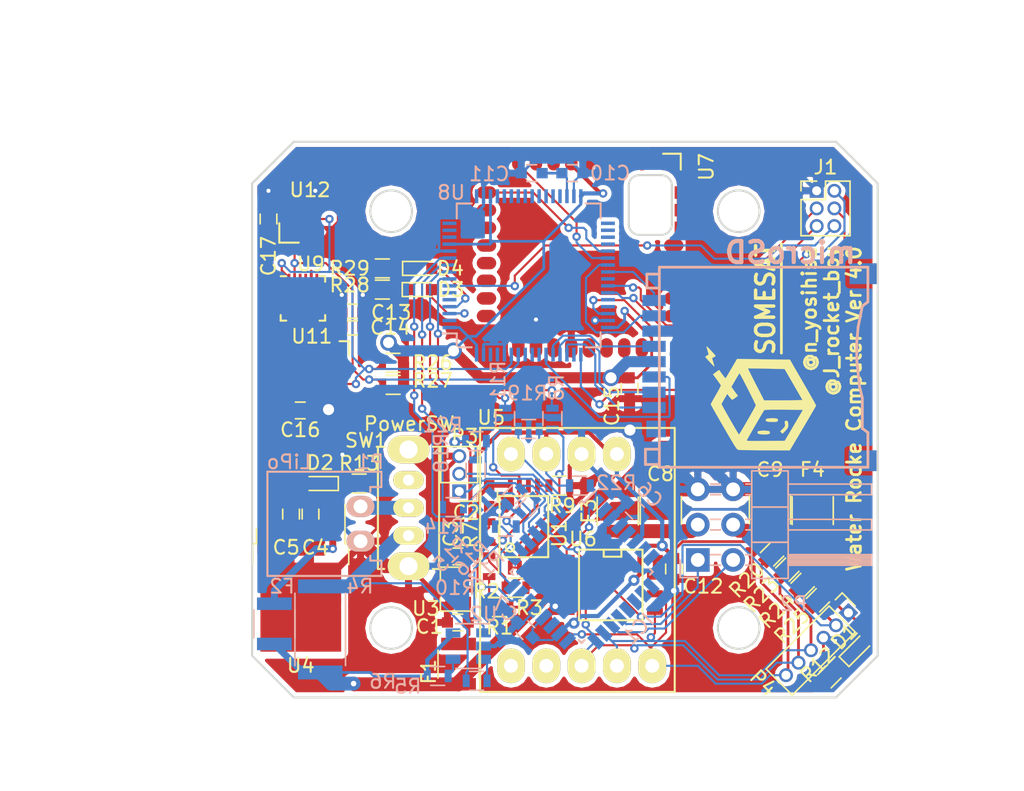
<source format=kicad_pcb>
(kicad_pcb (version 4) (host pcbnew 4.0.6)
  (layers (0 F.Cu signal) (31 B.Cu signal) (34 B.Paste user) (35 F.Paste user) (36 B.SilkS user) (37 F.SilkS user) (38 B.Mask user) (39 F.Mask user) (44 Edge.Cuts user))
  (net 0 "")
  (net 1 "Net-(C1-Pad1)")
  (net 2 GND)
  (net 3 /BUS_VCC)
  (net 4 "Net-(C4-Pad1)")
  (net 5 /MISSION_VCC)
  (net 6 "Net-(C8-Pad1)")
  (net 7 "Net-(C9-Pad1)")
  (net 8 "Net-(D1-Pad1)")
  (net 9 "Net-(D2-Pad1)")
  (net 10 +BATT)
  (net 11 /FLASH_CS)
  (net 12 /ServoMotor0)
  (net 13 /ServoMotor1)
  (net 14 /AVR_MOSI)
  (net 15 /AVR_MISO)
  (net 16 /AVR_SCK)
  (net 17 /AVR_LiPo_Vsens)
  (net 18 /AVR_LiPo_Isens)
  (net 19 /AVR_RESET)
  (net 20 "Net-(IC1-Pad30)")
  (net 21 "Net-(IC1-Pad31)")
  (net 22 /ADXL345_CS)
  (net 23 "Net-(P1-Pad1)")
  (net 24 "Net-(R1-Pad2)")
  (net 25 "Net-(R4-Pad2)")
  (net 26 "Net-(R5-Pad1)")
  (net 27 "Net-(R6-Pad1)")
  (net 28 "Net-(IC1-Pad27)")
  (net 29 "Net-(IC1-Pad28)")
  (net 30 /LiPo_Vsens)
  (net 31 /LiPo_Isens)
  (net 32 "/1/3*V(BATTERY)")
  (net 33 /V[V]=I[A]line)
  (net 34 "Net-(C10-Pad1)")
  (net 35 "Net-(C14-Pad1)")
  (net 36 "Net-(IC1-Pad2)")
  (net 37 "Net-(IC1-Pad7)")
  (net 38 "Net-(IC1-Pad8)")
  (net 39 "Net-(IC1-Pad9)")
  (net 40 "Net-(IC1-Pad10)")
  (net 41 "Net-(IC1-Pad11)")
  (net 42 "Net-(IC1-Pad12)")
  (net 43 "Net-(IC1-Pad19)")
  (net 44 "Net-(IC1-Pad22)")
  (net 45 "Net-(IC1-Pad25)")
  (net 46 "Net-(IC1-Pad26)")
  (net 47 /SWDIO)
  (net 48 /SWDCLK)
  (net 49 /PC_RX)
  (net 50 /NRST)
  (net 51 /PC_TX)
  (net 52 /SWO)
  (net 53 /STM_LiPo_Vsens)
  (net 54 /STM_LiPo_Isens)
  (net 55 /Servo0_active)
  (net 56 /Servo1_active)
  (net 57 /I2C_SDA)
  (net 58 /I2C_SCL)
  (net 59 "Net-(SW1-Pad3)")
  (net 60 "Net-(U5-Pad5)")
  (net 61 "Net-(U5-Pad6)")
  (net 62 "Net-(U7-Pad1)")
  (net 63 "Net-(U7-Pad2)")
  (net 64 "Net-(U7-Pad3)")
  (net 65 "Net-(U7-Pad4)")
  (net 66 "Net-(U7-Pad6)")
  (net 67 "Net-(U7-Pad7)")
  (net 68 /TWI-Lite_TX)
  (net 69 /TWI-Lite_RX)
  (net 70 "Net-(U7-Pad10)")
  (net 71 "Net-(U7-Pad11)")
  (net 72 "Net-(U7-Pad12)")
  (net 73 "Net-(U7-Pad13)")
  (net 74 "Net-(U7-Pad14)")
  (net 75 "Net-(U7-Pad15)")
  (net 76 "Net-(U7-Pad16)")
  (net 77 "Net-(U7-Pad17)")
  (net 78 "Net-(U7-Pad18)")
  (net 79 "Net-(U7-Pad19)")
  (net 80 "Net-(U7-Pad21)")
  (net 81 "Net-(U7-Pad22)")
  (net 82 "Net-(U7-Pad23)")
  (net 83 "Net-(U7-Pad24)")
  (net 84 "Net-(U7-Pad25)")
  (net 85 "Net-(U7-Pad26)")
  (net 86 "Net-(U7-Pad27)")
  (net 87 "Net-(U7-Pad29)")
  (net 88 "Net-(U8-Pad2)")
  (net 89 "Net-(U8-Pad5)")
  (net 90 "Net-(U8-Pad6)")
  (net 91 "Net-(U8-Pad14)")
  (net 92 "Net-(U8-Pad15)")
  (net 93 "Net-(U8-Pad16)")
  (net 94 "Net-(U8-Pad17)")
  (net 95 "Net-(U8-Pad20)")
  (net 96 "Net-(U8-Pad21)")
  (net 97 "Net-(U8-Pad22)")
  (net 98 "Net-(U8-Pad23)")
  (net 99 "Net-(U8-Pad24)")
  (net 100 "Net-(U8-Pad25)")
  (net 101 "Net-(U8-Pad29)")
  (net 102 "Net-(U8-Pad35)")
  (net 103 "Net-(U8-Pad36)")
  (net 104 /SDIO_D0)
  (net 105 /SDIO_D1)
  (net 106 "Net-(U8-Pad41)")
  (net 107 "Net-(U8-Pad44)")
  (net 108 "Net-(U8-Pad45)")
  (net 109 "Net-(U8-Pad50)")
  (net 110 /SDIO_D2)
  (net 111 /SDIO_D3)
  (net 112 /SDIO_CK)
  (net 113 /SDIO_CMD)
  (net 114 "Net-(U8-Pad55)")
  (net 115 "Net-(U8-Pad56)")
  (net 116 "Net-(U8-Pad57)")
  (net 117 "Net-(U8-Pad61)")
  (net 118 "Net-(U8-Pad62)")
  (net 119 "Net-(U9-Pad7)")
  (net 120 "Net-(U9-Pad11)")
  (net 121 "Net-(U9-Pad12)")
  (net 122 "Net-(U9-Pad19)")
  (net 123 "Net-(U9-Pad21)")
  (net 124 "Net-(U11-Pad9)")
  (net 125 "Net-(U11-Pad10)")
  (net 126 "Net-(U11-Pad8)")
  (net 127 "Net-(U12-Pad7)")
  (net 128 "Net-(U8-Pad26)")
  (net 129 "Net-(U8-Pad27)")
  (net 130 "Net-(U8-Pad33)")
  (net 131 "Net-(U8-Pad34)")
  (net 132 "Net-(D3-Pad2)")
  (net 133 "Net-(D3-Pad1)")
  (net 134 "Net-(D4-Pad2)")
  (net 135 "Net-(D4-Pad1)")
  (module mylib:SSOP-8 (layer F.Cu) (at 49.55 57.7)
    (fp_text reference U1 (at 2.55 0.5 90) (layer F.SilkS))
    (fp_text value NJM2732 hide)
    (pad 1 smd rect (at -0.975 2.95) (size 0.35 1) (layers F.Cu F.Paste F.Mask) (net 30 /LiPo_Vsens))
    (pad 2 smd rect (at -0.325 2.95) (size 0.35 1) (layers F.Cu F.Paste F.Mask) (net 30 /LiPo_Vsens))
    (pad 3 smd rect (at 0.325 2.95) (size 0.35 1) (layers F.Cu F.Paste F.Mask) (net 32 "/1/3*V(BATTERY)"))
    (pad 4 smd rect (at 0.975 2.95) (size 0.35 1) (layers F.Cu F.Paste F.Mask) (net 2 GND))
    (pad 5 smd rect (at 0.975 -2.95) (size 0.35 1) (layers F.Cu F.Paste F.Mask) (net 33 /V[V]=I[A]line))
    (pad 6 smd rect (at 0.325 -2.95) (size 0.35 1) (layers F.Cu F.Paste F.Mask) (net 31 /LiPo_Isens))
    (pad 7 smd rect (at -0.325 -2.95) (size 0.35 1) (layers F.Cu F.Paste F.Mask) (net 31 /LiPo_Isens))
    (pad 8 smd rect (at -0.975 -2.95) (size 0.35 1) (layers F.Cu F.Paste F.Mask) (net 3 /BUS_VCC))
  )
  (module Housings_QFP:LQFP-64_10x10mm_Pitch0.5mm (layer B.Cu) (at 49.896 39.62)
    (fp_text reference U8 (at -5.573 -5.965) (layer B.SilkS) (effects (justify mirror)))
    (fp_text value STM32F401RCTx)
    (pad 1 smd rect (at -5.7 3.75) (size 1 0.25) (layers B.Cu B.Paste B.Mask) (net 5 /MISSION_VCC))
    (pad 2 smd rect (at -5.7 3.25) (size 1 0.25) (layers B.Cu B.Paste B.Mask) (net 88 "Net-(U8-Pad2)"))
    (pad 3 smd rect (at -5.7 2.75) (size 1 0.25) (layers B.Cu B.Paste B.Mask) (net 132 "Net-(D3-Pad2)"))
    (pad 4 smd rect (at -5.7 2.25) (size 1 0.25) (layers B.Cu B.Paste B.Mask) (net 134 "Net-(D4-Pad2)"))
    (pad 5 smd rect (at -5.7 1.75) (size 1 0.25) (layers B.Cu B.Paste B.Mask) (net 89 "Net-(U8-Pad5)"))
    (pad 6 smd rect (at -5.7 1.25) (size 1 0.25) (layers B.Cu B.Paste B.Mask) (net 90 "Net-(U8-Pad6)"))
    (pad 7 smd rect (at -5.7 0.75) (size 1 0.25) (layers B.Cu B.Paste B.Mask) (net 50 /NRST))
    (pad 8 smd rect (at -5.7 0.25) (size 1 0.25) (layers B.Cu B.Paste B.Mask) (net 53 /STM_LiPo_Vsens))
    (pad 9 smd rect (at -5.7 -0.25) (size 1 0.25) (layers B.Cu B.Paste B.Mask) (net 54 /STM_LiPo_Isens))
    (pad 10 smd rect (at -5.7 -0.75) (size 1 0.25) (layers B.Cu B.Paste B.Mask) (net 55 /Servo0_active))
    (pad 11 smd rect (at -5.7 -1.25) (size 1 0.25) (layers B.Cu B.Paste B.Mask) (net 56 /Servo1_active))
    (pad 12 smd rect (at -5.7 -1.75) (size 1 0.25) (layers B.Cu B.Paste B.Mask) (net 2 GND))
    (pad 13 smd rect (at -5.7 -2.25) (size 1 0.25) (layers B.Cu B.Paste B.Mask) (net 5 /MISSION_VCC))
    (pad 14 smd rect (at -5.7 -2.75) (size 1 0.25) (layers B.Cu B.Paste B.Mask) (net 91 "Net-(U8-Pad14)"))
    (pad 15 smd rect (at -5.7 -3.25) (size 1 0.25) (layers B.Cu B.Paste B.Mask) (net 92 "Net-(U8-Pad15)"))
    (pad 16 smd rect (at -5.7 -3.75) (size 1 0.25) (layers B.Cu B.Paste B.Mask) (net 93 "Net-(U8-Pad16)"))
    (pad 17 smd rect (at -3.75 -5.7 270) (size 1 0.25) (layers B.Cu B.Paste B.Mask) (net 94 "Net-(U8-Pad17)"))
    (pad 18 smd rect (at -3.25 -5.7 270) (size 1 0.25) (layers B.Cu B.Paste B.Mask) (net 2 GND))
    (pad 19 smd rect (at -2.75 -5.7 270) (size 1 0.25) (layers B.Cu B.Paste B.Mask) (net 5 /MISSION_VCC))
    (pad 20 smd rect (at -2.25 -5.7 270) (size 1 0.25) (layers B.Cu B.Paste B.Mask) (net 95 "Net-(U8-Pad20)"))
    (pad 21 smd rect (at -1.75 -5.7 270) (size 1 0.25) (layers B.Cu B.Paste B.Mask) (net 96 "Net-(U8-Pad21)"))
    (pad 22 smd rect (at -1.25 -5.7 270) (size 1 0.25) (layers B.Cu B.Paste B.Mask) (net 97 "Net-(U8-Pad22)"))
    (pad 23 smd rect (at -0.75 -5.7 270) (size 1 0.25) (layers B.Cu B.Paste B.Mask) (net 98 "Net-(U8-Pad23)"))
    (pad 24 smd rect (at -0.25 -5.7 270) (size 1 0.25) (layers B.Cu B.Paste B.Mask) (net 99 "Net-(U8-Pad24)"))
    (pad 25 smd rect (at 0.25 -5.7 270) (size 1 0.25) (layers B.Cu B.Paste B.Mask) (net 100 "Net-(U8-Pad25)"))
    (pad 26 smd rect (at 0.75 -5.7 270) (size 1 0.25) (layers B.Cu B.Paste B.Mask) (net 128 "Net-(U8-Pad26)"))
    (pad 27 smd rect (at 1.25 -5.7 270) (size 1 0.25) (layers B.Cu B.Paste B.Mask) (net 129 "Net-(U8-Pad27)"))
    (pad 28 smd rect (at 1.75 -5.7 270) (size 1 0.25) (layers B.Cu B.Paste B.Mask) (net 52 /SWO))
    (pad 29 smd rect (at 2.25 -5.7 270) (size 1 0.25) (layers B.Cu B.Paste B.Mask) (net 101 "Net-(U8-Pad29)"))
    (pad 30 smd rect (at 2.75 -5.7 270) (size 1 0.25) (layers B.Cu B.Paste B.Mask) (net 34 "Net-(C10-Pad1)"))
    (pad 31 smd rect (at 3.25 -5.7 270) (size 1 0.25) (layers B.Cu B.Paste B.Mask) (net 2 GND))
    (pad 32 smd rect (at 3.75 -5.7 270) (size 1 0.25) (layers B.Cu B.Paste B.Mask) (net 5 /MISSION_VCC))
    (pad 33 smd rect (at 5.7 -3.75) (size 1 0.25) (layers B.Cu B.Paste B.Mask) (net 130 "Net-(U8-Pad33)"))
    (pad 34 smd rect (at 5.7 -3.25) (size 1 0.25) (layers B.Cu B.Paste B.Mask) (net 131 "Net-(U8-Pad34)"))
    (pad 35 smd rect (at 5.7 -2.75) (size 1 0.25) (layers B.Cu B.Paste B.Mask) (net 102 "Net-(U8-Pad35)"))
    (pad 36 smd rect (at 5.7 -2.25) (size 1 0.25) (layers B.Cu B.Paste B.Mask) (net 103 "Net-(U8-Pad36)"))
    (pad 37 smd rect (at 5.7 -1.75) (size 1 0.25) (layers B.Cu B.Paste B.Mask) (net 69 /TWI-Lite_RX))
    (pad 38 smd rect (at 5.7 -1.25) (size 1 0.25) (layers B.Cu B.Paste B.Mask) (net 68 /TWI-Lite_TX))
    (pad 39 smd rect (at 5.7 -0.75) (size 1 0.25) (layers B.Cu B.Paste B.Mask) (net 104 /SDIO_D0))
    (pad 40 smd rect (at 5.7 -0.25) (size 1 0.25) (layers B.Cu B.Paste B.Mask) (net 105 /SDIO_D1))
    (pad 41 smd rect (at 5.7 0.25) (size 1 0.25) (layers B.Cu B.Paste B.Mask) (net 106 "Net-(U8-Pad41)"))
    (pad 42 smd rect (at 5.7 0.75) (size 1 0.25) (layers B.Cu B.Paste B.Mask) (net 49 /PC_RX))
    (pad 43 smd rect (at 5.7 1.25) (size 1 0.25) (layers B.Cu B.Paste B.Mask) (net 51 /PC_TX))
    (pad 44 smd rect (at 5.7 1.75) (size 1 0.25) (layers B.Cu B.Paste B.Mask) (net 107 "Net-(U8-Pad44)"))
    (pad 45 smd rect (at 5.7 2.25) (size 1 0.25) (layers B.Cu B.Paste B.Mask) (net 108 "Net-(U8-Pad45)"))
    (pad 46 smd rect (at 5.7 2.75) (size 1 0.25) (layers B.Cu B.Paste B.Mask) (net 47 /SWDIO))
    (pad 47 smd rect (at 5.7 3.25) (size 1 0.25) (layers B.Cu B.Paste B.Mask) (net 2 GND))
    (pad 48 smd rect (at 5.7 3.75) (size 1 0.25) (layers B.Cu B.Paste B.Mask) (net 5 /MISSION_VCC))
    (pad 49 smd rect (at 3.75 5.7 270) (size 1 0.25) (layers B.Cu B.Paste B.Mask) (net 48 /SWDCLK))
    (pad 50 smd rect (at 3.25 5.7 270) (size 1 0.25) (layers B.Cu B.Paste B.Mask) (net 109 "Net-(U8-Pad50)"))
    (pad 51 smd rect (at 2.75 5.7 270) (size 1 0.25) (layers B.Cu B.Paste B.Mask) (net 110 /SDIO_D2))
    (pad 52 smd rect (at 2.25 5.7 270) (size 1 0.25) (layers B.Cu B.Paste B.Mask) (net 111 /SDIO_D3))
    (pad 53 smd rect (at 1.75 5.7 270) (size 1 0.25) (layers B.Cu B.Paste B.Mask) (net 112 /SDIO_CK))
    (pad 54 smd rect (at 1.25 5.7 270) (size 1 0.25) (layers B.Cu B.Paste B.Mask) (net 113 /SDIO_CMD))
    (pad 55 smd rect (at 0.75 5.7 270) (size 1 0.25) (layers B.Cu B.Paste B.Mask) (net 114 "Net-(U8-Pad55)"))
    (pad 56 smd rect (at 0.25 5.7 270) (size 1 0.25) (layers B.Cu B.Paste B.Mask) (net 115 "Net-(U8-Pad56)"))
    (pad 57 smd rect (at -0.25 5.7 270) (size 1 0.25) (layers B.Cu B.Paste B.Mask) (net 116 "Net-(U8-Pad57)"))
    (pad 58 smd rect (at -0.75 5.7 270) (size 1 0.25) (layers B.Cu B.Paste B.Mask) (net 58 /I2C_SCL))
    (pad 59 smd rect (at -1.25 5.7 270) (size 1 0.25) (layers B.Cu B.Paste B.Mask) (net 57 /I2C_SDA))
    (pad 60 smd rect (at -1.75 5.7 270) (size 1 0.25) (layers B.Cu B.Paste B.Mask) (net 2 GND))
    (pad 61 smd rect (at -2.25 5.7 270) (size 1 0.25) (layers B.Cu B.Paste B.Mask) (net 117 "Net-(U8-Pad61)"))
    (pad 62 smd rect (at -2.75 5.7 270) (size 1 0.25) (layers B.Cu B.Paste B.Mask) (net 118 "Net-(U8-Pad62)"))
    (pad 63 smd rect (at -3.25 5.7 270) (size 1 0.25) (layers B.Cu B.Paste B.Mask) (net 2 GND))
    (pad 64 smd rect (at -3.75 5.7 270) (size 1 0.25) (layers B.Cu B.Paste B.Mask) (net 5 /MISSION_VCC))
  )
  (module user:LGA_CC-14-1 (layer F.Cu) (at 34.29 46.355 270)
    (fp_text reference U11 (at -2.3495 0 360) (layer F.SilkS))
    (fp_text value ADXL375)
    (pad 3 smd rect (at -1.0975 -0.4) (size 0.55 1.145) (layers F.Cu F.Paste F.Mask) (net 5 /MISSION_VCC))
    (pad 2 smd rect (at -1.0975 -1.2) (size 0.55 1.145) (layers F.Cu F.Paste F.Mask) (net 2 GND))
    (pad 1 smd rect (at -1.0975 -2) (size 0.55 1.145) (layers F.Cu F.Paste F.Mask) (net 5 /MISSION_VCC))
    (pad 4 smd rect (at -1.0975 0.4) (size 0.55 1.145) (layers F.Cu F.Paste F.Mask) (net 2 GND))
    (pad 5 smd rect (at -1.0975 1.2) (size 0.55 1.145) (layers F.Cu F.Paste F.Mask) (net 2 GND))
    (pad 6 smd rect (at -1.0975 2) (size 0.55 1.145) (layers F.Cu F.Paste F.Mask) (net 5 /MISSION_VCC))
    (pad 12 smd rect (at 1.0975 -1.2) (size 0.55 1.145) (layers F.Cu F.Paste F.Mask) (net 2 GND))
    (pad 11 smd rect (at 1.0975 -0.4) (size 0.55 1.145) (layers F.Cu F.Paste F.Mask) (net 2 GND))
    (pad 9 smd rect (at 1.0975 1.2) (size 0.55 1.145) (layers F.Cu F.Paste F.Mask) (net 124 "Net-(U11-Pad9)"))
    (pad 10 smd rect (at 1.0975 0.4) (size 0.55 1.145) (layers F.Cu F.Paste F.Mask) (net 125 "Net-(U11-Pad10)"))
    (pad 13 smd rect (at 1.0975 -2) (size 0.55 1.145) (layers F.Cu F.Paste F.Mask) (net 57 /I2C_SDA))
    (pad 8 smd rect (at 1.0975 2) (size 0.55 1.145) (layers F.Cu F.Paste F.Mask) (net 126 "Net-(U11-Pad8)"))
    (pad 14 smd rect (at 0 -2.0975 270) (size 0.55 1.145) (layers F.Cu F.Paste F.Mask) (net 58 /I2C_SCL))
    (pad 7 smd rect (at 0 2.0975 270) (size 0.55 1.145) (layers F.Cu F.Paste F.Mask) (net 5 /MISSION_VCC))
  )
  (module Pin_Headers:Pin_Header_Straight_1x03_Pitch1.27mm (layer F.Cu) (at 44.9 55.17 180)
    (fp_text reference P3 (at -0.4 3.97 180) (layer F.SilkS))
    (fp_text value AVR_UART hide)
    (pad 1 thru_hole rect (at 0 0 180) (size 1 1) (drill 0.65) (layers *.Cu *.Mask) (net 20 "Net-(IC1-Pad30)"))
    (pad 2 thru_hole oval (at 0 1.27 180) (size 1 1) (drill 0.65) (layers *.Cu *.Mask) (net 21 "Net-(IC1-Pad31)"))
    (pad 3 thru_hole oval (at 0 2.54 180) (size 1 1) (drill 0.65) (layers *.Cu *.Mask) (net 2 GND))
  )
  (module Resistors_SMD:R_0603 (layer B.Cu) (at 48.25 57.7)
    (fp_text reference R10 (at -3.65 4.4) (layer B.SilkS) (effects (justify mirror)))
    (fp_text value 1k hide)
    (pad 1 smd rect (at -0.75 0) (size 0.5 0.9) (layers B.Cu B.Paste B.Mask) (net 18 /AVR_LiPo_Isens))
    (pad 2 smd rect (at 0.75 0) (size 0.5 0.9) (layers B.Cu B.Paste B.Mask) (net 31 /LiPo_Isens))
  )
  (module Capacitors_SMD:C_0603 (layer F.Cu) (at 44.8 64.6 180)
    (fp_text reference C1 (at 2.05 -0.3 180) (layer F.SilkS))
    (fp_text value 0.1u hide)
    (pad 1 smd rect (at -0.75 0 180) (size 0.8 0.75) (layers F.Cu F.Paste F.Mask) (net 1 "Net-(C1-Pad1)"))
    (pad 2 smd rect (at 0.75 0 180) (size 0.8 0.75) (layers F.Cu F.Paste F.Mask) (net 2 GND))
  )
  (module Capacitors_SMD:C_0603 (layer F.Cu) (at 47.05 55.5 270)
    (fp_text reference C2 (at 1.2 1.65 360) (layer F.SilkS))
    (fp_text value 0.1u hide)
    (pad 1 smd rect (at -0.75 0 270) (size 0.8 0.75) (layers F.Cu F.Paste F.Mask) (net 3 /BUS_VCC))
    (pad 2 smd rect (at 0.75 0 270) (size 0.8 0.75) (layers F.Cu F.Paste F.Mask) (net 2 GND))
  )
  (module Capacitors_SMD:C_0603 (layer F.Cu) (at 44.8 59.85 180)
    (fp_text reference C3 (at 0.5 1.65 270) (layer F.SilkS))
    (fp_text value 0.1u hide)
    (pad 1 smd rect (at -0.75 0 180) (size 0.8 0.75) (layers F.Cu F.Paste F.Mask) (net 3 /BUS_VCC))
    (pad 2 smd rect (at 0.75 0 180) (size 0.8 0.75) (layers F.Cu F.Paste F.Mask) (net 2 GND))
  )
  (module Capacitors_SMD:C_0603 (layer F.Cu) (at 34.2 56.8 270)
    (fp_text reference C4 (at 2.4 -0.35 360) (layer F.SilkS))
    (fp_text value 0.1u hide)
    (pad 1 smd rect (at -0.75 0 270) (size 0.8 0.75) (layers F.Cu F.Paste F.Mask) (net 4 "Net-(C4-Pad1)"))
    (pad 2 smd rect (at 0.75 0 270) (size 0.8 0.75) (layers F.Cu F.Paste F.Mask) (net 2 GND))
  )
  (module Capacitors_SMD:C_0603 (layer F.Cu) (at 32.8 56.8 270)
    (fp_text reference C5 (at 2.4 0.35 360) (layer F.SilkS))
    (fp_text value 0.1u hide)
    (pad 1 smd rect (at -0.75 0 270) (size 0.8 0.75) (layers F.Cu F.Paste F.Mask) (net 5 /MISSION_VCC))
    (pad 2 smd rect (at 0.75 0 270) (size 0.8 0.75) (layers F.Cu F.Paste F.Mask) (net 2 GND))
  )
  (module Capacitors_SMD:C_0603 (layer B.Cu) (at 57.53033 56.48033 135)
    (fp_text reference C6 (at 0 1.5 135) (layer B.SilkS) (effects (justify mirror)))
    (fp_text value 0.1u hide)
    (pad 1 smd rect (at -0.75 0 135) (size 0.8 0.75) (layers B.Cu B.Paste B.Mask) (net 3 /BUS_VCC))
    (pad 2 smd rect (at 0.75 0 135) (size 0.8 0.75) (layers B.Cu B.Paste B.Mask) (net 2 GND))
  )
  (module Capacitors_SMD:C_0603 (layer B.Cu) (at 49.65 65.15 135)
    (fp_text reference C7 (at 2.12132 0 135) (layer B.SilkS) (effects (justify mirror)))
    (fp_text value 0.1u hide)
    (pad 1 smd rect (at -0.75 0 135) (size 0.8 0.75) (layers B.Cu B.Paste B.Mask) (net 3 /BUS_VCC))
    (pad 2 smd rect (at 0.75 0 135) (size 0.8 0.75) (layers B.Cu B.Paste B.Mask) (net 2 GND))
  )
  (module Capacitors_SMD:C_1210 (layer F.Cu) (at 59.4 56.525 90)
    (fp_text reference C8 (at 2.6135 -0.0275 180) (layer F.SilkS))
    (fp_text value 47u hide)
    (pad 1 smd rect (at -1.5 0 90) (size 1 2.5) (layers F.Cu F.Paste F.Mask) (net 6 "Net-(C8-Pad1)"))
    (pad 2 smd rect (at 1.5 0 90) (size 1 2.5) (layers F.Cu F.Paste F.Mask) (net 2 GND))
  )
  (module Capacitors_SMD:C_1210 (layer F.Cu) (at 67.25 56.5 90)
    (fp_text reference C9 (at 2.9 0 180) (layer F.SilkS))
    (fp_text value 47u hide)
    (pad 1 smd rect (at -1.5 0 90) (size 1 2.5) (layers F.Cu F.Paste F.Mask) (net 7 "Net-(C9-Pad1)"))
    (pad 2 smd rect (at 1.5 0 90) (size 1 2.5) (layers F.Cu F.Paste F.Mask) (net 2 GND))
  )
  (module Capacitors_SMD:C_0603 (layer F.Cu) (at 60.35 60.75 270)
    (fp_text reference C12 (at 1.25 -2.1 360) (layer F.SilkS))
    (fp_text value 0.1u hide)
    (pad 1 smd rect (at -0.75 0 270) (size 0.8 0.75) (layers F.Cu F.Paste F.Mask) (net 3 /BUS_VCC))
    (pad 2 smd rect (at 0.75 0 270) (size 0.8 0.75) (layers F.Cu F.Paste F.Mask) (net 2 GND))
  )
  (module LEDs:LED_0603 (layer F.Cu) (at 73.5 66.5 45)
    (fp_text reference D1 (at 0 -1.25 45) (layer F.SilkS))
    (fp_text value BUS_VCC hide)
    (pad 2 smd rect (at 0.8 0 225) (size 0.8 0.8) (layers F.Cu F.Paste F.Mask) (net 3 /BUS_VCC))
    (pad 1 smd rect (at -0.8 0 225) (size 0.8 0.8) (layers F.Cu F.Paste F.Mask) (net 8 "Net-(D1-Pad1)"))
  )
  (module LEDs:LED_0603 (layer F.Cu) (at 34.9 54.6 180)
    (fp_text reference D2 (at 0 1.5 180) (layer F.SilkS))
    (fp_text value MISSION_VCC hide)
    (pad 2 smd rect (at 0.8 0) (size 0.8 0.8) (layers F.Cu F.Paste F.Mask) (net 5 /MISSION_VCC))
    (pad 1 smd rect (at -0.8 0) (size 0.8 0.8) (layers F.Cu F.Paste F.Mask) (net 9 "Net-(D2-Pad1)"))
  )
  (module Resistors_SMD:R_1210 (layer F.Cu) (at 44.85 67.6 90)
    (fp_text reference F1 (at -0.55 -2.15 90) (layer F.SilkS))
    (fp_text value 100mA hide)
    (pad 1 smd rect (at -1.45 0 90) (size 0.9 2.5) (layers F.Cu F.Paste F.Mask) (net 10 +BATT))
    (pad 2 smd rect (at 1.45 0 90) (size 0.9 2.5) (layers F.Cu F.Paste F.Mask) (net 1 "Net-(C1-Pad1)"))
  )
  (module Resistors_SMD:R_1210 (layer B.Cu) (at 31.6 64.7 90)
    (fp_text reference F2 (at 2.7 0.55 180) (layer B.SilkS) (effects (justify mirror)))
    (fp_text value 350mA hide)
    (pad 1 smd rect (at -1.45 0 90) (size 0.9 2.5) (layers B.Cu B.Paste B.Mask) (net 10 +BATT))
    (pad 2 smd rect (at 1.45 0 90) (size 0.9 2.5) (layers B.Cu B.Paste B.Mask) (net 4 "Net-(C4-Pad1)"))
  )
  (module Resistors_SMD:R_1210 (layer F.Cu) (at 56.3 56.575 270)
    (fp_text reference F3 (at 0.0035 2.071 450) (layer F.SilkS))
    (fp_text value 1.25A hide)
    (pad 1 smd rect (at -1.45 0 270) (size 0.9 2.5) (layers F.Cu F.Paste F.Mask) (net 10 +BATT))
    (pad 2 smd rect (at 1.45 0 270) (size 0.9 2.5) (layers F.Cu F.Paste F.Mask) (net 6 "Net-(C8-Pad1)"))
  )
  (module Resistors_SMD:R_1210 (layer F.Cu) (at 70.325 56.55 270)
    (fp_text reference F4 (at -2.95 0.025 360) (layer F.SilkS))
    (fp_text value 1.25A hide)
    (pad 1 smd rect (at -1.45 0 270) (size 0.9 2.5) (layers F.Cu F.Paste F.Mask) (net 10 +BATT))
    (pad 2 smd rect (at 1.45 0 270) (size 0.9 2.5) (layers F.Cu F.Paste F.Mask) (net 7 "Net-(C9-Pad1)"))
  )
  (module Housings_QFP:LQFP-32_7x7mm_Pitch0.8mm (layer B.Cu) (at 53.7 60.95 225)
    (fp_text reference IC1 (at 0 -5.798276 225) (layer B.SilkS) (effects (justify mirror)))
    (fp_text value ATMEGA328P-A hide)
    (pad 1 smd rect (at -4.25 2.8 225) (size 1.2 0.6) (layers B.Cu B.Paste B.Mask) (net 11 /FLASH_CS))
    (pad 2 smd rect (at -4.25 2 225) (size 1.2 0.6) (layers B.Cu B.Paste B.Mask) (net 36 "Net-(IC1-Pad2)"))
    (pad 3 smd rect (at -4.25 1.2 225) (size 1.2 0.6) (layers B.Cu B.Paste B.Mask) (net 2 GND))
    (pad 4 smd rect (at -4.25 0.4 225) (size 1.2 0.6) (layers B.Cu B.Paste B.Mask) (net 3 /BUS_VCC))
    (pad 5 smd rect (at -4.25 -0.4 225) (size 1.2 0.6) (layers B.Cu B.Paste B.Mask) (net 2 GND))
    (pad 6 smd rect (at -4.25 -1.2 225) (size 1.2 0.6) (layers B.Cu B.Paste B.Mask) (net 3 /BUS_VCC))
    (pad 7 smd rect (at -4.25 -2 225) (size 1.2 0.6) (layers B.Cu B.Paste B.Mask) (net 37 "Net-(IC1-Pad7)"))
    (pad 8 smd rect (at -4.25 -2.8 225) (size 1.2 0.6) (layers B.Cu B.Paste B.Mask) (net 38 "Net-(IC1-Pad8)"))
    (pad 9 smd rect (at -2.8 -4.25 135) (size 1.2 0.6) (layers B.Cu B.Paste B.Mask) (net 39 "Net-(IC1-Pad9)"))
    (pad 10 smd rect (at -2 -4.25 135) (size 1.2 0.6) (layers B.Cu B.Paste B.Mask) (net 40 "Net-(IC1-Pad10)"))
    (pad 11 smd rect (at -1.2 -4.25 135) (size 1.2 0.6) (layers B.Cu B.Paste B.Mask) (net 41 "Net-(IC1-Pad11)"))
    (pad 12 smd rect (at -0.4 -4.25 135) (size 1.2 0.6) (layers B.Cu B.Paste B.Mask) (net 42 "Net-(IC1-Pad12)"))
    (pad 13 smd rect (at 0.4 -4.25 135) (size 1.2 0.6) (layers B.Cu B.Paste B.Mask) (net 12 /ServoMotor0))
    (pad 14 smd rect (at 1.2 -4.25 135) (size 1.2 0.6) (layers B.Cu B.Paste B.Mask) (net 13 /ServoMotor1))
    (pad 15 smd rect (at 2 -4.25 135) (size 1.2 0.6) (layers B.Cu B.Paste B.Mask) (net 14 /AVR_MOSI))
    (pad 16 smd rect (at 2.8 -4.25 135) (size 1.2 0.6) (layers B.Cu B.Paste B.Mask) (net 15 /AVR_MISO))
    (pad 17 smd rect (at 4.25 -2.8 225) (size 1.2 0.6) (layers B.Cu B.Paste B.Mask) (net 16 /AVR_SCK))
    (pad 18 smd rect (at 4.25 -2 225) (size 1.2 0.6) (layers B.Cu B.Paste B.Mask) (net 3 /BUS_VCC))
    (pad 19 smd rect (at 4.25 -1.2 225) (size 1.2 0.6) (layers B.Cu B.Paste B.Mask) (net 43 "Net-(IC1-Pad19)"))
    (pad 20 smd rect (at 4.25 -0.4 225) (size 1.2 0.6) (layers B.Cu B.Paste B.Mask) (net 3 /BUS_VCC))
    (pad 21 smd rect (at 4.25 0.4 225) (size 1.2 0.6) (layers B.Cu B.Paste B.Mask) (net 2 GND))
    (pad 22 smd rect (at 4.25 1.2 225) (size 1.2 0.6) (layers B.Cu B.Paste B.Mask) (net 44 "Net-(IC1-Pad22)"))
    (pad 23 smd rect (at 4.25 2 225) (size 1.2 0.6) (layers B.Cu B.Paste B.Mask) (net 17 /AVR_LiPo_Vsens))
    (pad 24 smd rect (at 4.25 2.8 225) (size 1.2 0.6) (layers B.Cu B.Paste B.Mask) (net 18 /AVR_LiPo_Isens))
    (pad 25 smd rect (at 2.8 4.25 135) (size 1.2 0.6) (layers B.Cu B.Paste B.Mask) (net 45 "Net-(IC1-Pad25)"))
    (pad 26 smd rect (at 2 4.25 135) (size 1.2 0.6) (layers B.Cu B.Paste B.Mask) (net 46 "Net-(IC1-Pad26)"))
    (pad 27 smd rect (at 1.2 4.25 135) (size 1.2 0.6) (layers B.Cu B.Paste B.Mask) (net 28 "Net-(IC1-Pad27)"))
    (pad 28 smd rect (at 0.4 4.25 135) (size 1.2 0.6) (layers B.Cu B.Paste B.Mask) (net 29 "Net-(IC1-Pad28)"))
    (pad 29 smd rect (at -0.4 4.25 135) (size 1.2 0.6) (layers B.Cu B.Paste B.Mask) (net 19 /AVR_RESET))
    (pad 30 smd rect (at -1.2 4.25 135) (size 1.2 0.6) (layers B.Cu B.Paste B.Mask) (net 20 "Net-(IC1-Pad30)"))
    (pad 31 smd rect (at -2 4.25 135) (size 1.2 0.6) (layers B.Cu B.Paste B.Mask) (net 21 "Net-(IC1-Pad31)"))
    (pad 32 smd rect (at -2.8 4.25 135) (size 1.2 0.6) (layers B.Cu B.Paste B.Mask) (net 22 /ADXL345_CS))
  )
  (module EH:S2B-EH (layer B.Cu) (at 37.8 57.5 90)
    (fp_text reference P1 (at 4.45 0.7 180) (layer B.SilkS) (effects (justify mirror)))
    (fp_text value LiPo (at 4.45 -5.15 180) (layer B.SilkS) (effects (justify mirror)))
    (pad 1 thru_hole oval (at 1.25 0 90) (size 1.5 2) (drill 1) (layers *.Cu *.Mask B.SilkS) (net 23 "Net-(P1-Pad1)"))
    (pad 2 thru_hole oval (at -1.25 0 90) (size 1.5 2) (drill 1) (layers *.Cu *.Mask B.SilkS) (net 2 GND))
  )
  (module Pin_Headers:Pin_Header_Angled_2x03_Pitch2.54mm (layer B.Cu) (at 62.06 60.1)
    (fp_text reference P2 (at 6.89 3.15) (layer B.SilkS) (effects (justify mirror)))
    (fp_text value Servo)
    (pad 1 thru_hole rect (at 0 0) (size 1.7 1.7) (drill 1) (layers *.Cu *.Mask) (net 12 /ServoMotor0))
    (pad 2 thru_hole oval (at 2.54 0) (size 1.7 1.7) (drill 1) (layers *.Cu *.Mask) (net 13 /ServoMotor1))
    (pad 3 thru_hole oval (at 0 -2.54) (size 1.7 1.7) (drill 1) (layers *.Cu *.Mask) (net 6 "Net-(C8-Pad1)"))
    (pad 4 thru_hole oval (at 2.54 -2.54) (size 1.7 1.7) (drill 1) (layers *.Cu *.Mask) (net 7 "Net-(C9-Pad1)"))
    (pad 5 thru_hole oval (at 0 -5.08) (size 1.7 1.7) (drill 1) (layers *.Cu *.Mask) (net 2 GND))
    (pad 6 thru_hole oval (at 2.54 -5.08) (size 1.7 1.7) (drill 1) (layers *.Cu *.Mask) (net 2 GND))
  )
  (module Pin_Headers:Pin_Header_Straight_1x06_Pitch1.27mm (layer F.Cu) (at 72.894077 63.905923 315)
    (fp_text reference P4 (at -0.777817 7.91122 315) (layer F.SilkS))
    (fp_text value AVR_Writer hide)
    (pad 1 thru_hole rect (at 0 0 315) (size 1 1) (drill 0.65) (layers *.Cu *.Mask) (net 3 /BUS_VCC))
    (pad 2 thru_hole oval (at 0 1.27 315) (size 1 1) (drill 0.65) (layers *.Cu *.Mask) (net 19 /AVR_RESET))
    (pad 3 thru_hole oval (at 0 2.54 315) (size 1 1) (drill 0.65) (layers *.Cu *.Mask) (net 2 GND))
    (pad 4 thru_hole oval (at 0 3.81 315) (size 1 1) (drill 0.65) (layers *.Cu *.Mask) (net 14 /AVR_MOSI))
    (pad 5 thru_hole oval (at 0 5.08 315) (size 1 1) (drill 0.65) (layers *.Cu *.Mask) (net 15 /AVR_MISO))
    (pad 6 thru_hole oval (at 0 6.35 315) (size 1 1) (drill 0.65) (layers *.Cu *.Mask) (net 16 /AVR_SCK))
  )
  (module Resistors_SMD:R_0603 (layer F.Cu) (at 47.8 63.5 180)
    (fp_text reference R1 (at 0 -1.45 180) (layer F.SilkS))
    (fp_text value 10k hide)
    (pad 1 smd rect (at -0.75 0 180) (size 0.5 0.9) (layers F.Cu F.Paste F.Mask) (net 10 +BATT))
    (pad 2 smd rect (at 0.75 0 180) (size 0.5 0.9) (layers F.Cu F.Paste F.Mask) (net 24 "Net-(R1-Pad2)"))
  )
  (module Resistors_SMD:R_0603 (layer F.Cu) (at 47.05 60.55 90)
    (fp_text reference R2 (at -1.8 -0.2 180) (layer F.SilkS))
    (fp_text value 10k hide)
    (pad 1 smd rect (at -0.75 0 90) (size 0.5 0.9) (layers F.Cu F.Paste F.Mask) (net 24 "Net-(R1-Pad2)"))
    (pad 2 smd rect (at 0.75 0 90) (size 0.5 0.9) (layers F.Cu F.Paste F.Mask) (net 32 "/1/3*V(BATTERY)"))
  )
  (module Resistors_SMD:R_0603 (layer F.Cu) (at 48.95 62.1)
    (fp_text reference R3 (at 1 1.45 180) (layer F.SilkS))
    (fp_text value 10k hide)
    (pad 1 smd rect (at -0.75 0) (size 0.5 0.9) (layers F.Cu F.Paste F.Mask) (net 32 "/1/3*V(BATTERY)"))
    (pad 2 smd rect (at 0.75 0) (size 0.5 0.9) (layers F.Cu F.Paste F.Mask) (net 2 GND))
  )
  (module Resistors_SMD:R_2512 (layer B.Cu) (at 34.9 65.1 90)
    (fp_text reference R4 (at 3.1 2.85 180) (layer B.SilkS) (effects (justify mirror)))
    (fp_text value 0.01 hide)
    (pad 1 smd rect (at -3.1 0 90) (size 1 3.2) (layers B.Cu B.Paste B.Mask) (net 10 +BATT))
    (pad 2 smd rect (at 3.1 0 90) (size 1 3.2) (layers B.Cu B.Paste B.Mask) (net 25 "Net-(R4-Pad2)"))
  )
  (module Resistors_SMD:R_0603 (layer B.Cu) (at 46.15 68.8 180)
    (fp_text reference R5 (at 4.95 -0.4 180) (layer B.SilkS) (effects (justify mirror)))
    (fp_text value 100 hide)
    (pad 1 smd rect (at -0.75 0 180) (size 0.5 0.9) (layers B.Cu B.Paste B.Mask) (net 26 "Net-(R5-Pad1)"))
    (pad 2 smd rect (at 0.75 0 180) (size 0.5 0.9) (layers B.Cu B.Paste B.Mask) (net 25 "Net-(R4-Pad2)"))
  )
  (module Resistors_SMD:R_0603 (layer B.Cu) (at 43.35 68.45 180)
    (fp_text reference R6 (at 3.95 -0.4 180) (layer B.SilkS) (effects (justify mirror)))
    (fp_text value 100 hide)
    (pad 1 smd rect (at -0.75 0 180) (size 0.5 0.9) (layers B.Cu B.Paste B.Mask) (net 27 "Net-(R6-Pad1)"))
    (pad 2 smd rect (at 0.75 0 180) (size 0.5 0.9) (layers B.Cu B.Paste B.Mask) (net 10 +BATT))
  )
  (module Resistors_SMD:R_0603 (layer F.Cu) (at 47.05 58.1 270)
    (fp_text reference R7 (at 0.2 1.35 450) (layer F.SilkS))
    (fp_text value 1k hide)
    (pad 1 smd rect (at -0.75 0 270) (size 0.5 0.9) (layers F.Cu F.Paste F.Mask) (net 17 /AVR_LiPo_Vsens))
    (pad 2 smd rect (at 0.75 0 270) (size 0.5 0.9) (layers F.Cu F.Paste F.Mask) (net 30 /LiPo_Vsens))
  )
  (module Resistors_SMD:R_0603 (layer B.Cu) (at 51.6 49.925 270)
    (fp_text reference R8 (at -2.225 -0.3 270) (layer B.SilkS) (effects (justify mirror)))
    (fp_text value 1k hide)
    (pad 1 smd rect (at -0.75 0 270) (size 0.5 0.9) (layers B.Cu B.Paste B.Mask) (net 53 /STM_LiPo_Vsens))
    (pad 2 smd rect (at 0.75 0 270) (size 0.5 0.9) (layers B.Cu B.Paste B.Mask) (net 30 /LiPo_Vsens))
  )
  (module Resistors_SMD:R_0603 (layer F.Cu) (at 52.1 54.75)
    (fp_text reference R9 (at 0.2 1.45) (layer F.SilkS))
    (fp_text value 10k hide)
    (pad 1 smd rect (at -0.75 0) (size 0.5 0.9) (layers F.Cu F.Paste F.Mask) (net 33 /V[V]=I[A]line))
    (pad 2 smd rect (at 0.75 0) (size 0.5 0.9) (layers F.Cu F.Paste F.Mask) (net 2 GND))
  )
  (module Resistors_SMD:R_0603 (layer B.Cu) (at 48.2 49.925 270)
    (fp_text reference R11 (at -2.725 0.5 270) (layer B.SilkS) (effects (justify mirror)))
    (fp_text value 1k hide)
    (pad 1 smd rect (at -0.75 0 270) (size 0.5 0.9) (layers B.Cu B.Paste B.Mask) (net 54 /STM_LiPo_Isens))
    (pad 2 smd rect (at 0.75 0 270) (size 0.5 0.9) (layers B.Cu B.Paste B.Mask) (net 31 /LiPo_Isens))
  )
  (module Resistors_SMD:R_0603 (layer F.Cu) (at 71.53033 68.46967 225)
    (fp_text reference R12 (at 0.007538 1.166726 225) (layer F.SilkS))
    (fp_text value 1k hide)
    (pad 1 smd rect (at -0.75 0 225) (size 0.5 0.9) (layers F.Cu F.Paste F.Mask) (net 8 "Net-(D1-Pad1)"))
    (pad 2 smd rect (at 0.75 0 225) (size 0.5 0.9) (layers F.Cu F.Paste F.Mask) (net 2 GND))
  )
  (module Resistors_SMD:R_0603 (layer F.Cu) (at 37.7 54.6)
    (fp_text reference R13 (at 0 -1.45) (layer F.SilkS))
    (fp_text value 1k hide)
    (pad 1 smd rect (at -0.75 0) (size 0.5 0.9) (layers F.Cu F.Paste F.Mask) (net 9 "Net-(D2-Pad1)"))
    (pad 2 smd rect (at 0.75 0) (size 0.5 0.9) (layers F.Cu F.Paste F.Mask) (net 2 GND))
  )
  (module Resistors_SMD:R_0603 (layer B.Cu) (at 44.45 56.3 180)
    (fp_text reference R14 (at 0.65 -1.4 180) (layer B.SilkS) (effects (justify mirror)))
    (fp_text value 1k hide)
    (pad 1 smd rect (at -0.75 0 180) (size 0.5 0.9) (layers B.Cu B.Paste B.Mask) (net 29 "Net-(IC1-Pad28)"))
    (pad 2 smd rect (at 0.75 0 180) (size 0.5 0.9) (layers B.Cu B.Paste B.Mask) (net 55 /Servo0_active))
  )
  (module Resistors_SMD:R_0603 (layer B.Cu) (at 46.7 55.825 225)
    (fp_text reference R15 (at 4.437095 -1.042983 225) (layer B.SilkS) (effects (justify mirror)))
    (fp_text value 1k hide)
    (pad 1 smd rect (at -0.75 0 225) (size 0.5 0.9) (layers B.Cu B.Paste B.Mask) (net 28 "Net-(IC1-Pad27)"))
    (pad 2 smd rect (at 0.75 0 225) (size 0.5 0.9) (layers B.Cu B.Paste B.Mask) (net 56 /Servo1_active))
  )
  (module Resistors_SMD:R_0603 (layer B.Cu) (at 48.85 55.55 225)
    (fp_text reference R16 (at 5.303301 -0.989949 225) (layer B.SilkS) (effects (justify mirror)))
    (fp_text value 10k hide)
    (pad 1 smd rect (at -0.75 0 225) (size 0.5 0.9) (layers B.Cu B.Paste B.Mask) (net 29 "Net-(IC1-Pad28)"))
    (pad 2 smd rect (at 0.75 0 225) (size 0.5 0.9) (layers B.Cu B.Paste B.Mask) (net 2 GND))
  )
  (module Resistors_SMD:R_0603 (layer B.Cu) (at 49.8 56.15 225)
    (fp_text reference R17 (at 5.267946 -1.166726 405) (layer B.SilkS) (effects (justify mirror)))
    (fp_text value 10k hide)
    (pad 1 smd rect (at -0.75 0 225) (size 0.5 0.9) (layers B.Cu B.Paste B.Mask) (net 28 "Net-(IC1-Pad27)"))
    (pad 2 smd rect (at 0.75 0 225) (size 0.5 0.9) (layers B.Cu B.Paste B.Mask) (net 2 GND))
  )
  (module Resistors_SMD:R_0603 (layer B.Cu) (at 46.075 53.65 270)
    (fp_text reference R18 (at -1.25 2.475 270) (layer B.SilkS) (effects (justify mirror)))
    (fp_text value 10k hide)
    (pad 1 smd rect (at -0.75 0 270) (size 0.5 0.9) (layers B.Cu B.Paste B.Mask) (net 3 /BUS_VCC))
    (pad 2 smd rect (at 0.75 0 270) (size 0.5 0.9) (layers B.Cu B.Paste B.Mask) (net 20 "Net-(IC1-Pad30)"))
  )
  (module Resistors_SMD:R_0603 (layer B.Cu) (at 49.9 50.675 180)
    (fp_text reference R19 (at 0.1 2.575 180) (layer B.SilkS) (effects (justify mirror)))
    (fp_text value 10k hide)
    (pad 1 smd rect (at -0.75 0 180) (size 0.5 0.9) (layers B.Cu B.Paste B.Mask) (net 3 /BUS_VCC))
    (pad 2 smd rect (at 0.75 0 180) (size 0.5 0.9) (layers B.Cu B.Paste B.Mask) (net 22 /ADXL345_CS))
  )
  (module Resistors_SMD:R_0603 (layer F.Cu) (at 67.4 59.7 225)
    (fp_text reference R20 (at 2.58094 -0.035355 225) (layer F.SilkS))
    (fp_text value 10k hide)
    (pad 1 smd rect (at -0.75 0 225) (size 0.5 0.9) (layers F.Cu F.Paste F.Mask) (net 3 /BUS_VCC))
    (pad 2 smd rect (at 0.75 0 225) (size 0.5 0.9) (layers F.Cu F.Paste F.Mask) (net 16 /AVR_SCK))
  )
  (module Resistors_SMD:R_0603 (layer B.Cu) (at 46.1 51.55)
    (fp_text reference R21 (at -2.4 -1.15) (layer B.SilkS) (effects (justify mirror)))
    (fp_text value 10k hide)
    (pad 1 smd rect (at -0.75 0) (size 0.5 0.9) (layers B.Cu B.Paste B.Mask) (net 3 /BUS_VCC))
    (pad 2 smd rect (at 0.75 0) (size 0.5 0.9) (layers B.Cu B.Paste B.Mask) (net 21 "Net-(IC1-Pad31)"))
  )
  (module Resistors_SMD:R_0603 (layer B.Cu) (at 53.575 54.75)
    (fp_text reference R22 (at 2.625 -0.2) (layer B.SilkS) (effects (justify mirror)))
    (fp_text value 10k hide)
    (pad 1 smd rect (at -0.75 0) (size 0.5 0.9) (layers B.Cu B.Paste B.Mask) (net 3 /BUS_VCC))
    (pad 2 smd rect (at 0.75 0) (size 0.5 0.9) (layers B.Cu B.Paste B.Mask) (net 11 /FLASH_CS))
  )
  (module Resistors_SMD:R_0603 (layer F.Cu) (at 68.5 60.8 225)
    (fp_text reference R23 (at 2.58094 0.035355 225) (layer F.SilkS))
    (fp_text value 10k hide)
    (pad 1 smd rect (at -0.75 0 225) (size 0.5 0.9) (layers F.Cu F.Paste F.Mask) (net 3 /BUS_VCC))
    (pad 2 smd rect (at 0.75 0 225) (size 0.5 0.9) (layers F.Cu F.Paste F.Mask) (net 15 /AVR_MISO))
  )
  (module Resistors_SMD:R_0603 (layer F.Cu) (at 69.6 61.9 225)
    (fp_text reference R24 (at 2.616295 0 225) (layer F.SilkS))
    (fp_text value 10k hide)
    (pad 1 smd rect (at -0.75 0 225) (size 0.5 0.9) (layers F.Cu F.Paste F.Mask) (net 3 /BUS_VCC))
    (pad 2 smd rect (at 0.75 0 225) (size 0.5 0.9) (layers F.Cu F.Paste F.Mask) (net 14 /AVR_MOSI))
  )
  (module TO_SOT_Packages_SMD:SOT-23-5 (layer B.Cu) (at 45.55 66.3 180)
    (fp_text reference U2 (at -1.1 2.3 180) (layer B.SilkS) (effects (justify mirror)))
    (fp_text value LT6106 hide)
    (pad 1 smd rect (at -1.1 0.95 180) (size 1.06 0.65) (layers B.Cu B.Paste B.Mask) (net 33 /V[V]=I[A]line))
    (pad 2 smd rect (at -1.1 0 180) (size 1.06 0.65) (layers B.Cu B.Paste B.Mask) (net 2 GND))
    (pad 3 smd rect (at -1.1 -0.95 180) (size 1.06 0.65) (layers B.Cu B.Paste B.Mask) (net 26 "Net-(R5-Pad1)"))
    (pad 4 smd rect (at 1.1 -0.95 180) (size 1.06 0.65) (layers B.Cu B.Paste B.Mask) (net 27 "Net-(R6-Pad1)"))
    (pad 5 smd rect (at 1.1 0.95 180) (size 1.06 0.65) (layers B.Cu B.Paste B.Mask) (net 10 +BATT))
  )
  (module TO_SOT_Packages_SMD:SOT-23 (layer F.Cu) (at 44.3 62.2 180)
    (fp_text reference U3 (at 1.8 -1.4 180) (layer F.SilkS))
    (fp_text value AP7333-33-SAG-7 hide)
    (pad 1 smd rect (at -1 -0.95 180) (size 0.9 0.8) (layers F.Cu F.Paste F.Mask) (net 1 "Net-(C1-Pad1)"))
    (pad 2 smd rect (at -1 0.95 180) (size 0.9 0.8) (layers F.Cu F.Paste F.Mask) (net 3 /BUS_VCC))
    (pad 3 smd rect (at 1 0 180) (size 0.9 0.8) (layers F.Cu F.Paste F.Mask) (net 2 GND))
  )
  (module mylib:AKI-ADXL345 (layer F.Cu) (at 53.7 60.1 270)
    (fp_text reference U5 (at -10.25 6.5 360) (layer F.SilkS))
    (fp_text value AKI-ADXL345)
    (pad 1 thru_hole oval (at -7.62 -2.54 270) (size 2.5 2) (drill 1) (layers *.Cu *.Mask F.SilkS) (net 3 /BUS_VCC))
    (pad 2 thru_hole oval (at -7.62 0 270) (size 2.5 2) (drill 1) (layers *.Cu *.Mask F.SilkS) (net 2 GND))
    (pad 3 thru_hole oval (at -7.62 2.54 270) (size 2.5 2) (drill 1) (layers *.Cu *.Mask F.SilkS) (net 3 /BUS_VCC))
    (pad 4 thru_hole oval (at -7.62 5.08 270) (size 2.5 2) (drill 1) (layers *.Cu *.Mask F.SilkS) (net 22 /ADXL345_CS))
    (pad 5 thru_hole oval (at 7.62 5.08 270) (size 2.5 2) (drill 1) (layers *.Cu *.Mask F.SilkS) (net 60 "Net-(U5-Pad5)"))
    (pad 6 thru_hole oval (at 7.62 2.54 270) (size 2.5 2) (drill 1) (layers *.Cu *.Mask F.SilkS) (net 61 "Net-(U5-Pad6)"))
    (pad 7 thru_hole oval (at 7.62 0 270) (size 2.5 2) (drill 1) (layers *.Cu *.Mask F.SilkS) (net 15 /AVR_MISO))
    (pad 8 thru_hole oval (at 7.62 -2.54 270) (size 2.5 2) (drill 1) (layers *.Cu *.Mask F.SilkS) (net 14 /AVR_MOSI))
    (pad 9 thru_hole oval (at 7.62 -5.08 270) (size 2.5 2) (drill 1) (layers *.Cu *.Mask F.SilkS) (net 16 /AVR_SCK))
  )
  (module SMD_Packages:SOIC-8-N (layer F.Cu) (at 55.8 61.9 270)
    (fp_text reference U6 (at -3.3 2 360) (layer F.SilkS))
    (fp_text value FLASH_8)
    (pad 8 smd rect (at -1.905 -3.175 270) (size 0.508 1.143) (layers F.Cu F.Paste F.Mask) (net 3 /BUS_VCC))
    (pad 7 smd rect (at -0.635 -3.175 270) (size 0.508 1.143) (layers F.Cu F.Paste F.Mask) (net 3 /BUS_VCC))
    (pad 6 smd rect (at 0.635 -3.175 270) (size 0.508 1.143) (layers F.Cu F.Paste F.Mask) (net 16 /AVR_SCK))
    (pad 5 smd rect (at 1.905 -3.175 270) (size 0.508 1.143) (layers F.Cu F.Paste F.Mask) (net 14 /AVR_MOSI))
    (pad 4 smd rect (at 1.905 3.175 270) (size 0.508 1.143) (layers F.Cu F.Paste F.Mask) (net 2 GND))
    (pad 3 smd rect (at 0.635 3.175 270) (size 0.508 1.143) (layers F.Cu F.Paste F.Mask) (net 3 /BUS_VCC))
    (pad 2 smd rect (at -0.635 3.175 270) (size 0.508 1.143) (layers F.Cu F.Paste F.Mask) (net 15 /AVR_MISO))
    (pad 1 smd rect (at -1.905 3.175 270) (size 0.508 1.143) (layers F.Cu F.Paste F.Mask) (net 11 /FLASH_CS))
  )
  (module mylib_old:SS-12D01-VG4 (layer F.Cu) (at 41.25 56.35 90)
    (fp_text reference SW1 (at 4.85 -3.05 180) (layer F.SilkS))
    (fp_text value PowerSW (at 6.05 0.05 180) (layer F.SilkS))
    (pad "" thru_hole oval (at -4.2 0 90) (size 2 3) (drill 1.3) (layers *.Cu *.Mask F.SilkS) (net 2 GND))
    (pad "" thru_hole oval (at 4.2 0 90) (size 2 3) (drill 1.3) (layers *.Cu *.Mask F.SilkS))
    (pad 1 thru_hole oval (at -2 0 90) (size 1.3 2.2) (drill 0.8) (layers *.Cu *.Mask F.SilkS) (net 25 "Net-(R4-Pad2)"))
    (pad 2 thru_hole oval (at 0 0 90) (size 1.3 2.2) (drill 0.8) (layers *.Cu *.Mask F.SilkS) (net 23 "Net-(P1-Pad1)"))
    (pad 3 thru_hole oval (at 2 0 90) (size 1.3 2.2) (drill 0.8) (layers *.Cu *.Mask F.SilkS) (net 59 "Net-(SW1-Pad3)"))
  )
  (module Resistors_SMD:R_0603 (layer F.Cu) (at 70.7 63 225)
    (fp_text reference R25 (at 2.616295 0 225) (layer F.SilkS))
    (fp_text value 10k hide)
    (pad 1 smd rect (at -0.75 0 225) (size 0.5 0.9) (layers F.Cu F.Paste F.Mask) (net 3 /BUS_VCC))
    (pad 2 smd rect (at 0.75 0 225) (size 0.5 0.9) (layers F.Cu F.Paste F.Mask) (net 19 /AVR_RESET))
  )
  (module TO_SOT_Packages_SMD:TO-252-2 (layer F.Cu) (at 33.5 61.4 270)
    (fp_text reference U4 (at 6.3 0 360) (layer F.SilkS))
    (fp_text value NJM2845DL1-33 hide)
    (pad 1 smd rect (at -4.2 -2.28 270) (size 2.2 1.2) (layers F.Cu F.Paste F.Mask) (net 4 "Net-(C4-Pad1)"))
    (pad 3 smd rect (at -4.2 2.28 270) (size 2.2 1.2) (layers F.Cu F.Paste F.Mask) (net 5 /MISSION_VCC))
    (pad 2 smd rect (at 2.1 0 270) (size 6.4 5.8) (layers F.Cu F.Mask) (net 2 GND))
    (pad 2 smd rect (at 3.775 1.525 270) (size 3.05 2.75) (layers F.Cu F.Paste) (net 2 GND))
    (pad 2 smd rect (at 0.425 -1.525 270) (size 3.05 2.75) (layers F.Cu F.Paste) (net 2 GND))
    (pad 2 smd rect (at 3.775 -1.525 270) (size 3.05 2.75) (layers F.Cu F.Paste) (net 2 GND))
    (pad 2 smd rect (at 0.425 1.525 270) (size 3.05 2.75) (layers F.Cu F.Paste) (net 2 GND))
  )
  (module Capacitors_SMD:C_0603 (layer B.Cu) (at 50.1135 32.258 180)
    (fp_text reference C11 (at 3.06 -0.0635 180) (layer B.SilkS) (effects (justify mirror)))
    (fp_text value 0.1u)
    (pad 1 smd rect (at -0.75 0 180) (size 0.8 0.75) (layers B.Cu B.Paste B.Mask) (net 34 "Net-(C10-Pad1)"))
    (pad 2 smd rect (at 0.75 0 180) (size 0.8 0.75) (layers B.Cu B.Paste B.Mask) (net 2 GND))
  )
  (module Capacitors_SMD:C_0603 (layer F.Cu) (at 37.211 42.291)
    (fp_text reference C13 (at 2.794 0) (layer F.SilkS))
    (fp_text value 0.1u)
    (pad 1 smd rect (at -0.75 0) (size 0.8 0.75) (layers F.Cu F.Paste F.Mask) (net 5 /MISSION_VCC))
    (pad 2 smd rect (at 0.75 0) (size 0.8 0.75) (layers F.Cu F.Paste F.Mask) (net 2 GND))
  )
  (module Capacitors_SMD:C_0603 (layer F.Cu) (at 37.211 43.307)
    (fp_text reference C14 (at 2.7305 0.0635) (layer F.SilkS))
    (fp_text value 0.1u)
    (pad 1 smd rect (at -0.75 0) (size 0.8 0.75) (layers F.Cu F.Paste F.Mask) (net 35 "Net-(C14-Pad1)"))
    (pad 2 smd rect (at 0.75 0) (size 0.8 0.75) (layers F.Cu F.Paste F.Mask) (net 2 GND))
  )
  (module Capacitors_SMD:C_0603 (layer F.Cu) (at 57.15 47.74 270)
    (fp_text reference C15 (at 1.282 1.27 270) (layer F.SilkS))
    (fp_text value 0.1u)
    (pad 1 smd rect (at -0.75 0 270) (size 0.8 0.75) (layers F.Cu F.Paste F.Mask) (net 5 /MISSION_VCC))
    (pad 2 smd rect (at 0.75 0 270) (size 0.8 0.75) (layers F.Cu F.Paste F.Mask) (net 2 GND))
  )
  (module Capacitors_SMD:C_0603 (layer F.Cu) (at 33.4645 49.3395)
    (fp_text reference C16 (at 0 1.397) (layer F.SilkS))
    (fp_text value 0.1u)
    (pad 1 smd rect (at -0.75 0) (size 0.8 0.75) (layers F.Cu F.Paste F.Mask) (net 5 /MISSION_VCC))
    (pad 2 smd rect (at 0.75 0) (size 0.8 0.75) (layers F.Cu F.Paste F.Mask) (net 2 GND))
  )
  (module Capacitors_SMD:C_0603 (layer F.Cu) (at 31.1785 35.56 90)
    (fp_text reference C17 (at -2.667 0 90) (layer F.SilkS))
    (fp_text value 0.1u)
    (pad 1 smd rect (at -0.75 0 90) (size 0.8 0.75) (layers F.Cu F.Paste F.Mask) (net 5 /MISSION_VCC))
    (pad 2 smd rect (at 0.75 0 90) (size 0.8 0.75) (layers F.Cu F.Paste F.Mask) (net 2 GND))
  )
  (module Resistors_SMD:R_0603 (layer F.Cu) (at 40.132 45.9105 180)
    (fp_text reference R26 (at -2.8575 0 180) (layer F.SilkS))
    (fp_text value 4.7k)
    (pad 1 smd rect (at -0.75 0 180) (size 0.5 0.9) (layers F.Cu F.Paste F.Mask) (net 5 /MISSION_VCC))
    (pad 2 smd rect (at 0.75 0 180) (size 0.5 0.9) (layers F.Cu F.Paste F.Mask) (net 57 /I2C_SDA))
  )
  (module Resistors_SMD:R_0603 (layer F.Cu) (at 40.144 47.498 180)
    (fp_text reference R27 (at -2.8455 0.3175 180) (layer F.SilkS))
    (fp_text value 4.7k)
    (pad 1 smd rect (at -0.75 0 180) (size 0.5 0.9) (layers F.Cu F.Paste F.Mask) (net 5 /MISSION_VCC))
    (pad 2 smd rect (at 0.75 0 180) (size 0.5 0.9) (layers F.Cu F.Paste F.Mask) (net 58 /I2C_SCL))
  )
  (module user:TWE-001L-SMD (layer F.Cu) (at 53.594 38.1 270)
    (fp_text reference U7 (at -6.2865 -9.0805 270) (layer F.SilkS))
    (fp_text value TWE_LITE_SMD hide)
    (fp_arc (start -4.95 -4.25) (end -4.95 -3.5) (angle 90) (layer Edge.Cuts) (width 0.15))
    (fp_line (start -5.7 -4.25) (end -5.7 -5.85) (layer Edge.Cuts) (width 0.15))
    (fp_arc (start -4.95 -5.85) (end -5.7 -5.85) (angle 90) (layer Edge.Cuts) (width 0.15))
    (fp_line (start -2.15 -6.6) (end -4.95 -6.6) (layer Edge.Cuts) (width 0.15))
    (fp_arc (start -2.15 -5.85) (end -2.15 -6.6) (angle 90) (layer Edge.Cuts) (width 0.15))
    (fp_line (start -1.4 -5.85) (end -1.4 -4.25) (layer Edge.Cuts) (width 0.15))
    (fp_arc (start -2.15 -4.25) (end -1.4 -4.25) (angle 90) (layer Edge.Cuts) (width 0.15))
    (fp_line (start -2.15 -3.5) (end -4.95 -3.5) (layer Edge.Cuts) (width 0.15))
    (pad 1 smd oval (at -6.735 -4.445) (size 0.9 1.4) (layers F.Cu F.Paste F.Mask) (net 62 "Net-(U7-Pad1)"))
    (pad 2 smd oval (at -6.735 -3.175) (size 0.9 1.4) (layers F.Cu F.Paste F.Mask) (net 63 "Net-(U7-Pad2)"))
    (pad 3 smd oval (at -6.735 -1.905) (size 0.9 1.4) (layers F.Cu F.Paste F.Mask) (net 64 "Net-(U7-Pad3)"))
    (pad 4 smd oval (at -6.735 -0.635) (size 0.9 1.4) (layers F.Cu F.Paste F.Mask) (net 65 "Net-(U7-Pad4)"))
    (pad 5 smd oval (at -6.735 0.635) (size 0.9 1.4) (layers F.Cu F.Paste F.Mask) (net 5 /MISSION_VCC))
    (pad 6 smd oval (at -6.735 1.905) (size 0.9 1.4) (layers F.Cu F.Paste F.Mask) (net 66 "Net-(U7-Pad6)"))
    (pad 7 smd oval (at -6.735 3.175) (size 0.9 1.4) (layers F.Cu F.Paste F.Mask) (net 67 "Net-(U7-Pad7)"))
    (pad 8 smd oval (at -6.735 4.445) (size 0.9 1.4) (layers F.Cu F.Paste F.Mask) (net 68 /TWI-Lite_TX))
    (pad 9 smd oval (at -4.445 6.735 270) (size 0.9 1.4) (layers F.Cu F.Paste F.Mask) (net 69 /TWI-Lite_RX))
    (pad 10 smd oval (at -3.175 6.735 270) (size 0.9 1.4) (layers F.Cu F.Paste F.Mask) (net 70 "Net-(U7-Pad10)"))
    (pad 11 smd oval (at -1.905 6.735 270) (size 0.9 1.4) (layers F.Cu F.Paste F.Mask) (net 71 "Net-(U7-Pad11)"))
    (pad 12 smd oval (at -0.635 6.735 270) (size 0.9 1.4) (layers F.Cu F.Paste F.Mask) (net 72 "Net-(U7-Pad12)"))
    (pad 13 smd oval (at 0.635 6.735 270) (size 0.9 1.4) (layers F.Cu F.Paste F.Mask) (net 73 "Net-(U7-Pad13)"))
    (pad 14 smd oval (at 1.905 6.735 270) (size 0.9 1.4) (layers F.Cu F.Paste F.Mask) (net 74 "Net-(U7-Pad14)"))
    (pad 15 smd oval (at 3.175 6.735 270) (size 0.9 1.4) (layers F.Cu F.Paste F.Mask) (net 75 "Net-(U7-Pad15)"))
    (pad 16 smd oval (at 4.445 6.735 270) (size 0.9 1.4) (layers F.Cu F.Paste F.Mask) (net 76 "Net-(U7-Pad16)"))
    (pad 17 smd oval (at 6.735 4.445) (size 0.9 1.4) (layers F.Cu F.Paste F.Mask) (net 77 "Net-(U7-Pad17)"))
    (pad 18 smd oval (at 6.735 3.175) (size 0.9 1.4) (layers F.Cu F.Paste F.Mask) (net 78 "Net-(U7-Pad18)"))
    (pad 19 smd oval (at 6.735 1.905) (size 0.9 1.4) (layers F.Cu F.Paste F.Mask) (net 79 "Net-(U7-Pad19)"))
    (pad 20 smd oval (at 6.735 0.635) (size 0.9 1.4) (layers F.Cu F.Paste F.Mask) (net 2 GND))
    (pad 21 smd oval (at 6.735 -0.635) (size 0.9 1.4) (layers F.Cu F.Paste F.Mask) (net 80 "Net-(U7-Pad21)"))
    (pad 22 smd oval (at 6.735 -1.905) (size 0.9 1.4) (layers F.Cu F.Paste F.Mask) (net 81 "Net-(U7-Pad22)"))
    (pad 23 smd oval (at 6.735 -3.175) (size 0.9 1.4) (layers F.Cu F.Paste F.Mask) (net 82 "Net-(U7-Pad23)"))
    (pad 24 smd oval (at 6.735 -4.445) (size 0.9 1.4) (layers F.Cu F.Paste F.Mask) (net 83 "Net-(U7-Pad24)"))
    (pad 25 smd oval (at 4.445 -6.735 270) (size 0.9 1.4) (layers F.Cu F.Paste F.Mask) (net 84 "Net-(U7-Pad25)"))
    (pad 26 smd oval (at 3.175 -6.735 270) (size 0.9 1.4) (layers F.Cu F.Paste F.Mask) (net 85 "Net-(U7-Pad26)"))
    (pad 27 smd oval (at 1.905 -6.735 270) (size 0.9 1.4) (layers F.Cu F.Paste F.Mask) (net 86 "Net-(U7-Pad27)"))
    (pad 28 smd oval (at 0.635 -6.735 270) (size 0.9 1.4) (layers F.Cu F.Paste F.Mask) (net 2 GND))
    (pad 29 smd oval (at -0.635 -6.735 270) (size 0.9 1.4) (layers F.Cu F.Paste F.Mask) (net 87 "Net-(U7-Pad29)"))
    (pad 30 smd rect (at -1.905 -7.1 270) (size 0.9 0.6) (layers F.Cu F.Paste F.Mask) (net 2 GND))
    (pad 31 smd rect (at -3.175 -7.1 270) (size 0.9 0.6) (layers F.Cu F.Paste F.Mask) (net 2 GND))
    (pad 32 smd rect (at -4.445 -7.1 270) (size 0.9 0.6) (layers F.Cu F.Paste F.Mask) (net 2 GND))
  )
  (module Housings_DFN_QFN:QFN-24_3x3mm_Pitch0.4mm (layer F.Cu) (at 33.655 41.275)
    (fp_text reference U9 (at 0.5715 -2.4765) (layer F.SilkS))
    (fp_text value MPU-9250)
    (pad 1 smd rect (at -1.5 -1) (size 0.55 0.2) (layers F.Cu F.Paste F.Mask) (net 5 /MISSION_VCC))
    (pad 2 smd rect (at -1.5 -0.6) (size 0.55 0.2) (layers F.Cu F.Paste F.Mask))
    (pad 3 smd rect (at -1.5 -0.2) (size 0.55 0.2) (layers F.Cu F.Paste F.Mask))
    (pad 4 smd rect (at -1.5 0.2) (size 0.55 0.2) (layers F.Cu F.Paste F.Mask))
    (pad 5 smd rect (at -1.5 0.6) (size 0.55 0.2) (layers F.Cu F.Paste F.Mask))
    (pad 6 smd rect (at -1.5 1) (size 0.55 0.2) (layers F.Cu F.Paste F.Mask))
    (pad 7 smd rect (at -1 1.5 90) (size 0.55 0.2) (layers F.Cu F.Paste F.Mask) (net 119 "Net-(U9-Pad7)"))
    (pad 8 smd rect (at -0.6 1.5 90) (size 0.55 0.2) (layers F.Cu F.Paste F.Mask) (net 5 /MISSION_VCC))
    (pad 9 smd rect (at -0.2 1.5 90) (size 0.55 0.2) (layers F.Cu F.Paste F.Mask) (net 5 /MISSION_VCC))
    (pad 10 smd rect (at 0.2 1.5 90) (size 0.55 0.2) (layers F.Cu F.Paste F.Mask) (net 35 "Net-(C14-Pad1)"))
    (pad 11 smd rect (at 0.6 1.5 90) (size 0.55 0.2) (layers F.Cu F.Paste F.Mask) (net 120 "Net-(U9-Pad11)"))
    (pad 12 smd rect (at 1 1.5 90) (size 0.55 0.2) (layers F.Cu F.Paste F.Mask) (net 121 "Net-(U9-Pad12)"))
    (pad 13 smd rect (at 1.5 1) (size 0.55 0.2) (layers F.Cu F.Paste F.Mask) (net 5 /MISSION_VCC))
    (pad 14 smd rect (at 1.5 0.6) (size 0.55 0.2) (layers F.Cu F.Paste F.Mask))
    (pad 15 smd rect (at 1.5 0.2) (size 0.55 0.2) (layers F.Cu F.Paste F.Mask))
    (pad 16 smd rect (at 1.5 -0.2) (size 0.55 0.2) (layers F.Cu F.Paste F.Mask))
    (pad 17 smd rect (at 1.5 -0.6) (size 0.55 0.2) (layers F.Cu F.Paste F.Mask))
    (pad 18 smd rect (at 1.5 -1) (size 0.55 0.2) (layers F.Cu F.Paste F.Mask) (net 2 GND))
    (pad 19 smd rect (at 1 -1.5 90) (size 0.55 0.2) (layers F.Cu F.Paste F.Mask) (net 122 "Net-(U9-Pad19)"))
    (pad 20 smd rect (at 0.6 -1.5 90) (size 0.55 0.2) (layers F.Cu F.Paste F.Mask) (net 2 GND))
    (pad 21 smd rect (at 0.2 -1.5 90) (size 0.55 0.2) (layers F.Cu F.Paste F.Mask) (net 123 "Net-(U9-Pad21)"))
    (pad 22 smd rect (at -0.2 -1.5 90) (size 0.55 0.2) (layers F.Cu F.Paste F.Mask) (net 5 /MISSION_VCC))
    (pad 23 smd rect (at -0.6 -1.5 90) (size 0.55 0.2) (layers F.Cu F.Paste F.Mask) (net 58 /I2C_SCL))
    (pad 24 smd rect (at -1 -1.5 90) (size 0.55 0.2) (layers F.Cu F.Paste F.Mask) (net 57 /I2C_SDA))
  )
  (module user:microSD (layer F.Cu) (at 66.294 46.228 270)
    (fp_text reference U10 hide)
    (fp_text value microSD (at -8.255 -2.413 360) (layer B.SilkS) (effects (font (thickness 0.3048)) (justify mirror)))
    (pad 8 smd rect (at -4.8006 7.38378 90) (size 0.8001 1.67894) (layers B.Cu B.Paste B.Mask) (net 105 /SDIO_D1) (clearance 0.20066))
    (pad 7 smd rect (at -3.70078 7.38378 90) (size 0.8001 1.67894) (layers B.Cu B.Paste B.Mask) (net 104 /SDIO_D0) (clearance 0.20066))
    (pad 6 smd rect (at -2.60096 7.38378 90) (size 0.8001 1.67894) (layers B.Cu B.Paste B.Mask) (net 2 GND) (clearance 0.20066))
    (pad 5 smd rect (at -1.50114 7.38378 90) (size 0.8001 1.67894) (layers B.Cu B.Paste B.Mask) (net 112 /SDIO_CK) (clearance 0.20066))
    (pad 4 smd rect (at -0.39878 7.38378 90) (size 0.8001 1.67894) (layers B.Cu B.Paste B.Mask) (net 5 /MISSION_VCC) (clearance 0.20066))
    (pad 3 smd rect (at 0.70104 7.38378 90) (size 0.8001 1.67894) (layers B.Cu B.Paste B.Mask) (net 113 /SDIO_CMD) (clearance 0.20066))
    (pad 2 smd rect (at 1.80086 7.38378 90) (size 0.8001 1.67894) (layers B.Cu B.Paste B.Mask) (net 111 /SDIO_D3) (clearance 0.20066))
    (pad 1 smd rect (at 2.90068 7.38378 90) (size 0.8001 1.67894) (layers B.Cu B.Paste B.Mask) (net 110 /SDIO_D2) (clearance 0.20066))
    (pad "" smd rect (at -6.731 -7.6835 90) (size 1.50114 2) (layers B.Cu B.Paste B.Mask))
    (pad "" smd rect (at 4.445 7.239 90) (size 1.2 1.4) (layers B.Cu B.Paste B.Mask))
    (pad "" smd rect (at 6.731 -7.62 90) (size 1.5 2) (layers B.Cu B.Paste B.Mask))
  )
  (module user:HLGA-10L (layer F.Cu) (at 33.655 35.56 90)
    (fp_text reference U12 (at 2.0955 0.508 180) (layer F.SilkS))
    (fp_text value LPS25HB)
    (pad 4 smd rect (at 0 0.92 90) (size 0.4 0.55) (layers F.Cu F.Paste F.Mask) (net 57 /I2C_SDA))
    (pad 5 smd rect (at 0.6 0.92 90) (size 0.4 0.55) (layers F.Cu F.Paste F.Mask) (net 2 GND))
    (pad 3 smd rect (at -0.6 0.92 90) (size 0.4 0.55) (layers F.Cu F.Paste F.Mask) (net 2 GND))
    (pad 8 smd rect (at 0.6 -0.92 90) (size 0.4 0.55) (layers F.Cu F.Paste F.Mask) (net 2 GND))
    (pad 9 smd rect (at 0 -0.92 90) (size 0.4 0.55) (layers F.Cu F.Paste F.Mask) (net 2 GND))
    (pad 10 smd rect (at -0.6 -0.92 90) (size 0.4 0.55) (layers F.Cu F.Paste F.Mask) (net 5 /MISSION_VCC))
    (pad 6 smd rect (at 0.92 0.3 180) (size 0.4 0.55) (layers F.Cu F.Paste F.Mask) (net 5 /MISSION_VCC))
    (pad 7 smd rect (at 0.92 -0.3 180) (size 0.4 0.55) (layers F.Cu F.Paste F.Mask) (net 127 "Net-(U12-Pad7)"))
    (pad 2 smd rect (at -0.92 0.3 180) (size 0.4 0.55) (layers F.Cu F.Paste F.Mask) (net 58 /I2C_SCL))
    (pad 1 smd rect (at -0.92 -0.3 180) (size 0.4 0.55) (layers F.Cu F.Paste F.Mask) (net 5 /MISSION_VCC))
  )
  (module Pin_Headers:Pin_Header_Straight_2x03_Pitch1.27mm (layer F.Cu) (at 70.612 33.528)
    (fp_text reference J1 (at 0.635 -1.695) (layer F.SilkS))
    (fp_text value SWD)
    (pad 1 thru_hole rect (at 0 0) (size 1 1) (drill 0.65) (layers *.Cu *.Mask) (net 2 GND))
    (pad 2 thru_hole oval (at 1.27 0) (size 1 1) (drill 0.65) (layers *.Cu *.Mask) (net 47 /SWDIO))
    (pad 3 thru_hole oval (at 0 1.27) (size 1 1) (drill 0.65) (layers *.Cu *.Mask) (net 49 /PC_RX))
    (pad 4 thru_hole oval (at 1.27 1.27) (size 1 1) (drill 0.65) (layers *.Cu *.Mask) (net 48 /SWDCLK))
    (pad 5 thru_hole oval (at 0 2.54) (size 1 1) (drill 0.65) (layers *.Cu *.Mask) (net 51 /PC_TX))
    (pad 6 thru_hole oval (at 1.27 2.54) (size 1 1) (drill 0.65) (layers *.Cu *.Mask) (net 50 /NRST))
  )
  (module mylib:SOMESAT (layer F.Cu) (at 66.548 48.768 90)
    (fp_text reference G*** hide)
    (fp_text value LOGO hide)
  )
  (module LEDs:LED_0603 (layer F.Cu) (at 42.1005 40.64)
    (fp_text reference D3 (at 2.197 0) (layer F.SilkS))
    (fp_text value LED1)
    (pad 2 smd rect (at 0.8 0 180) (size 0.8 0.8) (layers F.Cu F.Paste F.Mask) (net 132 "Net-(D3-Pad2)"))
    (pad 1 smd rect (at -0.8 0 180) (size 0.8 0.8) (layers F.Cu F.Paste F.Mask) (net 133 "Net-(D3-Pad1)"))
  )
  (module LEDs:LED_0603 (layer F.Cu) (at 42.126 39.116)
    (fp_text reference D4 (at 2.1335 0) (layer F.SilkS))
    (fp_text value LED2)
    (pad 2 smd rect (at 0.8 0 180) (size 0.8 0.8) (layers F.Cu F.Paste F.Mask) (net 134 "Net-(D4-Pad2)"))
    (pad 1 smd rect (at -0.8 0 180) (size 0.8 0.8) (layers F.Cu F.Paste F.Mask) (net 135 "Net-(D4-Pad1)"))
  )
  (module Resistors_SMD:R_0603 (layer F.Cu) (at 39.37 40.64 180)
    (fp_text reference R28 (at 2.3495 0.3175 180) (layer F.SilkS))
    (fp_text value 1k)
    (pad 1 smd rect (at -0.75 0 180) (size 0.5 0.9) (layers F.Cu F.Paste F.Mask) (net 133 "Net-(D3-Pad1)"))
    (pad 2 smd rect (at 0.75 0 180) (size 0.5 0.9) (layers F.Cu F.Paste F.Mask) (net 2 GND))
  )
  (module Resistors_SMD:R_0603 (layer F.Cu) (at 39.37 39.116 180)
    (fp_text reference R29 (at 2.3495 0 180) (layer F.SilkS))
    (fp_text value 1k)
    (pad 1 smd rect (at -0.75 0 180) (size 0.5 0.9) (layers F.Cu F.Paste F.Mask) (net 135 "Net-(D4-Pad1)"))
    (pad 2 smd rect (at 0.75 0 180) (size 0.5 0.9) (layers F.Cu F.Paste F.Mask) (net 2 GND))
  )
  (module Capacitors_SMD:C_0603 (layer B.Cu) (at 53.0345 32.258)
    (fp_text reference C10 (at 2.7185 0) (layer B.SilkS) (effects (justify mirror)))
    (fp_text value 2.2u)
    (pad 1 smd rect (at -0.75 0) (size 0.8 0.75) (layers B.Cu B.Paste B.Mask) (net 34 "Net-(C10-Pad1)"))
    (pad 2 smd rect (at 0.75 0) (size 0.8 0.75) (layers B.Cu B.Paste B.Mask) (net 2 GND))
  )
  (gr_line (start 68.072 37.338) (end 68.072 45.212) (layer F.SilkS) (width 0.2))
  (gr_text SOMESAT (at 66.929 41.3385 90) (layer F.SilkS) (effects (font (size 1.3 1.2) (thickness 0.25))))
  (gr_text "@n_yosihisa\n@J_rocket_boy\nWater Rocke Computer Ver 4.0" (at 71.6915 37.4015 90) (layer F.SilkS) (effects (font (size 1 1) (thickness 0.2)) (justify right)))
  (gr_circle (center 40 65) (end 41.5 65) (layer Edge.Cuts) (width 0.15))
  (gr_circle (center 65 65) (end 63.5 65) (layer Edge.Cuts) (width 0.15))
  (gr_circle (center 65 35) (end 66.5 35) (layer Edge.Cuts) (width 0.15))
  (gr_circle (center 40 35) (end 41.5 35) (layer Edge.Cuts) (width 0.15))
  (gr_line (start 72 30) (end 33 30) (layer Edge.Cuts) (width 0.15))
  (gr_line (start 75 33) (end 72 30) (layer Edge.Cuts) (width 0.15))
  (gr_line (start 75 67) (end 75 33) (layer Edge.Cuts) (width 0.15))
  (gr_line (start 72 70) (end 75 67) (layer Edge.Cuts) (width 0.15))
  (gr_line (start 33 70) (end 72 70) (layer Edge.Cuts) (width 0.15))
  (gr_line (start 30 67) (end 33 70) (layer Edge.Cuts) (width 0.15))
  (gr_line (start 30 33) (end 30 67) (layer Edge.Cuts) (width 0.15))
  (gr_line (start 33 30) (end 30 33) (layer Edge.Cuts) (width 0.15))
  (segment (start 41.158115 52.15) (end 41.25 52.15) (width 1) (layer B.Cu) (net 0))
  (segment (start 45.55 64.6) (end 45.55 63.4) (width 0.3) (layer F.Cu) (net 1))
  (segment (start 45.55 63.4) (end 45.3 63.15) (width 0.3) (layer F.Cu) (net 1))
  (segment (start 45.55 64.6) (end 45.55 65.45) (width 0.3) (layer F.Cu) (net 1))
  (segment (start 45.55 65.45) (end 44.85 66.15) (width 0.3) (layer F.Cu) (net 1))
  (segment (start 54.3875 32.258) (end 53.7845 32.258) (width 0.3) (layer B.Cu) (net 2))
  (segment (start 50.265901 31.380599) (end 52.882099 31.380599) (width 0.2) (layer B.Cu) (net 2))
  (segment (start 52.882099 31.380599) (end 53.7595 32.258) (width 0.2) (layer B.Cu) (net 2))
  (segment (start 53.7595 32.258) (end 53.7845 32.258) (width 0.2) (layer B.Cu) (net 2))
  (segment (start 53.146 33.92) (end 53.146 32.8715) (width 0.1524) (layer B.Cu) (net 2))
  (segment (start 53.146 32.8715) (end 53.7595 32.258) (width 0.1524) (layer B.Cu) (net 2))
  (segment (start 37.961 42.291) (end 43.053 42.291) (width 0.5) (layer F.Cu) (net 2))
  (segment (start 43.053 42.291) (end 44.15941 43.39741) (width 0.5) (layer F.Cu) (net 2))
  (segment (start 44.15941 43.39741) (end 49.82059 43.39741) (width 0.5) (layer F.Cu) (net 2))
  (segment (start 49.82059 43.39741) (end 50.419 42.799) (width 0.5) (layer F.Cu) (net 2))
  (segment (start 37.961 41.021) (end 37.961 40.64) (width 0.2) (layer F.Cu) (net 2))
  (segment (start 37.961 40.64) (end 37.961 39.116) (width 0.2) (layer F.Cu) (net 2))
  (segment (start 38.62 40.64) (end 38.2176 40.64) (width 0.1524) (layer F.Cu) (net 2))
  (segment (start 38.2176 40.64) (end 37.961 40.64) (width 0.1524) (layer F.Cu) (net 2))
  (segment (start 37.961 39.116) (end 37.961 38.339892) (width 0.2) (layer F.Cu) (net 2))
  (segment (start 38.62 39.116) (end 38.2176 39.116) (width 0.1524) (layer F.Cu) (net 2))
  (segment (start 38.2176 39.116) (end 37.961 39.116) (width 0.1524) (layer F.Cu) (net 2))
  (segment (start 43.443599 35.543079) (end 43.443599 37.817599) (width 0.2) (layer B.Cu) (net 2))
  (segment (start 43.443599 37.817599) (end 43.496 37.87) (width 0.2) (layer B.Cu) (net 2))
  (segment (start 43.494079 35.492599) (end 43.443599 35.543079) (width 0.2) (layer B.Cu) (net 2))
  (segment (start 34.307401 40.302401) (end 35.127599 40.302401) (width 0.2) (layer F.Cu) (net 2))
  (segment (start 35.127599 40.302401) (end 35.155 40.275) (width 0.2) (layer F.Cu) (net 2))
  (segment (start 34.255 40.25) (end 34.307401 40.302401) (width 0.2) (layer F.Cu) (net 2))
  (segment (start 34.255 39.775) (end 34.255 40.25) (width 0.2) (layer F.Cu) (net 2))
  (segment (start 49.26967 56.68033) (end 48.91967 56.68033) (width 0.2) (layer B.Cu) (net 2))
  (segment (start 48.91967 56.68033) (end 48.31967 56.08033) (width 0.2) (layer B.Cu) (net 2))
  (segment (start 57.178507 50.750097) (end 57.79241 51.364) (width 0.8) (layer B.Cu) (net 2))
  (segment (start 57.79241 51.364) (end 57.79241 51.704732) (width 0.8) (layer B.Cu) (net 2))
  (segment (start 57.79241 51.704732) (end 60.257679 54.170001) (width 0.8) (layer B.Cu) (net 2))
  (segment (start 60.257679 54.170001) (end 61.210001 54.170001) (width 0.8) (layer B.Cu) (net 2))
  (segment (start 61.210001 54.170001) (end 62.06 55.02) (width 0.8) (layer B.Cu) (net 2))
  (segment (start 56.47204 50.12518) (end 57.178507 50.750097) (width 1) (layer F.Cu) (net 2))
  (segment (start 57.14686 50.8) (end 57.14686 50.781744) (width 1) (layer F.Cu) (net 2))
  (segment (start 57.14686 50.781744) (end 57.178507 50.750097) (width 1) (layer F.Cu) (net 2))
  (via (at 57.178507 50.750097) (size 1.2) (drill 0.8) (layers F.Cu B.Cu) (net 2))
  (segment (start 63.3 46.37735) (end 63.3 53.72) (width 0.8) (layer B.Cu) (net 2))
  (segment (start 63.3 53.72) (end 64.6 55.02) (width 0.8) (layer B.Cu) (net 2))
  (segment (start 63.3 46.37735) (end 64.23965 46.37735) (width 0.8) (layer B.Cu) (net 2))
  (segment (start 64.23965 46.37735) (end 73.7235 36.8935) (width 0.8) (layer B.Cu) (net 2))
  (segment (start 73.7235 36.8935) (end 73.7235 33.811946) (width 0.8) (layer B.Cu) (net 2))
  (segment (start 73.7235 33.811946) (end 72.387153 32.475599) (width 0.8) (layer B.Cu) (net 2))
  (segment (start 72.387153 32.475599) (end 71.376847 32.475599) (width 0.8) (layer B.Cu) (net 2))
  (segment (start 71.376847 32.475599) (end 70.612 33.240446) (width 0.8) (layer B.Cu) (net 2))
  (segment (start 70.612 33.240446) (end 70.612 33.528) (width 0.8) (layer B.Cu) (net 2))
  (segment (start 35.025 61.825) (end 31.975 61.825) (width 2) (layer F.Cu) (net 2))
  (segment (start 35.025 65.175) (end 35.025 61.825) (width 2) (layer F.Cu) (net 2))
  (segment (start 31.975 65.175) (end 35.025 65.175) (width 2) (layer F.Cu) (net 2))
  (segment (start 31.975 61.825) (end 31.975 65.175) (width 2) (layer F.Cu) (net 2))
  (segment (start 52.578 40.64) (end 50.419 42.799) (width 0.5) (layer F.Cu) (net 2))
  (segment (start 54.483 38.735) (end 52.578 40.64) (width 0.5) (layer F.Cu) (net 2))
  (segment (start 58.91022 43.62704) (end 60.54969 43.62704) (width 0.8) (layer B.Cu) (net 2))
  (segment (start 60.54969 43.62704) (end 63.3 46.37735) (width 0.8) (layer B.Cu) (net 2))
  (segment (start 60.329 38.735) (end 54.483 38.735) (width 0.5) (layer F.Cu) (net 2))
  (segment (start 60.694 36.195) (end 61.294 36.195) (width 0.3) (layer F.Cu) (net 2))
  (segment (start 61.294 36.195) (end 61.33141 36.23241) (width 0.3) (layer F.Cu) (net 2))
  (segment (start 61.33141 36.23241) (end 61.33141 37.98259) (width 0.3) (layer F.Cu) (net 2))
  (segment (start 61.33141 37.98259) (end 60.579 38.735) (width 0.3) (layer F.Cu) (net 2))
  (segment (start 60.579 38.735) (end 60.329 38.735) (width 0.3) (layer F.Cu) (net 2))
  (segment (start 60.694 34.925) (end 60.694 36.195) (width 0.3) (layer F.Cu) (net 2))
  (segment (start 60.694 33.655) (end 60.694 34.925) (width 0.3) (layer F.Cu) (net 2))
  (segment (start 68.453 31.369) (end 70.612 33.528) (width 0.3) (layer B.Cu) (net 2))
  (segment (start 56.0765 31.369) (end 68.453 31.369) (width 0.3) (layer B.Cu) (net 2))
  (segment (start 54.3875 32.258) (end 55.1875 32.258) (width 0.3) (layer B.Cu) (net 2))
  (segment (start 55.1875 32.258) (end 56.0765 31.369) (width 0.3) (layer B.Cu) (net 2))
  (segment (start 54.6735 42.8625) (end 52.959 42.8625) (width 0.2) (layer F.Cu) (net 2))
  (segment (start 52.959 42.8625) (end 50.4825 42.8625) (width 0.2) (layer F.Cu) (net 2))
  (segment (start 52.959 44.835) (end 52.959 43.935) (width 0.2) (layer F.Cu) (net 2))
  (segment (start 52.959 43.935) (end 52.959 42.8625) (width 0.2) (layer F.Cu) (net 2))
  (segment (start 50.4825 42.8625) (end 50.419 42.799) (width 0.2) (layer F.Cu) (net 2))
  (segment (start 48.146 44.62) (end 49.967 42.799) (width 0.2) (layer B.Cu) (net 2))
  (segment (start 49.967 42.799) (end 50.419 42.799) (width 0.2) (layer B.Cu) (net 2))
  (via (at 50.419 42.799) (size 0.6048) (drill 0.3) (layers F.Cu B.Cu) (net 2))
  (segment (start 48.146 45.32) (end 48.146 44.62) (width 0.2) (layer B.Cu) (net 2))
  (segment (start 48.146 44.62) (end 48.093599 44.567599) (width 0.2) (layer B.Cu) (net 2))
  (segment (start 48.093599 44.567599) (end 46.698401 44.567599) (width 0.2) (layer B.Cu) (net 2))
  (segment (start 46.698401 44.567599) (end 46.646 44.62) (width 0.2) (layer B.Cu) (net 2))
  (segment (start 46.646 44.62) (end 46.646 45.32) (width 0.2) (layer B.Cu) (net 2))
  (segment (start 37.961 42.291) (end 37.961 41.021) (width 0.2) (layer F.Cu) (net 2))
  (segment (start 42.4575 37.87) (end 39.3065 41.021) (width 0.2) (layer B.Cu) (net 2))
  (segment (start 39.3065 41.021) (end 37.961 41.021) (width 0.2) (layer B.Cu) (net 2))
  (via (at 37.961 41.021) (size 0.6048) (drill 0.3) (layers F.Cu B.Cu) (net 2))
  (segment (start 43.496 37.87) (end 42.4575 37.87) (width 0.2) (layer B.Cu) (net 2))
  (segment (start 52.959 44.577) (end 52.959 44.835) (width 0.2) (layer F.Cu) (net 2))
  (via (at 54.6735 42.8625) (size 0.6048) (drill 0.3) (layers F.Cu B.Cu) (net 2))
  (segment (start 55.596 42.87) (end 54.681 42.87) (width 0.2) (layer B.Cu) (net 2))
  (segment (start 54.681 42.87) (end 54.6735 42.8625) (width 0.2) (layer B.Cu) (net 2))
  (segment (start 49.3885 32.258) (end 49.3635 32.258) (width 0.2) (layer B.Cu) (net 2))
  (segment (start 50.265901 31.380599) (end 49.3885 32.258) (width 0.2) (layer B.Cu) (net 2))
  (segment (start 46.646 33.92) (end 46.646 34.62) (width 0.2) (layer B.Cu) (net 2))
  (segment (start 46.646 34.62) (end 45.773401 35.492599) (width 0.2) (layer B.Cu) (net 2))
  (segment (start 45.773401 35.492599) (end 43.494079 35.492599) (width 0.2) (layer B.Cu) (net 2))
  (segment (start 43.496 37.87) (end 44.196 37.87) (width 0.2) (layer B.Cu) (net 2))
  (segment (start 49.3635 32.258) (end 47.608 32.258) (width 0.2) (layer B.Cu) (net 2))
  (segment (start 47.608 32.258) (end 46.646 33.22) (width 0.2) (layer B.Cu) (net 2))
  (segment (start 46.646 33.22) (end 46.646 33.92) (width 0.2) (layer B.Cu) (net 2))
  (segment (start 37.8685 52.7685) (end 36.742788 52.7685) (width 0.8) (layer F.Cu) (net 2))
  (segment (start 36.742788 52.7685) (end 36.49759 52.523302) (width 0.8) (layer F.Cu) (net 2))
  (via (at 36.49759 52.523302) (size 0.6048) (drill 0.3) (layers F.Cu B.Cu) (net 2))
  (segment (start 38.45 54.6) (end 38.45 53.35) (width 0.8) (layer F.Cu) (net 2))
  (segment (start 38.45 53.35) (end 37.8685 52.7685) (width 0.8) (layer F.Cu) (net 2))
  (segment (start 35.4965 49.276) (end 36.096499 49.875999) (width 0.8) (layer B.Cu) (net 2))
  (segment (start 36.096499 49.875999) (end 36.096499 52.122211) (width 0.8) (layer B.Cu) (net 2))
  (segment (start 36.096499 52.122211) (end 36.49759 52.523302) (width 0.8) (layer B.Cu) (net 2))
  (segment (start 34.544 33.528) (end 34.544 33.955658) (width 0.2) (layer F.Cu) (net 2))
  (segment (start 34.544 33.955658) (end 34.544 34.112599) (width 0.2) (layer F.Cu) (net 2))
  (segment (start 31.1785 33.528) (end 34.544 33.528) (width 0.2) (layer F.Cu) (net 2))
  (via (at 34.544 33.528) (size 0.6048) (drill 0.3) (layers F.Cu B.Cu) (net 2))
  (segment (start 31.1785 33.528) (end 31.1785 34.81) (width 0.2) (layer F.Cu) (net 2))
  (segment (start 31.1785 39.3065) (end 31.1785 33.528) (width 0.2) (layer B.Cu) (net 2))
  (via (at 31.1785 33.528) (size 0.6048) (drill 0.3) (layers F.Cu B.Cu) (net 2))
  (segment (start 32.893 41.021) (end 31.1785 39.3065) (width 0.2) (layer B.Cu) (net 2))
  (segment (start 36.449 41.021) (end 32.893 41.021) (width 0.2) (layer B.Cu) (net 2))
  (segment (start 37.961 38.339892) (end 35.781108 36.16) (width 0.2) (layer F.Cu) (net 2))
  (segment (start 37.961 42.291) (end 37.961 43.307) (width 0.1524) (layer F.Cu) (net 2))
  (segment (start 36.449 41.021) (end 36.449 48.3235) (width 0.1524) (layer B.Cu) (net 2))
  (segment (start 36.449 48.3235) (end 35.4965 49.276) (width 0.1524) (layer B.Cu) (net 2))
  (segment (start 34.2145 49.3395) (end 35.433 49.3395) (width 0.8) (layer F.Cu) (net 2))
  (segment (start 35.433 49.3395) (end 35.4965 49.276) (width 0.8) (layer F.Cu) (net 2))
  (via (at 35.4965 49.276) (size 1.2) (drill 0.8) (layers F.Cu B.Cu) (net 2))
  (segment (start 57.15 48.49) (end 57.15 49.69) (width 0.8) (layer F.Cu) (net 2))
  (segment (start 57.15 49.69) (end 56.71482 50.12518) (width 0.8) (layer F.Cu) (net 2))
  (segment (start 56.71482 50.12518) (end 56.47204 50.12518) (width 0.8) (layer F.Cu) (net 2))
  (segment (start 37.55 58.75) (end 37.8 58.75) (width 0.3) (layer B.Cu) (net 2))
  (segment (start 36.49759 52.523302) (end 36.49759 57.69759) (width 0.3) (layer B.Cu) (net 2))
  (segment (start 41.365694 47.655198) (end 36.49759 52.523302) (width 0.3) (layer B.Cu) (net 2))
  (segment (start 44.37322 49.743284) (end 42.285134 47.655198) (width 0.3) (layer B.Cu) (net 2))
  (segment (start 52.513284 49.743284) (end 44.37322 49.743284) (width 0.3) (layer B.Cu) (net 2))
  (segment (start 53.7 50.93) (end 52.513284 49.743284) (width 0.3) (layer B.Cu) (net 2))
  (segment (start 53.7 52.48) (end 53.7 50.93) (width 0.3) (layer B.Cu) (net 2))
  (segment (start 42.285134 47.655198) (end 41.365694 47.655198) (width 0.3) (layer B.Cu) (net 2))
  (segment (start 36.49759 57.69759) (end 37.55 58.75) (width 0.3) (layer B.Cu) (net 2))
  (segment (start 35.155 40.275) (end 35.703 40.275) (width 0.2) (layer F.Cu) (net 2))
  (segment (start 35.703 40.275) (end 36.449 41.021) (width 0.2) (layer F.Cu) (net 2))
  (via (at 36.449 41.021) (size 0.6048) (drill 0.3) (layers F.Cu B.Cu) (net 2))
  (segment (start 34.2145 49.3395) (end 34.2145 48.7645) (width 0.2) (layer F.Cu) (net 2))
  (segment (start 34.2145 48.7645) (end 34.69 48.289) (width 0.2) (layer F.Cu) (net 2))
  (segment (start 34.69 48.289) (end 34.69 48.225) (width 0.2) (layer F.Cu) (net 2))
  (segment (start 34.69 48.225) (end 34.69 47.4525) (width 0.2) (layer F.Cu) (net 2))
  (segment (start 31.1785 34.81) (end 32.585 34.81) (width 0.2) (layer F.Cu) (net 2))
  (segment (start 32.585 34.81) (end 32.735 34.96) (width 0.2) (layer F.Cu) (net 2))
  (segment (start 35.446099 34.112599) (end 34.544 34.112599) (width 0.2) (layer F.Cu) (net 2))
  (segment (start 36.195 34.8615) (end 35.446099 34.112599) (width 0.2) (layer F.Cu) (net 2))
  (segment (start 36.195 35.746108) (end 36.195 34.8615) (width 0.2) (layer F.Cu) (net 2))
  (segment (start 35.781108 36.16) (end 36.195 35.746108) (width 0.2) (layer F.Cu) (net 2))
  (segment (start 34.575 36.16) (end 35.781108 36.16) (width 0.2) (layer F.Cu) (net 2))
  (segment (start 34.544 34.112599) (end 32.953079 34.112599) (width 0.2) (layer F.Cu) (net 2))
  (segment (start 34.575 34.96) (end 34.575 34.56) (width 0.2) (layer F.Cu) (net 2))
  (segment (start 34.575 34.56) (end 34.544 34.529) (width 0.2) (layer F.Cu) (net 2))
  (segment (start 34.544 34.529) (end 34.544 34.112599) (width 0.2) (layer F.Cu) (net 2))
  (segment (start 32.735 34.96) (end 32.735 35.56) (width 0.2) (layer F.Cu) (net 2))
  (segment (start 32.953079 34.112599) (end 32.735 34.330678) (width 0.2) (layer F.Cu) (net 2))
  (segment (start 32.735 34.330678) (end 32.735 34.56) (width 0.2) (layer F.Cu) (net 2))
  (segment (start 32.735 34.56) (end 32.735 34.96) (width 0.2) (layer F.Cu) (net 2))
  (segment (start 34.255 39.775) (end 34.255 39.3) (width 0.2) (layer F.Cu) (net 2))
  (segment (start 35.49 47.4525) (end 35.49 45.2575) (width 0.2) (layer F.Cu) (net 2))
  (segment (start 33.89 45.2575) (end 33.89 46.150678) (width 0.2) (layer F.Cu) (net 2))
  (segment (start 33.89 46.150678) (end 34.69 46.950678) (width 0.2) (layer F.Cu) (net 2))
  (segment (start 34.69 46.950678) (end 34.69 47.4525) (width 0.2) (layer F.Cu) (net 2))
  (segment (start 33.09 45.2575) (end 33.89 45.2575) (width 0.2) (layer F.Cu) (net 2))
  (segment (start 35.49 47.4525) (end 34.69 47.4525) (width 0.2) (layer F.Cu) (net 2))
  (segment (start 37.8 58.75) (end 38.05 58.75) (width 0.2) (layer F.Cu) (net 2))
  (segment (start 38.05 58.75) (end 39.05241 57.74759) (width 0.2) (layer F.Cu) (net 2))
  (segment (start 39.05241 57.74759) (end 39.05241 55.40241) (width 0.2) (layer F.Cu) (net 2))
  (segment (start 38.45 54.8) (end 38.45 54.6) (width 0.2) (layer F.Cu) (net 2))
  (segment (start 39.05241 55.40241) (end 38.45 54.8) (width 0.2) (layer F.Cu) (net 2))
  (segment (start 32.8 57.55) (end 32.8 61) (width 0.5) (layer F.Cu) (net 2))
  (segment (start 32.8 61) (end 31.975 61.825) (width 0.5) (layer F.Cu) (net 2))
  (segment (start 34.2 57.55) (end 34.2 61) (width 0.5) (layer F.Cu) (net 2))
  (segment (start 34.2 61) (end 35.025 61.825) (width 0.5) (layer F.Cu) (net 2))
  (segment (start 37.8 58.75) (end 37.8 59.05) (width 0.5) (layer F.Cu) (net 2))
  (segment (start 37.8 59.05) (end 35.025 61.825) (width 0.5) (layer F.Cu) (net 2))
  (segment (start 37.8 58.75) (end 39.6 60.55) (width 1) (layer F.Cu) (net 2))
  (segment (start 39.6 60.55) (end 41.25 60.55) (width 1) (layer F.Cu) (net 2))
  (segment (start 37.6 58.75) (end 37.6 58.379753) (width 0.5) (layer B.Cu) (net 2))
  (segment (start 48.31967 56.08033) (end 48.262126 56.08033) (width 0.3) (layer B.Cu) (net 2))
  (segment (start 48.262126 56.08033) (end 47.739999 56.602457) (width 0.3) (layer B.Cu) (net 2))
  (segment (start 38.45 54.6) (end 38.45 54.4) (width 0.2) (layer F.Cu) (net 2))
  (segment (start 40.7 52.15) (end 41.25 52.15) (width 0.2) (layer F.Cu) (net 2))
  (segment (start 41.25 60.55) (end 41.341885 60.55) (width 1) (layer F.Cu) (net 2))
  (segment (start 41.341885 60.55) (end 43.00241 58.889475) (width 1) (layer F.Cu) (net 2))
  (segment (start 43.00241 58.889475) (end 43.00241 53.810525) (width 1) (layer F.Cu) (net 2))
  (segment (start 43.00241 53.810525) (end 41.341885 52.15) (width 1) (layer F.Cu) (net 2))
  (segment (start 41.341885 52.15) (end 41.25 52.15) (width 1) (layer F.Cu) (net 2))
  (segment (start 37.6 58.75) (end 37.4 58.75) (width 0.5) (layer B.Cu) (net 2))
  (segment (start 41.25 52.15) (end 41.75 52.15) (width 1) (layer F.Cu) (net 2))
  (segment (start 41.75 52.15) (end 43.77482 50.12518) (width 1) (layer F.Cu) (net 2))
  (segment (start 43.77482 50.12518) (end 56.47204 50.12518) (width 1) (layer F.Cu) (net 2))
  (segment (start 47.05 56.25) (end 47.387542 56.25) (width 0.3) (layer F.Cu) (net 2))
  (segment (start 44.9 52.63) (end 44.05 53.48) (width 0.3) (layer F.Cu) (net 2))
  (segment (start 44.05 53.48) (end 44.05 59.85) (width 0.3) (layer F.Cu) (net 2))
  (segment (start 53.7 52.23) (end 53.7 52.48) (width 0.3) (layer B.Cu) (net 2))
  (segment (start 43.05 60.55) (end 46.997543 56.602457) (width 0.3) (layer B.Cu) (net 2))
  (segment (start 41.25 60.55) (end 43.05 60.55) (width 0.3) (layer B.Cu) (net 2))
  (segment (start 46.997543 56.602457) (end 47.174314 56.602457) (width 0.3) (layer B.Cu) (net 2))
  (segment (start 47.174314 56.602457) (end 47.739999 56.602457) (width 0.3) (layer B.Cu) (net 2))
  (segment (start 47.387542 56.25) (end 47.739999 56.602457) (width 0.3) (layer F.Cu) (net 2))
  (via (at 47.739999 56.602457) (size 0.8) (drill 0.4) (layers F.Cu B.Cu) (net 2))
  (segment (start 57.502591 60.863501) (end 58.7 60.863501) (width 0.3) (layer B.Cu) (net 2))
  (segment (start 72.162096 65.701974) (end 73.853594 64.010476) (width 0.2) (layer B.Cu) (net 2))
  (segment (start 58.7 60.863501) (end 58.877725 60.863501) (width 0.3) (layer B.Cu) (net 2))
  (segment (start 71.098026 65.701974) (end 72.162096 65.701974) (width 0.2) (layer B.Cu) (net 2))
  (segment (start 60.152401 57.836045) (end 60.152401 59.4111) (width 0.2) (layer B.Cu) (net 2))
  (segment (start 73.853594 64.010476) (end 73.853594 63.80137) (width 0.2) (layer B.Cu) (net 2))
  (segment (start 73.853594 63.80137) (end 66.509823 56.457599) (width 0.2) (layer B.Cu) (net 2))
  (segment (start 66.509823 56.457599) (end 61.530847 56.457599) (width 0.2) (layer B.Cu) (net 2))
  (segment (start 60.152401 59.4111) (end 58.7 60.863501) (width 0.2) (layer B.Cu) (net 2))
  (segment (start 61.530847 56.457599) (end 60.152401 57.836045) (width 0.2) (layer B.Cu) (net 2))
  (segment (start 58.877725 60.863501) (end 60.329926 62.315702) (width 0.3) (layer B.Cu) (net 2))
  (segment (start 60.35 61.5) (end 60.35 62.295628) (width 0.3) (layer F.Cu) (net 2))
  (segment (start 60.35 62.295628) (end 60.329926 62.315702) (width 0.3) (layer F.Cu) (net 2))
  (via (at 60.329926 62.315702) (size 0.8) (drill 0.4) (layers F.Cu B.Cu) (net 2))
  (segment (start 71.098026 65.701974) (end 71.098026 68.901974) (width 0.2) (layer F.Cu) (net 2))
  (segment (start 71.098026 68.901974) (end 71 69) (width 0.2) (layer F.Cu) (net 2))
  (segment (start 52.85 54.75) (end 52.85 53.33) (width 0.3) (layer F.Cu) (net 2))
  (segment (start 52.85 53.33) (end 53.7 52.48) (width 0.3) (layer F.Cu) (net 2))
  (segment (start 53.7 52.48) (end 53.7 52.73) (width 0.3) (layer B.Cu) (net 2))
  (segment (start 53.7 52.73) (end 56.92 55.95) (width 0.3) (layer B.Cu) (net 2))
  (segment (start 56.92 55.95) (end 57 55.95) (width 0.3) (layer B.Cu) (net 2))
  (segment (start 63.3 53.225) (end 61.2 53.225) (width 1) (layer F.Cu) (net 2))
  (segment (start 65.475 53.225) (end 63.3 53.225) (width 1) (layer F.Cu) (net 2))
  (segment (start 52.09459 57.5) (end 52.85 56.74459) (width 0.1524) (layer F.Cu) (net 2))
  (segment (start 52.85 56.74459) (end 52.85 54.75) (width 0.1524) (layer F.Cu) (net 2))
  (segment (start 50.525 60.65) (end 50.525 59.064768) (width 0.1524) (layer F.Cu) (net 2))
  (segment (start 50.525 59.064768) (end 52.089768 57.5) (width 0.1524) (layer F.Cu) (net 2))
  (segment (start 52.089768 57.5) (end 52.09459 57.5) (width 0.1524) (layer F.Cu) (net 2))
  (segment (start 41.73 52.63) (end 41.25 52.15) (width 0.2) (layer F.Cu) (net 2))
  (segment (start 44.05 64.6) (end 44.05 62.95) (width 0.3) (layer F.Cu) (net 2))
  (segment (start 44.05 62.95) (end 43.3 62.2) (width 0.3) (layer F.Cu) (net 2))
  (segment (start 44.05 59.85) (end 44.05 61.45) (width 0.3) (layer F.Cu) (net 2))
  (segment (start 44.05 61.45) (end 43.3 62.2) (width 0.3) (layer F.Cu) (net 2))
  (segment (start 43.3 62.2) (end 42.9 62.2) (width 0.3) (layer F.Cu) (net 2))
  (segment (start 42.9 62.2) (end 41.25 60.55) (width 0.3) (layer F.Cu) (net 2))
  (segment (start 51.284314 62.8) (end 50.411953 63.672361) (width 0.3) (layer B.Cu) (net 2))
  (segment (start 51.805403 63.436069) (end 51.405404 63.03607) (width 0.3) (layer B.Cu) (net 2))
  (segment (start 51.405404 63.03607) (end 51.048244 63.03607) (width 0.3) (layer B.Cu) (net 2))
  (segment (start 51.048244 63.03607) (end 50.906927 63.177387) (width 0.3) (layer B.Cu) (net 2))
  (segment (start 50.906927 63.177387) (end 50.411953 63.672361) (width 0.3) (layer B.Cu) (net 2))
  (segment (start 52.625 63.805) (end 52.174334 63.805) (width 0.3) (layer F.Cu) (net 2))
  (segment (start 52.174334 63.805) (end 51.805403 63.436069) (width 0.3) (layer F.Cu) (net 2))
  (via (at 51.805403 63.436069) (size 0.8) (drill 0.4) (layers F.Cu B.Cu) (net 2))
  (segment (start 49.7 62.1) (end 50.1024 62.1) (width 0.1524) (layer F.Cu) (net 2))
  (segment (start 50.1024 62.1) (end 50.525 61.6774) (width 0.1524) (layer F.Cu) (net 2))
  (segment (start 50.525 61.6774) (end 50.525 61.3024) (width 0.1524) (layer F.Cu) (net 2))
  (segment (start 50.525 61.3024) (end 50.525 60.65) (width 0.1524) (layer F.Cu) (net 2))
  (segment (start 46.65 66.3) (end 47.48 66.3) (width 0.3) (layer B.Cu) (net 2))
  (segment (start 47.48 66.3) (end 49.11967 64.66033) (width 0.3) (layer B.Cu) (net 2))
  (segment (start 49.11967 64.66033) (end 49.11967 64.61967) (width 0.3) (layer B.Cu) (net 2))
  (segment (start 55.361702 58.722612) (end 51.284314 62.8) (width 0.3) (layer B.Cu) (net 2))
  (segment (start 52.625 63.805) (end 52.291194 63.805) (width 0.3) (layer F.Cu) (net 2))
  (segment (start 57.502591 60.863501) (end 55.361702 58.722612) (width 0.3) (layer B.Cu) (net 2))
  (segment (start 55.856676 57.096268) (end 55.856676 57.093324) (width 0.3) (layer B.Cu) (net 2))
  (segment (start 55.856676 57.093324) (end 57 55.95) (width 0.3) (layer B.Cu) (net 2))
  (segment (start 56.988047 58.227639) (end 56.493073 58.722613) (width 0.3) (layer B.Cu) (net 2))
  (segment (start 56.493073 58.722613) (end 55.361702 58.722612) (width 0.3) (layer B.Cu) (net 2))
  (segment (start 55.361702 58.722612) (end 55.361702 57.591242) (width 0.3) (layer B.Cu) (net 2))
  (segment (start 55.361702 57.591242) (end 55.856676 57.096268) (width 0.3) (layer B.Cu) (net 2))
  (segment (start 50.411953 63.672361) (end 49.464644 64.61967) (width 0.1524) (layer B.Cu) (net 2))
  (segment (start 49.464644 64.61967) (end 49.11967 64.61967) (width 0.1524) (layer B.Cu) (net 2))
  (segment (start 67.25 55) (end 65.475 53.225) (width 1) (layer F.Cu) (net 2))
  (segment (start 61.2 53.225) (end 60.9 53.525) (width 1) (layer F.Cu) (net 2))
  (segment (start 60.9 53.525) (end 59.4 55.025) (width 1) (layer F.Cu) (net 2))
  (segment (start 67.25 55) (end 64.62 55) (width 1) (layer F.Cu) (net 2))
  (segment (start 59.4 55.025) (end 62.055 55.025) (width 1) (layer F.Cu) (net 2))
  (segment (start 62.055 55.025) (end 62.06 55.02) (width 1) (layer F.Cu) (net 2))
  (segment (start 64.62 55) (end 64.6 55.02) (width 1) (layer F.Cu) (net 2))
  (segment (start 60.35 60) (end 60.35 59.4) (width 0.2) (layer F.Cu) (net 3))
  (segment (start 60.35 59.4) (end 60.969238 58.780762) (width 0.2) (layer F.Cu) (net 3))
  (segment (start 60.969238 58.780762) (end 67.541422 58.780762) (width 0.2) (layer F.Cu) (net 3))
  (segment (start 67.541422 58.780762) (end 67.93033 59.16967) (width 0.2) (layer F.Cu) (net 3))
  (segment (start 52.825 54.75) (end 52.0276 54.75) (width 0.1524) (layer B.Cu) (net 3))
  (segment (start 52.0276 54.75) (end 51.16 53.8824) (width 0.1524) (layer B.Cu) (net 3))
  (segment (start 51.16 53.8824) (end 51.16 52.48) (width 0.1524) (layer B.Cu) (net 3))
  (segment (start 44.581566 51.626931) (end 45.147251 51.626931) (width 0.1524) (layer F.Cu) (net 3))
  (segment (start 45.147251 51.626931) (end 45.702401 52.182081) (width 0.1524) (layer F.Cu) (net 3))
  (segment (start 45.702401 52.182081) (end 45.702401 53.015153) (width 0.1524) (layer F.Cu) (net 3))
  (segment (start 45.35 51.55) (end 44.658497 51.55) (width 0.1524) (layer B.Cu) (net 3))
  (segment (start 44.658497 51.55) (end 44.581566 51.626931) (width 0.1524) (layer B.Cu) (net 3))
  (via (at 44.581566 51.626931) (size 0.8) (drill 0.4) (layers F.Cu B.Cu) (net 3))
  (segment (start 46.075 52.9) (end 46.075 51.8726) (width 0.1524) (layer B.Cu) (net 3))
  (segment (start 46.075 51.8726) (end 45.7524 51.55) (width 0.1524) (layer B.Cu) (net 3))
  (segment (start 45.7524 51.55) (end 45.35 51.55) (width 0.1524) (layer B.Cu) (net 3))
  (segment (start 47.789964 50.92759) (end 45.702401 53.015153) (width 0.3) (layer F.Cu) (net 3))
  (segment (start 45.702401 53.015153) (end 45.702401 58.564564) (width 0.3) (layer F.Cu) (net 3))
  (segment (start 45.702401 58.564564) (end 45.55 58.716965) (width 0.3) (layer F.Cu) (net 3))
  (segment (start 47.05 54.75) (end 48.575 54.75) (width 0.3) (layer F.Cu) (net 3))
  (segment (start 47.05 54.775) (end 46.297599 55.527401) (width 0.3) (layer F.Cu) (net 3))
  (segment (start 46.297599 55.527401) (end 46.297599 57.969366) (width 0.3) (layer F.Cu) (net 3))
  (segment (start 47.05 54.75) (end 47.05 54.775) (width 0.3) (layer F.Cu) (net 3))
  (segment (start 50.65 50.675) (end 50.65 51.97) (width 0.1524) (layer B.Cu) (net 3))
  (segment (start 50.65 51.97) (end 51.16 52.48) (width 0.1524) (layer B.Cu) (net 3))
  (segment (start 71.23033 62.46967) (end 72.666583 63.905923) (width 0.2) (layer F.Cu) (net 3))
  (segment (start 72.666583 63.905923) (end 72.894077 63.905923) (width 0.2) (layer F.Cu) (net 3))
  (segment (start 70.13033 61.36967) (end 71.23033 62.46967) (width 0.2) (layer F.Cu) (net 3))
  (segment (start 69.03033 60.26967) (end 70.13033 61.36967) (width 0.2) (layer F.Cu) (net 3))
  (segment (start 67.93033 59.16967) (end 69.03033 60.26967) (width 0.2) (layer F.Cu) (net 3))
  (segment (start 59.5 59.077402) (end 59.5 57.29) (width 0.3) (layer B.Cu) (net 3))
  (segment (start 59.5 57.29) (end 58.06066 55.85066) (width 0.3) (layer B.Cu) (net 3))
  (segment (start 56.24 52.48) (end 56.24 54.03) (width 0.3) (layer B.Cu) (net 3))
  (segment (start 56.24 54.03) (end 58.06066 55.85066) (width 0.3) (layer B.Cu) (net 3))
  (segment (start 58.06066 55.85066) (end 58.06066 56.38033) (width 0.3) (layer B.Cu) (net 3))
  (segment (start 58.06066 56.38033) (end 58.06066 57.01066) (width 0.3) (layer B.Cu) (net 3))
  (segment (start 72.894077 63.905923) (end 74.065685 65.077531) (width 0.2) (layer F.Cu) (net 3))
  (segment (start 74.065685 65.077531) (end 74.065685 65.934315) (width 0.2) (layer F.Cu) (net 3))
  (segment (start 56.24 52.48) (end 56.24 52.73) (width 0.3) (layer B.Cu) (net 3))
  (segment (start 54.239475 50.92759) (end 51.2 50.92759) (width 0.3) (layer F.Cu) (net 3))
  (segment (start 51.2 50.92759) (end 47.789964 50.92759) (width 0.3) (layer F.Cu) (net 3))
  (segment (start 51.16 52.48) (end 51.16 50.93) (width 0.3) (layer F.Cu) (net 3))
  (segment (start 51.16 50.93) (end 51.16241 50.92759) (width 0.3) (layer F.Cu) (net 3))
  (segment (start 51.16241 50.92759) (end 51.2 50.92759) (width 0.3) (layer F.Cu) (net 3))
  (segment (start 56.24 52.48) (end 55.791885 52.48) (width 0.3) (layer F.Cu) (net 3))
  (segment (start 55.791885 52.48) (end 54.239475 50.92759) (width 0.3) (layer F.Cu) (net 3))
  (segment (start 45.55 59.85) (end 45.55 61) (width 0.3) (layer F.Cu) (net 3))
  (segment (start 45.55 61) (end 45.3 61.25) (width 0.3) (layer F.Cu) (net 3))
  (segment (start 46.297599 57.969366) (end 45.55 58.716965) (width 0.3) (layer F.Cu) (net 3))
  (segment (start 45.55 58.716965) (end 45.55 59.85) (width 0.3) (layer F.Cu) (net 3))
  (segment (start 57.865719 59.434281) (end 58.222598 59.077402) (width 0.3) (layer F.Cu) (net 3))
  (segment (start 58.222598 59.077402) (end 59.5 59.077402) (width 0.3) (layer F.Cu) (net 3))
  (segment (start 57.46572 61.564934) (end 57.865719 61.164935) (width 0.3) (layer F.Cu) (net 3))
  (segment (start 57.865719 61.164935) (end 57.865719 59.434281) (width 0.3) (layer F.Cu) (net 3))
  (segment (start 57.46572 61.564934) (end 54.891058 64.139596) (width 0.3) (layer B.Cu) (net 3))
  (segment (start 54.891058 64.139596) (end 53.660404 64.139596) (width 0.3) (layer B.Cu) (net 3))
  (segment (start 53.660404 64.139596) (end 53.549999 64.250001) (width 0.3) (layer B.Cu) (net 3))
  (segment (start 53.549999 64.250001) (end 53.15 64.65) (width 0.3) (layer B.Cu) (net 3))
  (via (at 57.46572 61.564934) (size 0.8) (drill 0.4) (layers F.Cu B.Cu) (net 3))
  (segment (start 53.15 64.65) (end 52.828427 64.65) (width 0.3) (layer B.Cu) (net 3))
  (segment (start 52.828427 64.65) (end 52.10901 65.369417) (width 0.3) (layer B.Cu) (net 3))
  (segment (start 52.625 62.535) (end 52.724822 62.535) (width 0.3) (layer F.Cu) (net 3))
  (segment (start 52.724822 62.535) (end 53.498901 63.309079) (width 0.3) (layer F.Cu) (net 3))
  (segment (start 53.498901 63.309079) (end 53.498901 64.301099) (width 0.3) (layer F.Cu) (net 3))
  (segment (start 53.498901 64.301099) (end 53.15 64.65) (width 0.3) (layer F.Cu) (net 3))
  (via (at 53.15 64.65) (size 0.8) (drill 0.4) (layers F.Cu B.Cu) (net 3))
  (segment (start 60.35 60) (end 60.35 59.927402) (width 0.3) (layer F.Cu) (net 3))
  (segment (start 60.35 59.927402) (end 59.5 59.077402) (width 0.3) (layer F.Cu) (net 3))
  (via (at 59.5 59.077402) (size 0.8) (drill 0.4) (layers F.Cu B.Cu) (net 3))
  (segment (start 60.35 60) (end 58.98 60) (width 0.3) (layer F.Cu) (net 3))
  (segment (start 58.98 60) (end 58.975 59.995) (width 0.3) (layer F.Cu) (net 3))
  (segment (start 58.975 61.265) (end 58.975 59.995) (width 0.3) (layer F.Cu) (net 3))
  (segment (start 57.553732 58.793324) (end 58.06066 58.286396) (width 0.3) (layer B.Cu) (net 3))
  (segment (start 58.06066 58.286396) (end 58.06066 57.01066) (width 0.3) (layer B.Cu) (net 3))
  (segment (start 56.422361 57.661953) (end 57.073654 57.01066) (width 0.3) (layer B.Cu) (net 3))
  (segment (start 57.073654 57.01066) (end 58.06066 57.01066) (width 0.3) (layer B.Cu) (net 3))
  (segment (start 52.10901 65.369417) (end 51.614036 65.864391) (width 0.1524) (layer B.Cu) (net 3))
  (segment (start 51.614036 65.864391) (end 50.364391 65.864391) (width 0.1524) (layer B.Cu) (net 3))
  (segment (start 50.364391 65.864391) (end 50.18033 65.68033) (width 0.1524) (layer B.Cu) (net 3))
  (segment (start 50.977639 64.238047) (end 50.18033 65.035356) (width 0.1524) (layer B.Cu) (net 3))
  (segment (start 50.18033 65.035356) (end 50.18033 65.68033) (width 0.1524) (layer B.Cu) (net 3))
  (segment (start 34.2 56.05) (end 34.63 56.05) (width 0.5) (layer F.Cu) (net 4))
  (segment (start 34.63 56.05) (end 35.78 57.2) (width 0.5) (layer F.Cu) (net 4))
  (segment (start 35.8 59.3) (end 35.8 57.22) (width 0.5) (layer F.Cu) (net 4))
  (segment (start 35.8 57.22) (end 35.78 57.2) (width 0.5) (layer F.Cu) (net 4))
  (segment (start 31.6 63.25) (end 31.6 62.3) (width 0.5) (layer B.Cu) (net 4))
  (segment (start 31.6 62.3) (end 34.6 59.3) (width 0.5) (layer B.Cu) (net 4))
  (segment (start 34.6 59.3) (end 35.8 59.3) (width 0.5) (layer B.Cu) (net 4))
  (via (at 35.8 59.3) (size 0.6048) (drill 0.3) (layers F.Cu B.Cu) (net 4))
  (segment (start 35.155 42.275) (end 36.445 42.275) (width 0.2) (layer F.Cu) (net 5))
  (segment (start 36.445 42.275) (end 36.461 42.291) (width 0.2) (layer F.Cu) (net 5))
  (segment (start 55.245 33.7185) (end 53.8475 33.7185) (width 0.3) (layer B.Cu) (net 5))
  (segment (start 53.8475 33.7185) (end 53.646 33.92) (width 0.3) (layer B.Cu) (net 5))
  (segment (start 52.959 31.365) (end 52.959 31.615) (width 0.3) (layer F.Cu) (net 5))
  (segment (start 52.959 31.615) (end 55.0625 33.7185) (width 0.3) (layer F.Cu) (net 5))
  (segment (start 55.0625 33.7185) (end 55.245 33.7185) (width 0.3) (layer F.Cu) (net 5))
  (via (at 55.245 33.7185) (size 0.6048) (drill 0.3) (layers F.Cu B.Cu) (net 5))
  (segment (start 50.978194 39.123914) (end 46.096608 44.0055) (width 0.2) (layer B.Cu) (net 5))
  (segment (start 50.978194 37.164198) (end 50.978194 39.123914) (width 0.2) (layer B.Cu) (net 5))
  (segment (start 46.096608 44.0055) (end 45.5315 44.0055) (width 0.2) (layer B.Cu) (net 5))
  (segment (start 47.322802 37.164198) (end 47.117 37.37) (width 0.2) (layer B.Cu) (net 5))
  (segment (start 50.978194 37.164198) (end 47.322802 37.164198) (width 0.2) (layer B.Cu) (net 5))
  (segment (start 53.646 33.92) (end 53.646 34.496392) (width 0.2) (layer B.Cu) (net 5))
  (segment (start 53.646 34.496392) (end 50.978194 37.164198) (width 0.2) (layer B.Cu) (net 5))
  (segment (start 56.795033 42.606653) (end 56.795033 42.178995) (width 0.2) (layer B.Cu) (net 5))
  (segment (start 56.795033 42.870967) (end 56.795033 42.606653) (width 0.2) (layer B.Cu) (net 5))
  (segment (start 56.296 43.37) (end 56.795033 42.870967) (width 0.2) (layer B.Cu) (net 5))
  (segment (start 57.15 46.99) (end 57.725 46.99) (width 0.2) (layer F.Cu) (net 5))
  (via (at 56.795033 42.178995) (size 0.6048) (drill 0.3) (layers F.Cu B.Cu) (net 5))
  (segment (start 58.74141 44.125372) (end 57.097432 42.481394) (width 0.2) (layer F.Cu) (net 5))
  (segment (start 55.596 43.37) (end 56.296 43.37) (width 0.2) (layer B.Cu) (net 5))
  (segment (start 57.725 46.99) (end 58.74141 45.97359) (width 0.2) (layer F.Cu) (net 5))
  (segment (start 57.097432 42.481394) (end 56.795033 42.178995) (width 0.2) (layer F.Cu) (net 5))
  (segment (start 58.74141 45.97359) (end 58.74141 44.125372) (width 0.2) (layer F.Cu) (net 5))
  (segment (start 46.427002 46.99) (end 55.8165 46.99) (width 0.8) (layer F.Cu) (net 5))
  (segment (start 44.487001 45.049999) (end 46.427002 46.99) (width 0.8) (layer F.Cu) (net 5))
  (segment (start 44.487001 45.049999) (end 45.087 44.45) (width 0.2) (layer B.Cu) (net 5))
  (segment (start 45.087 44.45) (end 45.5315 44.0055) (width 0.2) (layer B.Cu) (net 5))
  (segment (start 47.117 37.37) (end 44.896 37.37) (width 0.2) (layer B.Cu) (net 5))
  (segment (start 47.146 33.92) (end 47.146 37.341) (width 0.2) (layer B.Cu) (net 5))
  (segment (start 47.146 37.341) (end 47.117 37.37) (width 0.2) (layer B.Cu) (net 5))
  (segment (start 44.896 37.37) (end 44.196 37.37) (width 0.2) (layer B.Cu) (net 5))
  (segment (start 58.91022 45.82922) (end 56.97728 45.82922) (width 0.8) (layer B.Cu) (net 5))
  (segment (start 56.97728 45.82922) (end 55.8165 46.99) (width 0.8) (layer B.Cu) (net 5))
  (via (at 55.8165 46.99) (size 1.2) (drill 0.8) (layers F.Cu B.Cu) (net 5))
  (segment (start 55.8165 46.99) (end 57.15 46.99) (width 0.8) (layer F.Cu) (net 5))
  (via (at 44.487001 45.049999) (size 1.2) (drill 0.8) (layers F.Cu B.Cu) (net 5))
  (segment (start 40.414499 45.049999) (end 44.487001 45.049999) (width 0.8) (layer B.Cu) (net 5))
  (segment (start 39.8145 44.45) (end 40.414499 45.049999) (width 0.8) (layer B.Cu) (net 5))
  (segment (start 44.896 43.37) (end 45.5315 44.0055) (width 0.2) (layer B.Cu) (net 5))
  (segment (start 45.5315 44.0055) (end 46.146 44.62) (width 0.2) (layer B.Cu) (net 5))
  (segment (start 40.882 45.9105) (end 40.882 45.5175) (width 0.8) (layer F.Cu) (net 5))
  (segment (start 40.882 45.5175) (end 39.8145 44.45) (width 0.8) (layer F.Cu) (net 5))
  (via (at 39.8145 44.45) (size 1.2) (drill 0.8) (layers F.Cu B.Cu) (net 5))
  (segment (start 40.894 47.498) (end 40.894 45.9225) (width 0.8) (layer F.Cu) (net 5))
  (segment (start 40.894 45.9225) (end 40.882 45.9105) (width 0.8) (layer F.Cu) (net 5))
  (segment (start 31.22 50.8) (end 37.792 50.8) (width 0.8) (layer F.Cu) (net 5))
  (segment (start 37.792 50.8) (end 40.894 47.698) (width 0.8) (layer F.Cu) (net 5))
  (segment (start 40.894 47.698) (end 40.894 47.498) (width 0.8) (layer F.Cu) (net 5))
  (segment (start 31.22 57.2) (end 31.22 55.3) (width 0.8) (layer F.Cu) (net 5))
  (segment (start 31.22 55.3) (end 31.22 50.8) (width 0.8) (layer F.Cu) (net 5))
  (segment (start 31.22 47.879) (end 31.22 50.8) (width 0.2) (layer F.Cu) (net 5))
  (segment (start 44.196 43.37) (end 44.896 43.37) (width 0.2) (layer B.Cu) (net 5))
  (segment (start 46.146 44.62) (end 46.146 45.32) (width 0.2) (layer B.Cu) (net 5))
  (segment (start 31.22 47.03) (end 31.22 47.879) (width 0.2) (layer F.Cu) (net 5))
  (segment (start 32.7145 49.3395) (end 32.6895 49.3395) (width 0.2) (layer F.Cu) (net 5))
  (segment (start 32.6895 49.3395) (end 31.229 47.879) (width 0.2) (layer F.Cu) (net 5))
  (segment (start 31.229 47.879) (end 31.22 47.879) (width 0.2) (layer F.Cu) (net 5))
  (segment (start 31.1785 36.31) (end 32.585 36.31) (width 0.2) (layer F.Cu) (net 5))
  (segment (start 32.585 36.31) (end 32.735 36.16) (width 0.2) (layer F.Cu) (net 5))
  (segment (start 32.1925 46.355) (end 31.895 46.355) (width 0.2) (layer F.Cu) (net 5))
  (segment (start 31.895 46.355) (end 31.22 47.03) (width 0.2) (layer F.Cu) (net 5))
  (segment (start 32.29 45.2575) (end 32.29 46.2575) (width 0.2) (layer F.Cu) (net 5))
  (segment (start 32.29 46.2575) (end 32.1925 46.355) (width 0.2) (layer F.Cu) (net 5))
  (segment (start 35.5345 43.7295) (end 34.671 43.7295) (width 0.2) (layer F.Cu) (net 5))
  (segment (start 34.671 43.7295) (end 32.5755 43.7295) (width 0.2) (layer F.Cu) (net 5))
  (segment (start 34.69 45.2575) (end 34.69 44.485) (width 0.2) (layer F.Cu) (net 5))
  (segment (start 34.69 44.485) (end 34.671 44.466) (width 0.2) (layer F.Cu) (net 5))
  (segment (start 34.671 44.466) (end 34.671 43.7295) (width 0.2) (layer F.Cu) (net 5))
  (segment (start 33.055 43.25) (end 32.5755 43.7295) (width 0.2) (layer F.Cu) (net 5))
  (segment (start 32.5755 43.7295) (end 32.29 44.015) (width 0.2) (layer F.Cu) (net 5))
  (segment (start 36.29 44.485) (end 35.5345 43.7295) (width 0.2) (layer F.Cu) (net 5))
  (segment (start 36.29 45.2575) (end 36.29 44.485) (width 0.2) (layer F.Cu) (net 5))
  (segment (start 33.055 42.775) (end 33.055 43.25) (width 0.2) (layer F.Cu) (net 5))
  (segment (start 32.29 44.015) (end 32.29 44.485) (width 0.2) (layer F.Cu) (net 5))
  (segment (start 32.29 44.485) (end 32.29 45.2575) (width 0.2) (layer F.Cu) (net 5))
  (segment (start 33.455 40.25) (end 33.455 42.2275) (width 0.2) (layer F.Cu) (net 5))
  (segment (start 33.455 42.2275) (end 33.455 42.775) (width 0.2) (layer F.Cu) (net 5))
  (segment (start 35.155 42.275) (end 35.127599 42.247599) (width 0.2) (layer F.Cu) (net 5))
  (segment (start 35.127599 42.247599) (end 33.475099 42.247599) (width 0.2) (layer F.Cu) (net 5))
  (segment (start 33.475099 42.247599) (end 33.455 42.2275) (width 0.2) (layer F.Cu) (net 5))
  (segment (start 32.155 40.275) (end 32.182401 40.302401) (width 0.2) (layer F.Cu) (net 5))
  (segment (start 32.182401 40.302401) (end 33.402599 40.302401) (width 0.2) (layer F.Cu) (net 5))
  (segment (start 33.402599 40.302401) (end 33.455 40.25) (width 0.2) (layer F.Cu) (net 5))
  (segment (start 33.455 39.775) (end 33.455 40.25) (width 0.2) (layer F.Cu) (net 5))
  (segment (start 31.4325 37.8625) (end 31.4325 39.2525) (width 0.2) (layer F.Cu) (net 5))
  (segment (start 31.4325 39.2525) (end 32.155 39.975) (width 0.2) (layer F.Cu) (net 5))
  (segment (start 32.155 39.975) (end 32.155 40.275) (width 0.2) (layer F.Cu) (net 5))
  (segment (start 32.735 36.16) (end 32.735 36.56) (width 0.2) (layer F.Cu) (net 5))
  (segment (start 32.735 36.56) (end 31.4325 37.8625) (width 0.2) (layer F.Cu) (net 5))
  (segment (start 33.455 42.775) (end 33.055 42.775) (width 0.1524) (layer F.Cu) (net 5))
  (segment (start 33.955 34.64) (end 33.955 35.115) (width 0.2) (layer F.Cu) (net 5))
  (segment (start 33.955 35.115) (end 33.355 35.715) (width 0.2) (layer F.Cu) (net 5))
  (segment (start 33.355 35.715) (end 33.355 36.005) (width 0.2) (layer F.Cu) (net 5))
  (segment (start 33.355 36.005) (end 33.355 36.48) (width 0.2) (layer F.Cu) (net 5))
  (segment (start 32.735 36.16) (end 33.035 36.16) (width 0.2) (layer F.Cu) (net 5))
  (segment (start 33.035 36.16) (end 33.355 36.48) (width 0.2) (layer F.Cu) (net 5))
  (segment (start 34.1 54.6) (end 33.5 54.6) (width 0.2) (layer F.Cu) (net 5))
  (segment (start 32.8 55.3) (end 32.8 55.45) (width 0.2) (layer F.Cu) (net 5))
  (segment (start 33.5 54.6) (end 32.8 55.3) (width 0.2) (layer F.Cu) (net 5))
  (segment (start 32.8 55.45) (end 32.8 56.05) (width 0.2) (layer F.Cu) (net 5))
  (segment (start 32.8 56.05) (end 32.37 56.05) (width 0.5) (layer F.Cu) (net 5))
  (segment (start 32.37 56.05) (end 31.22 57.2) (width 0.5) (layer F.Cu) (net 5))
  (segment (start 34.1 54.6) (end 33.8 54.6) (width 0.2) (layer F.Cu) (net 5))
  (segment (start 59.4 58.025) (end 56.3 58.025) (width 1) (layer F.Cu) (net 6))
  (segment (start 59.4 58.025) (end 61.595 58.025) (width 1) (layer F.Cu) (net 6))
  (segment (start 61.595 58.025) (end 62.06 57.56) (width 1) (layer F.Cu) (net 6))
  (segment (start 67.25 58) (end 70.325 58) (width 1) (layer F.Cu) (net 7))
  (segment (start 67.25 58) (end 65.04 58) (width 1) (layer F.Cu) (net 7))
  (segment (start 65.04 58) (end 64.6 57.56) (width 1) (layer F.Cu) (net 7))
  (segment (start 72.06066 67.93934) (end 72.934315 67.065685) (width 0.2) (layer F.Cu) (net 8))
  (segment (start 36.95 54.6) (end 35.7 54.6) (width 0.2) (layer F.Cu) (net 9))
  (segment (start 34.9 68.2) (end 33.65 68.2) (width 0.5) (layer B.Cu) (net 10))
  (segment (start 33.65 68.2) (end 31.6 66.15) (width 0.5) (layer B.Cu) (net 10))
  (segment (start 38.75 68.45) (end 38.5 68.2) (width 0.2) (layer B.Cu) (net 10))
  (segment (start 38.5 68.2) (end 34.9 68.2) (width 0.2) (layer B.Cu) (net 10))
  (segment (start 42.6 68.45) (end 38.75 68.45) (width 0.2) (layer B.Cu) (net 10))
  (segment (start 37.3 69) (end 35.7 69) (width 1) (layer B.Cu) (net 10))
  (segment (start 35.7 69) (end 34.9 68.2) (width 1) (layer B.Cu) (net 10))
  (segment (start 44.85 69.05) (end 37.35 69.05) (width 1) (layer F.Cu) (net 10))
  (segment (start 37.35 69.05) (end 37.3 69) (width 1) (layer F.Cu) (net 10))
  (via (at 37.3 69) (size 0.8) (drill 0.4) (layers F.Cu B.Cu) (net 10))
  (segment (start 42.6 68.45) (end 42.6 67.3) (width 0.3) (layer B.Cu) (net 10))
  (segment (start 48.55 63.5) (end 50.25314 63.5) (width 0.2) (layer F.Cu) (net 10))
  (segment (start 50.25314 63.5) (end 51.352401 62.400739) (width 0.2) (layer F.Cu) (net 10))
  (segment (start 51.352401 62.400739) (end 44.85 68.90314) (width 1) (layer F.Cu) (net 10))
  (segment (start 44.85 68.90314) (end 44.85 69.05) (width 1) (layer F.Cu) (net 10))
  (segment (start 51.352401 62.400739) (end 51.349261 62.400739) (width 1) (layer F.Cu) (net 10))
  (segment (start 67.284993 52.024991) (end 59.400009 52.024991) (width 1) (layer F.Cu) (net 10))
  (segment (start 44.85 68.9) (end 44.85 69.05) (width 1) (layer F.Cu) (net 10))
  (segment (start 51.536401 59.088599) (end 51.352401 59.272599) (width 1) (layer F.Cu) (net 10))
  (segment (start 51.352401 59.272599) (end 51.352401 62.400739) (width 1) (layer F.Cu) (net 10))
  (segment (start 42.6 67.3) (end 44.45 65.45) (width 0.3) (layer B.Cu) (net 10))
  (segment (start 44.45 65.45) (end 44.45 65.35) (width 0.3) (layer B.Cu) (net 10))
  (segment (start 51.401099 59.219079) (end 51.531579 59.088599) (width 1) (layer F.Cu) (net 10))
  (segment (start 51.531579 59.088599) (end 51.536401 59.088599) (width 1) (layer F.Cu) (net 10))
  (segment (start 51.536401 59.088599) (end 55.5 55.125) (width 1) (layer F.Cu) (net 10))
  (segment (start 55.5 55.125) (end 56.3 55.125) (width 1) (layer F.Cu) (net 10))
  (segment (start 70.325 55.1) (end 70.325 55.064998) (width 1) (layer F.Cu) (net 10))
  (segment (start 70.325 55.064998) (end 67.284993 52.024991) (width 1) (layer F.Cu) (net 10))
  (segment (start 59.400009 52.024991) (end 56.3 55.125) (width 1) (layer F.Cu) (net 10))
  (segment (start 54.725305 55.964897) (end 54.725305 55.150305) (width 0.1524) (layer B.Cu) (net 11))
  (segment (start 54.725305 55.150305) (end 54.325 54.75) (width 0.1524) (layer B.Cu) (net 11))
  (segment (start 52.625 59.995) (end 52.625 59.350304) (width 0.1524) (layer F.Cu) (net 11))
  (segment (start 52.625 59.350304) (end 54.237652 57.737652) (width 0.1524) (layer F.Cu) (net 11))
  (segment (start 54.725305 55.964897) (end 54.230331 56.459871) (width 0.1524) (layer B.Cu) (net 11))
  (segment (start 54.230331 56.459871) (end 54.230331 57.730331) (width 0.1524) (layer B.Cu) (net 11))
  (segment (start 54.230331 57.730331) (end 54.237652 57.737652) (width 0.1524) (layer B.Cu) (net 11))
  (via (at 54.237652 57.737652) (size 0.6048) (drill 0.3) (layers F.Cu B.Cu) (net 11))
  (segment (start 62.06 60.1) (end 62.06 62.04) (width 0.1524) (layer B.Cu) (net 12))
  (segment (start 62.06 62.04) (end 59.384576 64.715424) (width 0.1524) (layer B.Cu) (net 12))
  (segment (start 59.384576 64.715424) (end 56.934932 64.715424) (width 0.1524) (layer B.Cu) (net 12))
  (segment (start 56.934932 64.715424) (end 56.917335 64.733021) (width 0.1524) (layer B.Cu) (net 12))
  (segment (start 56.917335 64.733021) (end 56.422361 64.238047) (width 0.1524) (layer B.Cu) (net 12))
  (segment (start 64.6 60.1) (end 59.662169 65.037831) (width 0.1524) (layer B.Cu) (net 13))
  (segment (start 59.662169 65.037831) (end 58.522925 65.037831) (width 0.1524) (layer B.Cu) (net 13))
  (segment (start 58.522925 65.037831) (end 58.26205 65.298706) (width 0.1524) (layer B.Cu) (net 13))
  (segment (start 58.26205 65.298706) (end 56.35165 65.298706) (width 0.1524) (layer B.Cu) (net 13))
  (segment (start 56.35165 65.298706) (end 55.856676 64.803732) (width 0.1524) (layer B.Cu) (net 13))
  (segment (start 70.2 66.6) (end 70.2 64.271178) (width 0.2) (layer F.Cu) (net 14))
  (segment (start 70.2 64.271178) (end 69.06967 63.140848) (width 0.2) (layer F.Cu) (net 14))
  (segment (start 69.06967 63.140848) (end 69.06967 62.883884) (width 0.2) (layer F.Cu) (net 14))
  (segment (start 69.06967 62.883884) (end 69.06967 62.43033) (width 0.2) (layer F.Cu) (net 14))
  (segment (start 58.975 63.805) (end 58.975 65.371638) (width 0.1524) (layer F.Cu) (net 14))
  (segment (start 58.975 65.371638) (end 58.683576 65.663062) (width 0.1524) (layer F.Cu) (net 14))
  (segment (start 58.6 65.93658) (end 55.858153 65.93658) (width 0.1524) (layer B.Cu) (net 14))
  (segment (start 61.13658 65.93658) (end 58.6 65.93658) (width 0.1524) (layer B.Cu) (net 14))
  (segment (start 58.6 65.93658) (end 58.6 65.746638) (width 0.1524) (layer B.Cu) (net 14))
  (segment (start 58.6 65.746638) (end 58.683576 65.663062) (width 0.1524) (layer B.Cu) (net 14))
  (via (at 58.683576 65.663062) (size 0.6048) (drill 0.3) (layers F.Cu B.Cu) (net 14))
  (segment (start 63.6 68.4) (end 61.13658 65.93658) (width 0.1524) (layer B.Cu) (net 14))
  (segment (start 55.858153 65.93658) (end 55.785964 65.864391) (width 0.1524) (layer B.Cu) (net 14))
  (segment (start 55.785964 65.864391) (end 55.29099 65.369417) (width 0.1524) (layer B.Cu) (net 14))
  (segment (start 66.4 68.4) (end 63.6 68.4) (width 0.1524) (layer B.Cu) (net 14))
  (segment (start 68.2 66.6) (end 66.4 68.4) (width 0.1524) (layer B.Cu) (net 14))
  (segment (start 70.2 66.6) (end 68.2 66.6) (width 0.1524) (layer B.Cu) (net 14))
  (segment (start 56.24 67.72) (end 56.24 66.3176) (width 0.1524) (layer B.Cu) (net 14))
  (segment (start 56.24 66.3176) (end 55.291817 65.369417) (width 0.1524) (layer B.Cu) (net 14))
  (segment (start 55.291817 65.369417) (end 55.29099 65.369417) (width 0.1524) (layer B.Cu) (net 14))
  (segment (start 69.301975 67.498025) (end 69.301975 63.903592) (width 0.2) (layer F.Cu) (net 15))
  (segment (start 69.301975 63.903592) (end 67.96967 62.571287) (width 0.2) (layer F.Cu) (net 15))
  (segment (start 67.96967 62.571287) (end 67.96967 61.783884) (width 0.2) (layer F.Cu) (net 15))
  (segment (start 67.96967 61.783884) (end 67.96967 61.33033) (width 0.2) (layer F.Cu) (net 15))
  (segment (start 58.028987 66.24139) (end 57.7262 66.24139) (width 0.1524) (layer B.Cu) (net 15))
  (segment (start 53.7 67.47) (end 54.92861 66.24139) (width 0.1524) (layer F.Cu) (net 15))
  (segment (start 56.991005 66.24139) (end 54.92861 66.24139) (width 0.1524) (layer F.Cu) (net 15))
  (segment (start 61.010324 66.24139) (end 58.028987 66.24139) (width 0.1524) (layer B.Cu) (net 15))
  (segment (start 63.473743 68.704809) (end 61.010324 66.24139) (width 0.1524) (layer B.Cu) (net 15))
  (segment (start 67.733041 67.498025) (end 66.526256 68.70481) (width 0.1524) (layer B.Cu) (net 15))
  (segment (start 66.526256 68.70481) (end 63.473743 68.704809) (width 0.1524) (layer B.Cu) (net 15))
  (segment (start 67.733041 67.498025) (end 69.301975 67.498025) (width 0.1524) (layer B.Cu) (net 15))
  (segment (start 57.2738 66.24139) (end 57.5 66.46759) (width 0.1524) (layer F.Cu) (net 15))
  (via (at 57.5 66.46759) (size 0.6048) (drill 0.3) (layers F.Cu B.Cu) (net 15))
  (segment (start 56.991005 66.24139) (end 57.2738 66.24139) (width 0.1524) (layer F.Cu) (net 15))
  (segment (start 57.7262 66.24139) (end 57.5 66.46759) (width 0.1524) (layer B.Cu) (net 15))
  (segment (start 53.7 67.47) (end 53.7 67.72) (width 0.1524) (layer F.Cu) (net 15))
  (segment (start 53.999574 64.744397) (end 53.999574 64.949429) (width 0.1524) (layer B.Cu) (net 15))
  (segment (start 53.999574 64.949429) (end 54.725305 65.67516) (width 0.1524) (layer B.Cu) (net 15))
  (segment (start 54.725305 65.67516) (end 54.725305 65.935103) (width 0.1524) (layer B.Cu) (net 15))
  (segment (start 52.625 61.265) (end 52.9425 61.265) (width 0.1524) (layer F.Cu) (net 15))
  (segment (start 52.9425 61.265) (end 53.999574 62.322074) (width 0.1524) (layer F.Cu) (net 15))
  (segment (start 53.999574 62.322074) (end 53.999574 64.744397) (width 0.1524) (layer F.Cu) (net 15))
  (via (at 53.999574 64.744397) (size 0.6048) (drill 0.3) (layers F.Cu B.Cu) (net 15))
  (segment (start 54.725305 65.935103) (end 53.7 66.960408) (width 0.1524) (layer B.Cu) (net 15))
  (segment (start 53.7 66.960408) (end 53.7 67.72) (width 0.1524) (layer B.Cu) (net 15))
  (segment (start 68.403949 68.396051) (end 68.549574 68.250426) (width 0.2) (layer F.Cu) (net 16))
  (segment (start 68.549574 68.250426) (end 68.549574 63.649574) (width 0.2) (layer F.Cu) (net 16))
  (segment (start 68.549574 63.649574) (end 66.622183 61.722183) (width 0.2) (layer F.Cu) (net 16))
  (segment (start 66.622183 61.722183) (end 66.622183 60.477817) (width 0.2) (layer F.Cu) (net 16))
  (segment (start 66.622183 60.477817) (end 66.86967 60.23033) (width 0.2) (layer F.Cu) (net 16))
  (segment (start 63.347486 69.009618) (end 62.057868 67.72) (width 0.1524) (layer B.Cu) (net 16))
  (segment (start 62.057868 67.72) (end 58.78 67.72) (width 0.1524) (layer B.Cu) (net 16))
  (segment (start 68.403949 68.396051) (end 67.266081 68.396051) (width 0.1524) (layer B.Cu) (net 16))
  (segment (start 67.266081 68.396051) (end 66.652511 69.009619) (width 0.1524) (layer B.Cu) (net 16))
  (segment (start 66.652511 69.009619) (end 63.347486 69.009618) (width 0.1524) (layer B.Cu) (net 16))
  (segment (start 58.78 67.72) (end 58.78 66.545368) (width 0.1524) (layer F.Cu) (net 16))
  (segment (start 58.78 66.545368) (end 58.552232 66.3176) (width 0.1524) (layer F.Cu) (net 16))
  (segment (start 58.78 66.3176) (end 58.552232 66.3176) (width 0.1524) (layer F.Cu) (net 16))
  (segment (start 58.552232 66.3176) (end 57.690885 65.456253) (width 0.1524) (layer F.Cu) (net 16))
  (segment (start 57.690885 65.456253) (end 56.516253 65.456253) (width 0.1524) (layer F.Cu) (net 16))
  (segment (start 56.516253 65.456253) (end 53.720516 65.456253) (width 0.1524) (layer F.Cu) (net 16))
  (segment (start 58.78 67.72) (end 58.78 66.895598) (width 0.1524) (layer F.Cu) (net 16))
  (segment (start 59.775101 65.322499) (end 58.78 66.3176) (width 0.1524) (layer F.Cu) (net 16))
  (segment (start 58.975 62.535) (end 59.6989 62.535) (width 0.1524) (layer F.Cu) (net 16))
  (segment (start 59.6989 62.535) (end 59.775101 62.611201) (width 0.1524) (layer F.Cu) (net 16))
  (segment (start 59.775101 62.611201) (end 59.775101 65.322499) (width 0.1524) (layer F.Cu) (net 16))
  (segment (start 53.720516 65.456253) (end 53.153545 65.456253) (width 0.1524) (layer B.Cu) (net 16))
  (segment (start 53.153545 65.456253) (end 52.674695 65.935103) (width 0.1524) (layer B.Cu) (net 16))
  (segment (start 58.78 67.72) (end 58.78 67.47) (width 0.1524) (layer F.Cu) (net 16))
  (via (at 53.720516 65.456253) (size 0.6048) (drill 0.3) (layers F.Cu B.Cu) (net 16))
  (segment (start 46.51899 62.05) (end 46.216591 61.747601) (width 0.1524) (layer F.Cu) (net 17))
  (segment (start 46.216591 61.747601) (end 46.216591 58.585809) (width 0.1524) (layer F.Cu) (net 17))
  (segment (start 46.216591 58.585809) (end 47.05 57.7524) (width 0.1524) (layer F.Cu) (net 17))
  (segment (start 47.05 57.7524) (end 47.05 57.35) (width 0.1524) (layer F.Cu) (net 17))
  (segment (start 48.408071 62.840311) (end 47.61776 62.05) (width 0.1524) (layer B.Cu) (net 17))
  (segment (start 47.61776 62.05) (end 46.51899 62.05) (width 0.1524) (layer B.Cu) (net 17))
  (via (at 46.51899 62.05) (size 0.6048) (drill 0.3) (layers F.Cu B.Cu) (net 17))
  (segment (start 49.280583 62.54099) (end 48.785609 63.035964) (width 0.1524) (layer B.Cu) (net 17))
  (segment (start 48.785609 63.035964) (end 48.603724 63.035964) (width 0.1524) (layer B.Cu) (net 17))
  (segment (start 48.603724 63.035964) (end 48.408071 62.840311) (width 0.1524) (layer B.Cu) (net 17))
  (segment (start 49.280583 62.721405) (end 49.280583 62.54099) (width 0.1524) (layer B.Cu) (net 17))
  (segment (start 48.714897 61.975305) (end 47.849891 61.110299) (width 0.1524) (layer B.Cu) (net 18))
  (segment (start 47.849891 61.110299) (end 47.849891 59.617869) (width 0.1524) (layer B.Cu) (net 18))
  (segment (start 48.6 58.86776) (end 48.6 58.3476) (width 0.1524) (layer B.Cu) (net 18))
  (segment (start 47.849891 59.617869) (end 48.6 58.86776) (width 0.1524) (layer B.Cu) (net 18))
  (segment (start 48.6 58.3476) (end 47.9524 57.7) (width 0.1524) (layer B.Cu) (net 18))
  (segment (start 47.9524 57.7) (end 47.5 57.7) (width 0.1524) (layer B.Cu) (net 18))
  (segment (start 48.714897 61.975305) (end 48.625305 61.975305) (width 0.1524) (layer B.Cu) (net 18))
  (segment (start 70.16967 63.53033) (end 70.722432 63.53033) (width 0.2) (layer F.Cu) (net 19))
  (segment (start 70.722432 63.53033) (end 71.996051 64.803949) (width 0.2) (layer F.Cu) (net 19))
  (segment (start 53.394631 59.331624) (end 52.64731 59.331624) (width 0.1524) (layer B.Cu) (net 19))
  (segment (start 52.64731 59.331624) (end 50.977639 57.661953) (width 0.1524) (layer B.Cu) (net 19))
  (segment (start 57.966334 64.184423) (end 53.394631 59.61272) (width 0.1524) (layer F.Cu) (net 19))
  (segment (start 53.394631 59.61272) (end 53.394631 59.331624) (width 0.1524) (layer F.Cu) (net 19))
  (via (at 53.394631 59.331624) (size 0.6048) (drill 0.3) (layers F.Cu B.Cu) (net 19))
  (segment (start 60.958527 62.617431) (end 59.391535 64.184423) (width 0.1524) (layer B.Cu) (net 19))
  (segment (start 59.391535 64.184423) (end 57.966334 64.184423) (width 0.1524) (layer B.Cu) (net 19))
  (via (at 57.966334 64.184423) (size 0.6048) (drill 0.3) (layers F.Cu B.Cu) (net 19))
  (segment (start 71.996051 64.803949) (end 70.900279 64.803949) (width 0.1524) (layer B.Cu) (net 19))
  (segment (start 65.117729 59.021399) (end 61.027119 59.021399) (width 0.1524) (layer B.Cu) (net 19))
  (segment (start 70.900279 64.803949) (end 65.117729 59.021399) (width 0.1524) (layer B.Cu) (net 19))
  (segment (start 61.027119 59.021399) (end 60.958527 59.089991) (width 0.1524) (layer B.Cu) (net 19))
  (segment (start 60.958527 59.089991) (end 60.958527 62.617431) (width 0.1524) (layer B.Cu) (net 19))
  (segment (start 46.075 54.4) (end 46.684232 54.4) (width 0.1524) (layer B.Cu) (net 20))
  (segment (start 46.684232 54.4) (end 46.820812 54.26342) (width 0.1524) (layer B.Cu) (net 20))
  (segment (start 46.820812 54.26342) (end 50.082004 54.26342) (width 0.1524) (layer B.Cu) (net 20))
  (segment (start 44.9 55.17) (end 45.5524 55.17) (width 0.1524) (layer B.Cu) (net 20))
  (segment (start 45.5524 55.17) (end 46.075 54.6474) (width 0.1524) (layer B.Cu) (net 20))
  (segment (start 46.075 54.6474) (end 46.075 54.4) (width 0.1524) (layer B.Cu) (net 20))
  (segment (start 51.543324 57.096268) (end 51.04835 56.601294) (width 0.1524) (layer B.Cu) (net 20))
  (segment (start 51.04835 56.601294) (end 51.04835 56.292418) (width 0.1524) (layer B.Cu) (net 20))
  (segment (start 51.04835 56.292418) (end 51.358725 55.982043) (width 0.1524) (layer B.Cu) (net 20))
  (segment (start 51.358725 55.982043) (end 51.358724 55.54014) (width 0.1524) (layer B.Cu) (net 20))
  (segment (start 51.358724 55.54014) (end 50.082004 54.26342) (width 0.1524) (layer B.Cu) (net 20))
  (segment (start 47.029879 53.9) (end 46.8 53.9) (width 0.1524) (layer B.Cu) (net 21))
  (segment (start 46.8 53.9) (end 45.607106 53.9) (width 0.1524) (layer B.Cu) (net 21))
  (segment (start 46.85 51.55) (end 46.85 52.1524) (width 0.1524) (layer B.Cu) (net 21))
  (segment (start 46.85 52.1524) (end 46.8 52.2024) (width 0.1524) (layer B.Cu) (net 21))
  (segment (start 46.8 52.2024) (end 46.8 53.9) (width 0.1524) (layer B.Cu) (net 21))
  (segment (start 45.607106 53.9) (end 44.9 53.9) (width 0.1524) (layer B.Cu) (net 21))
  (segment (start 50.208261 53.958611) (end 47.08849 53.958611) (width 0.1524) (layer B.Cu) (net 21))
  (segment (start 47.08849 53.958611) (end 47.029879 53.9) (width 0.1524) (layer B.Cu) (net 21))
  (segment (start 50.208261 53.958611) (end 51.809689 55.560039) (width 0.1524) (layer B.Cu) (net 21))
  (segment (start 51.809689 55.560039) (end 51.809689 56.231262) (width 0.1524) (layer B.Cu) (net 21))
  (segment (start 51.809689 56.231262) (end 52.10901 56.530583) (width 0.1524) (layer B.Cu) (net 21))
  (segment (start 49.15 50.675) (end 49.15 51.95) (width 0.1524) (layer B.Cu) (net 22))
  (segment (start 49.15 51.95) (end 48.62 52.48) (width 0.1524) (layer B.Cu) (net 22))
  (segment (start 52.674695 55.964897) (end 52.179721 55.469923) (width 0.1524) (layer B.Cu) (net 22))
  (segment (start 52.179721 55.469923) (end 52.150637 55.469923) (width 0.1524) (layer B.Cu) (net 22))
  (segment (start 52.150637 55.469923) (end 49.160714 52.48) (width 0.1524) (layer B.Cu) (net 22))
  (segment (start 49.160714 52.48) (end 48.62 52.48) (width 0.1524) (layer B.Cu) (net 22))
  (segment (start 48.62 52.48) (end 49.172484 52.48) (width 0.1524) (layer B.Cu) (net 22))
  (segment (start 48.62 52.73) (end 48.62 52.48) (width 0.3) (layer B.Cu) (net 22))
  (segment (start 41.25 56.35) (end 37.9 56.35) (width 1) (layer B.Cu) (net 23))
  (segment (start 37.9 56.35) (end 37.8 56.25) (width 1) (layer B.Cu) (net 23))
  (segment (start 37.7 56.35) (end 37.6 56.25) (width 1) (layer F.Cu) (net 23))
  (segment (start 47.05 63.5) (end 47.05 61.3) (width 0.1524) (layer F.Cu) (net 24))
  (segment (start 38 62) (end 38.22139 61.77861) (width 0.1524) (layer B.Cu) (net 25))
  (segment (start 38.22139 61.77861) (end 42.145092 61.77861) (width 0.1524) (layer B.Cu) (net 25))
  (segment (start 34.9 62) (end 38 62) (width 0.1524) (layer B.Cu) (net 25))
  (segment (start 45.5 68.0976) (end 45.5 65.133518) (width 0.1524) (layer B.Cu) (net 25))
  (segment (start 45.5 65.133518) (end 42.145092 61.77861) (width 0.1524) (layer B.Cu) (net 25))
  (segment (start 45.4 68.8) (end 45.4 68.1976) (width 0.1524) (layer B.Cu) (net 25))
  (segment (start 45.4 68.1976) (end 45.5 68.0976) (width 0.1524) (layer B.Cu) (net 25))
  (segment (start 34.9 62) (end 36.96314 62) (width 1) (layer B.Cu) (net 25))
  (segment (start 36.96314 62) (end 40.61314 58.35) (width 1) (layer B.Cu) (net 25))
  (segment (start 40.61314 58.35) (end 41.25 58.35) (width 1) (layer B.Cu) (net 25))
  (segment (start 41.25 58.35) (end 40.61314 58.35) (width 1) (layer F.Cu) (net 25))
  (segment (start 46.9 68.8) (end 46.9 67.5) (width 0.1524) (layer B.Cu) (net 26))
  (segment (start 46.9 67.5) (end 46.65 67.25) (width 0.1524) (layer B.Cu) (net 26))
  (segment (start 44.45 67.25) (end 44.45 68.1) (width 0.1524) (layer B.Cu) (net 27))
  (segment (start 44.45 68.1) (end 44.1 68.45) (width 0.1524) (layer B.Cu) (net 27))
  (segment (start 47.23033 55.29467) (end 48.71967 55.29467) (width 0.1524) (layer B.Cu) (net 28))
  (segment (start 49.505787 57.403915) (end 49.925 56.984702) (width 0.1524) (layer B.Cu) (net 28))
  (segment (start 49.925 56.984702) (end 50.33033 56.579372) (width 0.1524) (layer B.Cu) (net 28))
  (segment (start 48.71967 55.29467) (end 49.993255 56.568255) (width 0.1524) (layer B.Cu) (net 28))
  (segment (start 49.993255 56.568255) (end 49.993255 56.916447) (width 0.1524) (layer B.Cu) (net 28))
  (segment (start 49.993255 56.916447) (end 49.925 56.984702) (width 0.1524) (layer B.Cu) (net 28))
  (segment (start 49.846268 58.793324) (end 49.846268 58.409522) (width 0.1524) (layer B.Cu) (net 28))
  (segment (start 49.846268 58.409522) (end 49.505787 58.069041) (width 0.1524) (layer B.Cu) (net 28))
  (segment (start 49.505787 58.069041) (end 49.505787 57.403915) (width 0.1524) (layer B.Cu) (net 28))
  (segment (start 50.33033 56.073224) (end 50.33033 55.61967) (width 0.1524) (layer B.Cu) (net 28))
  (segment (start 50.33033 56.579372) (end 50.33033 56.073224) (width 0.1524) (layer B.Cu) (net 28))
  (segment (start 48.92889 54.56823) (end 46.947068 54.56823) (width 0.1524) (layer B.Cu) (net 29))
  (segment (start 46.947068 54.56823) (end 45.215298 56.3) (width 0.1524) (layer B.Cu) (net 29))
  (segment (start 45.215298 56.3) (end 45.2 56.3) (width 0.1524) (layer B.Cu) (net 29))
  (segment (start 49.38033 55.01967) (end 48.92889 54.56823) (width 0.1524) (layer B.Cu) (net 29))
  (segment (start 51.053915 55.666397) (end 50.159701 54.772183) (width 0.1524) (layer B.Cu) (net 29))
  (segment (start 50.159701 54.772183) (end 49.627817 54.772183) (width 0.1524) (layer B.Cu) (net 29))
  (segment (start 49.627817 54.772183) (end 49.38033 55.01967) (width 0.1524) (layer B.Cu) (net 29))
  (segment (start 50.63514 56.274562) (end 51.053915 55.855787) (width 0.1524) (layer B.Cu) (net 29))
  (segment (start 51.053915 55.855787) (end 51.053915 55.666397) (width 0.1524) (layer B.Cu) (net 29))
  (segment (start 50.63514 56.705628) (end 50.63514 56.274562) (width 0.1524) (layer B.Cu) (net 29))
  (segment (start 49.916979 57.423789) (end 50.63514 56.705628) (width 0.1524) (layer B.Cu) (net 29))
  (segment (start 50.411953 58.227639) (end 49.916979 57.732665) (width 0.1524) (layer B.Cu) (net 29))
  (segment (start 49.916979 57.732665) (end 49.916979 57.423789) (width 0.1524) (layer B.Cu) (net 29))
  (segment (start 52.1 53.925) (end 52.1 56.075) (width 0.1524) (layer F.Cu) (net 30))
  (segment (start 52.1 56.075) (end 49.225 58.95) (width 0.1524) (layer F.Cu) (net 30))
  (segment (start 49.225 58.95) (end 49.225 59.9976) (width 0.1524) (layer F.Cu) (net 30))
  (segment (start 49.225 59.9976) (end 49.225 60.65) (width 0.1524) (layer F.Cu) (net 30))
  (segment (start 51.6 50.675) (end 51.8 50.675) (width 0.1524) (layer B.Cu) (net 30))
  (segment (start 51.8 50.675) (end 52.38861 51.26361) (width 0.1524) (layer B.Cu) (net 30))
  (via (at 52.1 53.925) (size 0.6048) (drill 0.3) (layers F.Cu B.Cu) (net 30))
  (segment (start 52.38861 51.26361) (end 52.38861 53.63639) (width 0.1524) (layer B.Cu) (net 30))
  (segment (start 52.38861 53.63639) (end 52.1 53.925) (width 0.1524) (layer B.Cu) (net 30))
  (segment (start 48.575 60.65) (end 48.575 59.9976) (width 0.1524) (layer F.Cu) (net 30))
  (segment (start 48.575 59.9976) (end 47.4274 58.85) (width 0.1524) (layer F.Cu) (net 30))
  (segment (start 47.4274 58.85) (end 47.05 58.85) (width 0.1524) (layer F.Cu) (net 30))
  (segment (start 49.225 60.65) (end 48.575 60.65) (width 0.1524) (layer F.Cu) (net 30))
  (segment (start 47.343362 53.427601) (end 47.93716 54.021399) (width 0.1524) (layer F.Cu) (net 31))
  (segment (start 47.93716 54.021399) (end 49.148799 54.021399) (width 0.1524) (layer F.Cu) (net 31))
  (segment (start 49.148799 54.021399) (end 49.225 54.0976) (width 0.1524) (layer F.Cu) (net 31))
  (segment (start 49.225 54.0976) (end 49.225 54.75) (width 0.1524) (layer F.Cu) (net 31))
  (segment (start 48.2 50.675) (end 48 50.675) (width 0.1524) (layer B.Cu) (net 31))
  (segment (start 48 50.675) (end 47.343359 51.331641) (width 0.1524) (layer B.Cu) (net 31))
  (segment (start 47.343359 51.331641) (end 47.343359 53.427598) (width 0.1524) (layer B.Cu) (net 31))
  (segment (start 47.343359 53.427598) (end 47.343362 53.427601) (width 0.1524) (layer B.Cu) (net 31))
  (via (at 47.343362 53.427601) (size 0.6048) (drill 0.3) (layers F.Cu B.Cu) (net 31))
  (segment (start 48.65 57.648476) (end 48.300709 57.299185) (width 0.1524) (layer B.Cu) (net 31))
  (segment (start 49 57.7) (end 48.701524 57.7) (width 0.1524) (layer B.Cu) (net 31))
  (segment (start 48.701524 57.7) (end 48.65 57.648476) (width 0.1524) (layer B.Cu) (net 31))
  (segment (start 49.875 54.75) (end 49.225 54.75) (width 0.1524) (layer F.Cu) (net 31))
  (segment (start 48.300709 57.299185) (end 49.225 56.374894) (width 0.1524) (layer F.Cu) (net 31))
  (segment (start 49.225 56.374894) (end 49.225 54.75) (width 0.1524) (layer F.Cu) (net 31))
  (via (at 48.300709 57.299185) (size 0.6048) (drill 0.3) (layers F.Cu B.Cu) (net 31))
  (segment (start 47.05 59.8) (end 47.05 60.2024) (width 0.1524) (layer F.Cu) (net 32))
  (segment (start 47.05 60.2024) (end 48.2 61.3524) (width 0.1524) (layer F.Cu) (net 32))
  (segment (start 48.2 61.3524) (end 48.2 61.4976) (width 0.1524) (layer F.Cu) (net 32))
  (segment (start 48.2 61.4976) (end 48.2 62.1) (width 0.1524) (layer F.Cu) (net 32))
  (segment (start 49.875 60.65) (end 49.875 61.3024) (width 0.1524) (layer F.Cu) (net 32))
  (segment (start 49.875 61.3024) (end 49.756001 61.421399) (width 0.1524) (layer F.Cu) (net 32))
  (segment (start 49.756001 61.421399) (end 49.281001 61.421399) (width 0.1524) (layer F.Cu) (net 32))
  (segment (start 49.281001 61.421399) (end 48.6024 62.1) (width 0.1524) (layer F.Cu) (net 32))
  (segment (start 48.6024 62.1) (end 48.2 62.1) (width 0.1524) (layer F.Cu) (net 32))
  (segment (start 51.35 54.75) (end 50.525 54.75) (width 0.1524) (layer F.Cu) (net 33))
  (segment (start 48.02258 58.69422) (end 45.987989 60.728811) (width 0.1524) (layer B.Cu) (net 33))
  (segment (start 45.987989 60.728811) (end 45.987989 64.210589) (width 0.1524) (layer B.Cu) (net 33))
  (segment (start 45.987989 64.210589) (end 46.65 64.8726) (width 0.1524) (layer B.Cu) (net 33))
  (segment (start 46.65 64.8726) (end 46.65 65.35) (width 0.1524) (layer B.Cu) (net 33))
  (segment (start 50.525 54.75) (end 50.525 56.1918) (width 0.1524) (layer F.Cu) (net 33))
  (segment (start 50.525 56.1918) (end 48.02258 58.69422) (width 0.1524) (layer F.Cu) (net 33))
  (via (at 48.02258 58.69422) (size 0.6048) (drill 0.3) (layers F.Cu B.Cu) (net 33))
  (segment (start 52.646 33.92) (end 52.646 32.6195) (width 0.1524) (layer B.Cu) (net 34))
  (segment (start 52.646 32.6195) (end 52.2845 32.258) (width 0.1524) (layer B.Cu) (net 34))
  (segment (start 52.3875 32.258) (end 50.8635 32.258) (width 0.2) (layer B.Cu) (net 34))
  (segment (start 33.855 42.775) (end 33.855 43.25) (width 0.2) (layer F.Cu) (net 35))
  (segment (start 33.855 43.25) (end 33.912 43.307) (width 0.2) (layer F.Cu) (net 35))
  (segment (start 33.912 43.307) (end 35.861 43.307) (width 0.2) (layer F.Cu) (net 35))
  (segment (start 35.861 43.307) (end 36.461 43.307) (width 0.2) (layer F.Cu) (net 35))
  (segment (start 69.85 38.1) (end 70.92833 38.1) (width 0.1524) (layer B.Cu) (net 47))
  (segment (start 70.92833 38.1) (end 72.610601 36.417729) (width 0.1524) (layer B.Cu) (net 47))
  (segment (start 72.610601 36.417729) (end 72.610601 34.256601) (width 0.1524) (layer B.Cu) (net 47))
  (segment (start 72.610601 34.256601) (end 72.381999 34.027999) (width 0.1524) (layer B.Cu) (net 47))
  (segment (start 72.381999 34.027999) (end 71.882 33.528) (width 0.1524) (layer B.Cu) (net 47))
  (segment (start 59.309 43.942) (end 64.008 43.942) (width 0.1524) (layer F.Cu) (net 47))
  (segment (start 64.008 43.942) (end 69.85 38.1) (width 0.1524) (layer F.Cu) (net 47))
  (via (at 69.85 38.1) (size 0.6048) (drill 0.3) (layers F.Cu B.Cu) (net 47))
  (segment (start 58.59061 43.22361) (end 59.309 43.942) (width 0.1524) (layer F.Cu) (net 47))
  (segment (start 56.769 41.402) (end 58.59061 43.22361) (width 0.1524) (layer F.Cu) (net 47))
  (segment (start 54.5465 41.402) (end 56.769 41.402) (width 0.1524) (layer F.Cu) (net 47))
  (segment (start 54.5465 41.9729) (end 54.5465 41.402) (width 0.1524) (layer B.Cu) (net 47))
  (segment (start 55.596 42.37) (end 54.9436 42.37) (width 0.1524) (layer B.Cu) (net 47))
  (segment (start 54.9436 42.37) (end 54.5465 41.9729) (width 0.1524) (layer B.Cu) (net 47))
  (via (at 54.5465 41.402) (size 0.6048) (drill 0.3) (layers F.Cu B.Cu) (net 47))
  (segment (start 72.610601 35.526601) (end 72.381999 35.297999) (width 0.1524) (layer F.Cu) (net 48))
  (segment (start 61.943535 47.861399) (end 72.610601 37.194333) (width 0.1524) (layer F.Cu) (net 48))
  (segment (start 56.024601 47.861399) (end 61.943535 47.861399) (width 0.1524) (layer F.Cu) (net 48))
  (segment (start 72.381999 35.297999) (end 71.882 34.798) (width 0.1524) (layer F.Cu) (net 48))
  (segment (start 54.991 48.895) (end 56.024601 47.861399) (width 0.1524) (layer F.Cu) (net 48))
  (segment (start 72.610601 37.194333) (end 72.610601 35.526601) (width 0.1524) (layer F.Cu) (net 48))
  (segment (start 53.646 47.6135) (end 54.9275 48.895) (width 0.1524) (layer B.Cu) (net 48))
  (via (at 54.991 48.895) (size 0.6048) (drill 0.3) (layers F.Cu B.Cu) (net 48))
  (segment (start 54.9275 48.895) (end 54.991 48.895) (width 0.1524) (layer B.Cu) (net 48))
  (segment (start 53.646 45.32) (end 53.646 47.6135) (width 0.1524) (layer B.Cu) (net 48))
  (segment (start 57.8309 40.490347) (end 57.403242 40.490347) (width 0.1524) (layer F.Cu) (net 49))
  (segment (start 59.797911 43.22361) (end 57.959598 41.385297) (width 0.1524) (layer F.Cu) (net 49))
  (segment (start 55.596 40.37) (end 57.282895 40.37) (width 0.1524) (layer B.Cu) (net 49))
  (segment (start 57.282895 40.37) (end 57.403242 40.490347) (width 0.1524) (layer B.Cu) (net 49))
  (via (at 57.403242 40.490347) (size 0.6048) (drill 0.3) (layers F.Cu B.Cu) (net 49))
  (segment (start 57.959598 41.385297) (end 57.959598 40.619045) (width 0.1524) (layer F.Cu) (net 49))
  (segment (start 70.612 34.798) (end 62.18639 43.22361) (width 0.1524) (layer F.Cu) (net 49))
  (segment (start 62.18639 43.22361) (end 59.797911 43.22361) (width 0.1524) (layer F.Cu) (net 49))
  (segment (start 57.959598 40.619045) (end 57.8309 40.490347) (width 0.1524) (layer F.Cu) (net 49))
  (segment (start 57.992342 37.465) (end 58.42 37.465) (width 0.1524) (layer F.Cu) (net 50))
  (segment (start 48.895 39.636605) (end 51.066605 37.465) (width 0.1524) (layer F.Cu) (net 50))
  (segment (start 48.895 40.386) (end 48.895 39.636605) (width 0.1524) (layer F.Cu) (net 50))
  (segment (start 51.066605 37.465) (end 57.992342 37.465) (width 0.1524) (layer F.Cu) (net 50))
  (segment (start 67.056 38.4175) (end 68.0085 37.465) (width 0.1524) (layer B.Cu) (net 50))
  (segment (start 68.0085 37.465) (end 70.485 37.465) (width 0.1524) (layer B.Cu) (net 50))
  (segment (start 63.246 38.4175) (end 67.056 38.4175) (width 0.1524) (layer B.Cu) (net 50))
  (segment (start 62.2935 37.465) (end 63.246 38.4175) (width 0.1524) (layer B.Cu) (net 50))
  (segment (start 58.42 37.465) (end 62.2935 37.465) (width 0.1524) (layer B.Cu) (net 50))
  (segment (start 70.485 37.465) (end 71.882 36.068) (width 0.1524) (layer B.Cu) (net 50))
  (via (at 58.42 37.465) (size 0.6048) (drill 0.3) (layers F.Cu B.Cu) (net 50))
  (segment (start 44.196 40.37) (end 48.879 40.37) (width 0.1524) (layer B.Cu) (net 50))
  (segment (start 48.879 40.37) (end 48.895 40.386) (width 0.1524) (layer B.Cu) (net 50))
  (via (at 48.895 40.386) (size 0.6048) (drill 0.3) (layers F.Cu B.Cu) (net 50))
  (segment (start 59.663733 43.528421) (end 57.428597 41.293285) (width 0.1524) (layer F.Cu) (net 51))
  (via (at 57.428597 41.247135) (size 0.6048) (drill 0.3) (layers F.Cu B.Cu) (net 51))
  (segment (start 70.612 36.068) (end 63.151579 43.528421) (width 0.1524) (layer F.Cu) (net 51))
  (segment (start 56.2484 40.87) (end 56.625535 41.247135) (width 0.1524) (layer B.Cu) (net 51))
  (segment (start 63.151579 43.528421) (end 59.663733 43.528421) (width 0.1524) (layer F.Cu) (net 51))
  (segment (start 55.596 40.87) (end 56.2484 40.87) (width 0.1524) (layer B.Cu) (net 51))
  (segment (start 57.428597 41.293285) (end 57.428597 41.247135) (width 0.1524) (layer F.Cu) (net 51))
  (segment (start 56.625535 41.247135) (end 57.428597 41.247135) (width 0.1524) (layer B.Cu) (net 51))
  (segment (start 43.3705 43.813678) (end 43.371014 43.813164) (width 0.1524) (layer F.Cu) (net 53))
  (segment (start 43.3705 45.72) (end 43.3705 43.813678) (width 0.1524) (layer F.Cu) (net 53))
  (segment (start 43.3705 46.99) (end 44.2595 47.879) (width 0.1524) (layer F.Cu) (net 53))
  (segment (start 44.2595 47.879) (end 51.562 47.879) (width 0.1524) (layer F.Cu) (net 53))
  (segment (start 43.371014 43.813164) (end 43.371014 40.043614) (width 0.1524) (layer B.Cu) (net 53))
  (segment (start 43.3705 45.72) (end 43.3705 46.99) (width 0.1524) (layer F.Cu) (net 53))
  (segment (start 43.371014 40.043614) (end 43.3705 40.0431) (width 0.1524) (layer B.Cu) (net 53))
  (segment (start 43.5436 39.87) (end 43.3705 40.0431) (width 0.1524) (layer B.Cu) (net 53))
  (segment (start 44.196 39.87) (end 43.5436 39.87) (width 0.1524) (layer B.Cu) (net 53))
  (via (at 43.371014 43.813164) (size 0.6048) (drill 0.3) (layers F.Cu B.Cu) (net 53))
  (segment (start 51.562 47.879) (end 51.562 49.137) (width 0.1524) (layer B.Cu) (net 53))
  (segment (start 51.562 49.137) (end 51.6 49.175) (width 0.1524) (layer B.Cu) (net 53))
  (via (at 51.562 47.879) (size 0.6048) (drill 0.3) (layers F.Cu B.Cu) (net 53))
  (segment (start 42.799 43.307) (end 42.799 46.99) (width 0.1524) (layer F.Cu) (net 54))
  (segment (start 42.799 46.99) (end 44.069 48.26) (width 0.1524) (layer F.Cu) (net 54))
  (segment (start 44.069 48.26) (end 47.578342 48.26) (width 0.1524) (layer F.Cu) (net 54))
  (segment (start 47.578342 48.26) (end 47.768842 48.4505) (width 0.1524) (layer F.Cu) (net 54))
  (segment (start 47.768842 48.4505) (end 48.1965 48.4505) (width 0.1524) (layer F.Cu) (net 54))
  (segment (start 42.799 40.1146) (end 42.799 43.307) (width 0.1524) (layer B.Cu) (net 54))
  (via (at 42.799 43.307) (size 0.6048) (drill 0.3) (layers F.Cu B.Cu) (net 54))
  (segment (start 48.2 49.175) (end 48.2 48.454) (width 0.1524) (layer B.Cu) (net 54))
  (segment (start 48.2 48.454) (end 48.1965 48.4505) (width 0.1524) (layer B.Cu) (net 54))
  (via (at 48.1965 48.4505) (size 0.6048) (drill 0.3) (layers F.Cu B.Cu) (net 54))
  (segment (start 42.799 40.1146) (end 43.5436 39.37) (width 0.1524) (layer B.Cu) (net 54))
  (segment (start 43.5436 39.37) (end 44.196 39.37) (width 0.1524) (layer B.Cu) (net 54))
  (segment (start 42.2275 43.8785) (end 42.2275 40.1955) (width 0.1524) (layer B.Cu) (net 55))
  (segment (start 42.2275 45.72) (end 42.2275 43.8785) (width 0.1524) (layer F.Cu) (net 55))
  (via (at 42.2275 43.8785) (size 0.6048) (drill 0.3) (layers F.Cu B.Cu) (net 55))
  (segment (start 42.2275 49.2125) (end 42.2275 45.72) (width 0.1524) (layer F.Cu) (net 55))
  (segment (start 43.7 50.7485) (end 42.2275 49.276) (width 0.1524) (layer B.Cu) (net 55))
  (segment (start 42.2275 49.276) (end 42.2275 49.2125) (width 0.1524) (layer B.Cu) (net 55))
  (via (at 42.2275 49.2125) (size 0.6048) (drill 0.3) (layers F.Cu B.Cu) (net 55))
  (segment (start 43.7 56.3) (end 43.7 50.7485) (width 0.1524) (layer B.Cu) (net 55))
  (segment (start 42.291 40.132) (end 42.2275 40.1955) (width 0.1524) (layer B.Cu) (net 55))
  (segment (start 42.291 40.1226) (end 42.291 40.132) (width 0.1524) (layer B.Cu) (net 55))
  (segment (start 44.196 38.87) (end 43.5436 38.87) (width 0.1524) (layer B.Cu) (net 55))
  (segment (start 43.5436 38.87) (end 42.291 40.1226) (width 0.1524) (layer B.Cu) (net 55))
  (segment (start 41.656 43.307) (end 41.656 45.085) (width 0.1524) (layer F.Cu) (net 56))
  (segment (start 41.656 40.259) (end 41.656 43.307) (width 0.1524) (layer B.Cu) (net 56))
  (via (at 41.656 43.307) (size 0.6048) (drill 0.3) (layers F.Cu B.Cu) (net 56))
  (segment (start 42.97861 50.749494) (end 41.656 49.426884) (width 0.1524) (layer B.Cu) (net 56))
  (segment (start 41.656 49.426884) (end 41.656 48.687658) (width 0.1524) (layer B.Cu) (net 56))
  (segment (start 42.97861 56.690092) (end 42.97861 50.749494) (width 0.1524) (layer B.Cu) (net 56))
  (segment (start 41.656 48.687658) (end 41.656 48.26) (width 0.1524) (layer B.Cu) (net 56))
  (segment (start 43.267119 56.978601) (end 42.97861 56.690092) (width 0.1524) (layer B.Cu) (net 56))
  (segment (start 45.546399 56.978601) (end 43.267119 56.978601) (width 0.1524) (layer B.Cu) (net 56))
  (segment (start 46.16967 56.35533) (end 45.546399 56.978601) (width 0.1524) (layer B.Cu) (net 56))
  (segment (start 41.656 45.085) (end 41.656 48.26) (width 0.1524) (layer F.Cu) (net 56))
  (via (at 41.656 48.26) (size 0.6048) (drill 0.3) (layers F.Cu B.Cu) (net 56))
  (segment (start 41.7195 40.1955) (end 41.656 40.259) (width 0.1524) (layer B.Cu) (net 56))
  (segment (start 41.7195 40.1941) (end 41.7195 40.1955) (width 0.1524) (layer B.Cu) (net 56))
  (segment (start 44.196 38.37) (end 43.5436 38.37) (width 0.1524) (layer B.Cu) (net 56))
  (segment (start 43.5436 38.37) (end 41.7195 40.1941) (width 0.1524) (layer B.Cu) (net 56))
  (segment (start 37.211 40.0685) (end 37.211 45.466) (width 0.1524) (layer B.Cu) (net 57))
  (segment (start 37.211 45.466) (end 38.1 46.355) (width 0.1524) (layer B.Cu) (net 57))
  (segment (start 36.5125 39.37) (end 37.211 40.0685) (width 0.1524) (layer B.Cu) (net 57))
  (segment (start 35.56 39.37) (end 36.5125 39.37) (width 0.1524) (layer B.Cu) (net 57))
  (segment (start 38.4175 46.355) (end 38.9375 46.355) (width 0.1524) (layer F.Cu) (net 57))
  (segment (start 38.9375 46.355) (end 39.382 45.9105) (width 0.1524) (layer F.Cu) (net 57))
  (segment (start 32.131 38.735) (end 32.131 39.251) (width 0.1524) (layer F.Cu) (net 57))
  (segment (start 32.131 39.251) (end 32.655 39.775) (width 0.1524) (layer F.Cu) (net 57))
  (segment (start 35.56 39.37) (end 32.766 39.37) (width 0.1524) (layer B.Cu) (net 57))
  (segment (start 32.766 39.37) (end 32.131 38.735) (width 0.1524) (layer B.Cu) (net 57))
  (via (at 32.131 38.735) (size 0.6048) (drill 0.3) (layers F.Cu B.Cu) (net 57))
  (segment (start 35.56 35.56) (end 35.56 39.37) (width 0.1524) (layer B.Cu) (net 57))
  (segment (start 34.575 35.56) (end 35.56 35.56) (width 0.1524) (layer F.Cu) (net 57))
  (via (at 35.56 35.56) (size 0.6048) (drill 0.3) (layers F.Cu B.Cu) (net 57))
  (segment (start 43.18 46.355) (end 38.4175 46.355) (width 0.1524) (layer B.Cu) (net 57))
  (via (at 38.4175 46.355) (size 0.6048) (drill 0.3) (layers F.Cu B.Cu) (net 57))
  (segment (start 37.465 46.99) (end 38.1 46.355) (width 0.1524) (layer B.Cu) (net 57))
  (segment (start 38.1 46.355) (end 38.4175 46.355) (width 0.1524) (layer B.Cu) (net 57))
  (via (at 38.4175 46.355) (size 0.6048) (drill 0.3) (layers F.Cu B.Cu) (net 57))
  (segment (start 37.465 47.4345) (end 37.465 46.99) (width 0.1524) (layer B.Cu) (net 57))
  (segment (start 37.465 47.4345) (end 36.308 47.4345) (width 0.1524) (layer F.Cu) (net 57))
  (segment (start 36.308 47.4345) (end 36.29 47.4525) (width 0.1524) (layer F.Cu) (net 57))
  (via (at 37.465 47.4345) (size 0.6048) (drill 0.3) (layers F.Cu B.Cu) (net 57))
  (segment (start 48.2634 46.355) (end 43.18 46.355) (width 0.1524) (layer B.Cu) (net 57))
  (segment (start 48.646 45.32) (end 48.646 45.9724) (width 0.1524) (layer B.Cu) (net 57))
  (segment (start 48.646 45.9724) (end 48.2634 46.355) (width 0.1524) (layer B.Cu) (net 57))
  (segment (start 38.4175 47.117) (end 39.013 47.117) (width 0.1524) (layer F.Cu) (net 58))
  (segment (start 39.013 47.117) (end 39.394 47.498) (width 0.1524) (layer F.Cu) (net 58))
  (segment (start 33.055 38.735) (end 35.306 38.735) (width 0.1524) (layer F.Cu) (net 58))
  (segment (start 35.306 38.735) (end 37.227842 40.656842) (width 0.1524) (layer F.Cu) (net 58))
  (segment (start 37.227842 40.656842) (end 37.227842 46.355) (width 0.1524) (layer F.Cu) (net 58))
  (segment (start 33.055 38.735) (end 33.055 39.3476) (width 0.1524) (layer F.Cu) (net 58))
  (segment (start 33.055 37.8074) (end 33.055 38.735) (width 0.1524) (layer F.Cu) (net 58))
  (via (at 33.055 38.735) (size 0.6048) (drill 0.3) (layers F.Cu B.Cu) (net 58))
  (segment (start 33.955 36.48) (end 33.955 36.9074) (width 0.1524) (layer F.Cu) (net 58))
  (segment (start 33.955 36.9074) (end 33.055 37.8074) (width 0.1524) (layer F.Cu) (net 58))
  (segment (start 33.055 39.3476) (end 33.055 39.775) (width 0.1524) (layer F.Cu) (net 58))
  (segment (start 38.4175 47.117) (end 37.989842 47.117) (width 0.1524) (layer F.Cu) (net 58))
  (segment (start 37.989842 47.117) (end 37.227842 46.355) (width 0.1524) (layer F.Cu) (net 58))
  (segment (start 37.227842 46.355) (end 37.1124 46.355) (width 0.1524) (layer F.Cu) (net 58))
  (segment (start 37.1124 46.355) (end 36.3875 46.355) (width 0.1524) (layer F.Cu) (net 58))
  (segment (start 48.4459 46.6771) (end 48.006 47.117) (width 0.1524) (layer B.Cu) (net 58))
  (segment (start 48.006 47.117) (end 38.4175 47.117) (width 0.1524) (layer B.Cu) (net 58))
  (via (at 38.4175 47.117) (size 0.6048) (drill 0.3) (layers F.Cu B.Cu) (net 58))
  (segment (start 48.4459 46.6725) (end 48.4459 46.6771) (width 0.1524) (layer B.Cu) (net 58))
  (segment (start 49.146 45.32) (end 49.146 45.9724) (width 0.1524) (layer B.Cu) (net 58))
  (segment (start 49.146 45.9724) (end 48.4459 46.6725) (width 0.1524) (layer B.Cu) (net 58))
  (segment (start 53.34 36.83) (end 53.34 37.257658) (width 0.1524) (layer B.Cu) (net 68))
  (segment (start 53.34 37.257658) (end 54.452342 38.37) (width 0.1524) (layer B.Cu) (net 68))
  (segment (start 54.452342 38.37) (end 54.9436 38.37) (width 0.1524) (layer B.Cu) (net 68))
  (segment (start 54.9436 38.37) (end 55.596 38.37) (width 0.1524) (layer B.Cu) (net 68))
  (segment (start 53.34 35.806) (end 53.34 36.83) (width 0.1524) (layer F.Cu) (net 68))
  (via (at 53.34 36.83) (size 0.6048) (drill 0.3) (layers F.Cu B.Cu) (net 68))
  (segment (start 49.149 31.365) (end 49.149 31.615) (width 0.1524) (layer F.Cu) (net 68))
  (segment (start 49.149 31.615) (end 53.34 35.806) (width 0.1524) (layer F.Cu) (net 68))
  (segment (start 52.7685 36.195) (end 50.2285 33.655) (width 0.1524) (layer F.Cu) (net 69))
  (segment (start 50.2285 33.655) (end 46.859 33.655) (width 0.1524) (layer F.Cu) (net 69))
  (segment (start 54.0385 36.3855) (end 53.848 36.195) (width 0.1524) (layer B.Cu) (net 69))
  (segment (start 53.848 36.195) (end 52.7685 36.195) (width 0.1524) (layer B.Cu) (net 69))
  (via (at 52.7685 36.195) (size 0.6048) (drill 0.3) (layers F.Cu B.Cu) (net 69))
  (segment (start 54.0385 36.9649) (end 54.0385 36.3855) (width 0.1524) (layer B.Cu) (net 69))
  (segment (start 55.596 37.87) (end 54.9436 37.87) (width 0.1524) (layer B.Cu) (net 69))
  (segment (start 54.9436 37.87) (end 54.0385 36.9649) (width 0.1524) (layer B.Cu) (net 69))
  (segment (start 54.9436 38.87) (end 55.596 38.87) (width 0.1524) (layer B.Cu) (net 104))
  (segment (start 54.015498 42.990382) (end 54.015498 39.798102) (width 0.1524) (layer B.Cu) (net 104))
  (segment (start 56.721969 43.723601) (end 54.748717 43.723601) (width 0.1524) (layer B.Cu) (net 104))
  (segment (start 58.91022 42.52722) (end 57.91835 42.52722) (width 0.1524) (layer B.Cu) (net 104))
  (segment (start 57.91835 42.52722) (end 56.721969 43.723601) (width 0.1524) (layer B.Cu) (net 104))
  (segment (start 54.015498 39.798102) (end 54.9436 38.87) (width 0.1524) (layer B.Cu) (net 104))
  (segment (start 54.748717 43.723601) (end 54.015498 42.990382) (width 0.1524) (layer B.Cu) (net 104))
  (segment (start 58.91022 41.4274) (end 58.91022 40.87495) (width 0.1524) (layer B.Cu) (net 105))
  (segment (start 58.91022 40.87495) (end 57.40527 39.37) (width 0.1524) (layer B.Cu) (net 105))
  (segment (start 57.40527 39.37) (end 56.2484 39.37) (width 0.1524) (layer B.Cu) (net 105))
  (segment (start 56.2484 39.37) (end 55.596 39.37) (width 0.1524) (layer B.Cu) (net 105))
  (segment (start 54.683087 47.513986) (end 56.297781 49.12868) (width 0.1524) (layer B.Cu) (net 110))
  (segment (start 56.297781 49.12868) (end 57.91835 49.12868) (width 0.1524) (layer B.Cu) (net 110))
  (segment (start 54.683087 45.320605) (end 54.683087 47.513986) (width 0.1524) (layer B.Cu) (net 110))
  (segment (start 53.953881 44.591399) (end 54.683087 45.320605) (width 0.1524) (layer B.Cu) (net 110))
  (segment (start 52.646 44.6676) (end 52.722201 44.591399) (width 0.1524) (layer B.Cu) (net 110))
  (segment (start 52.646 45.32) (end 52.646 44.6676) (width 0.1524) (layer B.Cu) (net 110))
  (segment (start 52.722201 44.591399) (end 53.953881 44.591399) (width 0.1524) (layer B.Cu) (net 110))
  (segment (start 57.91835 49.12868) (end 58.91022 49.12868) (width 0.1524) (layer B.Cu) (net 110))
  (segment (start 57.91835 48.02886) (end 58.91022 48.02886) (width 0.1524) (layer B.Cu) (net 111))
  (segment (start 52.146 45.32) (end 52.146 44.6676) (width 0.1524) (layer B.Cu) (net 111))
  (segment (start 54.987898 47.38773) (end 55.629028 48.02886) (width 0.1524) (layer B.Cu) (net 111))
  (segment (start 54.987898 45.098408) (end 54.987898 47.38773) (width 0.1524) (layer B.Cu) (net 111))
  (segment (start 54.14899 44.2595) (end 54.987898 45.098408) (width 0.1524) (layer B.Cu) (net 111))
  (segment (start 55.629028 48.02886) (end 57.91835 48.02886) (width 0.1524) (layer B.Cu) (net 111))
  (segment (start 52.5541 44.2595) (end 54.14899 44.2595) (width 0.1524) (layer B.Cu) (net 111))
  (segment (start 52.146 44.6676) (end 52.5541 44.2595) (width 0.1524) (layer B.Cu) (net 111))
  (segment (start 58.91022 44.72686) (end 55.07736 44.72686) (width 0.1524) (layer B.Cu) (net 112))
  (segment (start 51.646 44.6676) (end 51.646 45.32) (width 0.1524) (layer B.Cu) (net 112))
  (segment (start 55.07736 44.72686) (end 54.356 44.0055) (width 0.1524) (layer B.Cu) (net 112))
  (segment (start 54.356 44.0055) (end 54.326056 44.0055) (width 0.1524) (layer B.Cu) (net 112))
  (segment (start 54.326056 44.0055) (end 54.275246 43.95469) (width 0.1524) (layer B.Cu) (net 112))
  (segment (start 54.275246 43.95469) (end 52.35891 43.95469) (width 0.1524) (layer B.Cu) (net 112))
  (segment (start 52.35891 43.95469) (end 51.646 44.6676) (width 0.1524) (layer B.Cu) (net 112))
  (segment (start 58.91022 46.92904) (end 59.90209 46.92904) (width 0.1524) (layer B.Cu) (net 113))
  (segment (start 59.90209 46.92904) (end 60.026551 47.053501) (width 0.1524) (layer B.Cu) (net 113))
  (segment (start 60.026551 47.053501) (end 60.026551 49.750219) (width 0.1524) (layer B.Cu) (net 113))
  (segment (start 54.979191 49.805591) (end 51.146 45.9724) (width 0.1524) (layer B.Cu) (net 113))
  (segment (start 60.026551 49.750219) (end 59.971179 49.805591) (width 0.1524) (layer B.Cu) (net 113))
  (segment (start 59.971179 49.805591) (end 54.979191 49.805591) (width 0.1524) (layer B.Cu) (net 113))
  (segment (start 51.146 45.9724) (end 51.146 45.32) (width 0.1524) (layer B.Cu) (net 113))
  (segment (start 42.9005 41.1924) (end 44.0626 42.3545) (width 0.1524) (layer F.Cu) (net 132))
  (segment (start 42.9005 40.64) (end 42.9005 41.1924) (width 0.1524) (layer F.Cu) (net 132))
  (segment (start 44.0626 42.3545) (end 45.2755 42.3545) (width 0.1524) (layer F.Cu) (net 132))
  (segment (start 45.2755 42.3545) (end 44.2115 42.3545) (width 0.1524) (layer B.Cu) (net 132))
  (segment (start 44.2115 42.3545) (end 44.196 42.37) (width 0.1524) (layer B.Cu) (net 132))
  (via (at 45.2755 42.3545) (size 0.6048) (drill 0.3) (layers F.Cu B.Cu) (net 132))
  (segment (start 40.12 40.64) (end 41.3005 40.64) (width 0.1524) (layer F.Cu) (net 133))
  (segment (start 45.339 41.275) (end 44.744 41.87) (width 0.1524) (layer B.Cu) (net 134))
  (segment (start 44.744 41.87) (end 44.196 41.87) (width 0.1524) (layer B.Cu) (net 134))
  (segment (start 42.926 39.116) (end 43.4784 39.116) (width 0.1524) (layer F.Cu) (net 134))
  (segment (start 43.4784 39.116) (end 45.339 40.9766) (width 0.1524) (layer F.Cu) (net 134))
  (segment (start 45.339 40.9766) (end 45.339 41.275) (width 0.1524) (layer F.Cu) (net 134))
  (via (at 45.339 41.275) (size 0.6048) (drill 0.3) (layers F.Cu B.Cu) (net 134))
  (segment (start 40.12 39.116) (end 41.326 39.116) (width 0.1524) (layer F.Cu) (net 135))
  (zone (net 2) (net_name GND) (layer F.Cu) (connect_pads (clearance 0.3)) (min_thickness 0.254) (fill yes (arc_segments 16) (thermal_gap 0.508) (thermal_bridge_width 0.508))
    (polygon (pts (xy 30 70) (xy 75 70) (xy 75 30) (xy 30 30)))
  )
  (zone (net 2) (net_name GND) (layer B.Cu) (connect_pads (clearance 0.3)) (min_thickness 0.254) (fill yes (arc_segments 16) (thermal_gap 0.508) (thermal_bridge_width 0.508))
    (polygon (pts (xy 30 70) (xy 75 70) (xy 75 30) (xy 30 30)))
  )
)
</source>
